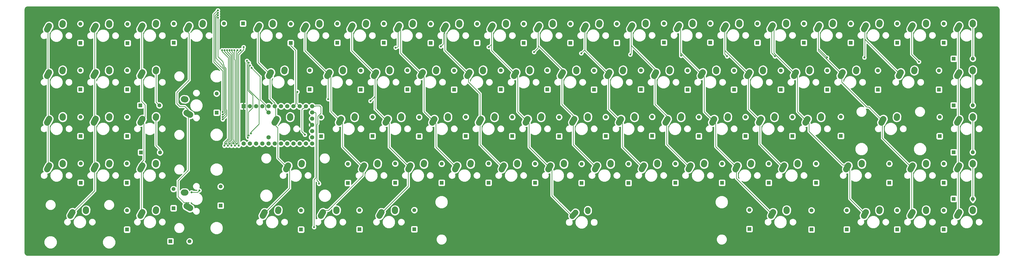
<source format=gbr>
G04 #@! TF.GenerationSoftware,KiCad,Pcbnew,(5.0.0)*
G04 #@! TF.CreationDate,2018-09-24T14:53:37-06:00*
G04 #@! TF.ProjectId,SouthPole,536F757468506F6C652E6B696361645F,rev?*
G04 #@! TF.SameCoordinates,Original*
G04 #@! TF.FileFunction,Copper,L1,Top,Signal*
G04 #@! TF.FilePolarity,Positive*
%FSLAX46Y46*%
G04 Gerber Fmt 4.6, Leading zero omitted, Abs format (unit mm)*
G04 Created by KiCad (PCBNEW (5.0.0)) date 09/24/18 14:53:37*
%MOMM*%
%LPD*%
G01*
G04 APERTURE LIST*
G04 #@! TA.AperFunction,ComponentPad*
%ADD10C,2.500000*%
G04 #@! TD*
G04 #@! TA.AperFunction,Conductor*
%ADD11C,2.500000*%
G04 #@! TD*
G04 #@! TA.AperFunction,ComponentPad*
%ADD12C,2.250000*%
G04 #@! TD*
G04 #@! TA.AperFunction,Conductor*
%ADD13C,2.250000*%
G04 #@! TD*
G04 #@! TA.AperFunction,ComponentPad*
%ADD14C,1.600000*%
G04 #@! TD*
G04 #@! TA.AperFunction,ComponentPad*
%ADD15R,1.600000X1.600000*%
G04 #@! TD*
G04 #@! TA.AperFunction,ComponentPad*
%ADD16C,1.752600*%
G04 #@! TD*
G04 #@! TA.AperFunction,ComponentPad*
%ADD17R,1.752600X1.752600*%
G04 #@! TD*
G04 #@! TA.AperFunction,ViaPad*
%ADD18C,0.800000*%
G04 #@! TD*
G04 #@! TA.AperFunction,Conductor*
%ADD19C,0.250000*%
G04 #@! TD*
G04 #@! TA.AperFunction,Conductor*
%ADD20C,0.254000*%
G04 #@! TD*
G04 APERTURE END LIST*
D10*
G04 #@! TO.P,K15,1*
G04 #@! TO.N,/col3*
X94376250Y-65261250D03*
D11*
G04 #@! TD*
G04 #@! TO.N,/col3*
G04 #@! TO.C,K15*
X94781703Y-64531296D02*
X93970797Y-65991204D01*
D10*
G04 #@! TO.P,K15,2*
G04 #@! TO.N,Net-(D15-Pad2)*
X100301250Y-63741250D03*
D11*
G04 #@! TD*
G04 #@! TO.N,Net-(D15-Pad2)*
G04 #@! TO.C,K15*
X100320974Y-63451922D02*
X100281526Y-64030578D01*
D10*
G04 #@! TO.P,K77,2*
G04 #@! TO.N,Net-(D77-Pad2)*
X376395000Y-63647500D03*
D11*
G04 #@! TD*
G04 #@! TO.N,Net-(D77-Pad2)*
G04 #@! TO.C,K77*
X376414724Y-63358172D02*
X376375276Y-63936828D01*
D10*
G04 #@! TO.P,K77,1*
G04 #@! TO.N,/col17*
X370470000Y-65167500D03*
D11*
G04 #@! TD*
G04 #@! TO.N,/col17*
G04 #@! TO.C,K77*
X370875453Y-64437546D02*
X370064547Y-65897454D01*
D10*
G04 #@! TO.P,K79,2*
G04 #@! TO.N,Net-(D79-Pad2)*
X395426250Y-63647500D03*
D11*
G04 #@! TD*
G04 #@! TO.N,Net-(D79-Pad2)*
G04 #@! TO.C,K79*
X395445974Y-63358172D02*
X395406526Y-63936828D01*
D10*
G04 #@! TO.P,K79,1*
G04 #@! TO.N,/col18*
X389501250Y-65167500D03*
D11*
G04 #@! TD*
G04 #@! TO.N,/col18*
G04 #@! TO.C,K79*
X389906703Y-64437546D02*
X389095797Y-65897454D01*
D10*
G04 #@! TO.P,K78,2*
G04 #@! TO.N,Net-(D78-Pad2)*
X390645000Y-82772500D03*
D11*
G04 #@! TD*
G04 #@! TO.N,Net-(D78-Pad2)*
G04 #@! TO.C,K78*
X390664724Y-82483172D02*
X390625276Y-83061828D01*
D10*
G04 #@! TO.P,K78,1*
G04 #@! TO.N,/col17*
X384720000Y-84292500D03*
D11*
G04 #@! TD*
G04 #@! TO.N,/col17*
G04 #@! TO.C,K78*
X385125453Y-83562546D02*
X384314547Y-85022454D01*
D10*
G04 #@! TO.P,K74,2*
G04 #@! TO.N,Net-(D74-Pad2)*
X383520000Y-101803750D03*
D11*
G04 #@! TD*
G04 #@! TO.N,Net-(D74-Pad2)*
G04 #@! TO.C,K74*
X383539724Y-101514422D02*
X383500276Y-102093078D01*
D10*
G04 #@! TO.P,K74,1*
G04 #@! TO.N,/col16*
X377595000Y-103323750D03*
D11*
G04 #@! TD*
G04 #@! TO.N,/col16*
G04 #@! TO.C,K74*
X378000453Y-102593796D02*
X377189547Y-104053704D01*
D10*
G04 #@! TO.P,K70,2*
G04 #@! TO.N,Net-(D70-Pad2)*
X369193750Y-120835000D03*
D11*
G04 #@! TD*
G04 #@! TO.N,Net-(D70-Pad2)*
G04 #@! TO.C,K70*
X369213474Y-120545672D02*
X369174026Y-121124328D01*
D10*
G04 #@! TO.P,K70,1*
G04 #@! TO.N,/col15*
X363268750Y-122355000D03*
D11*
G04 #@! TD*
G04 #@! TO.N,/col15*
G04 #@! TO.C,K70*
X363674203Y-121625046D02*
X362863297Y-123084954D01*
D10*
G04 #@! TO.P,K62,2*
G04 #@! TO.N,Net-(D62-Pad2)*
X338520000Y-139866250D03*
D11*
G04 #@! TD*
G04 #@! TO.N,Net-(D62-Pad2)*
G04 #@! TO.C,K62*
X338539724Y-139576922D02*
X338500276Y-140155578D01*
D10*
G04 #@! TO.P,K62,1*
G04 #@! TO.N,/col13*
X332595000Y-141386250D03*
D11*
G04 #@! TD*
G04 #@! TO.N,/col13*
G04 #@! TO.C,K62*
X333000453Y-140656296D02*
X332189547Y-142116204D01*
D12*
G04 #@! TO.P,K45,1*
G04 #@! TO.N,/col9*
X252406250Y-140750000D03*
X251751251Y-141480000D03*
D13*
G04 #@! TD*
G04 #@! TO.N,/col9*
G04 #@! TO.C,K45*
X251096250Y-142210000D02*
X252406252Y-140750000D01*
D12*
G04 #@! TO.P,K45,2*
G04 #@! TO.N,Net-(D45-Pad2)*
X257446250Y-139670000D03*
X257426250Y-139960000D03*
D13*
G04 #@! TD*
G04 #@! TO.N,Net-(D45-Pad2)*
G04 #@! TO.C,K45*
X257406250Y-140250000D02*
X257446250Y-139670000D01*
D10*
G04 #@! TO.P,K32,2*
G04 #@! TO.N,Net-(D32-Pad2)*
X178770000Y-139866250D03*
D11*
G04 #@! TD*
G04 #@! TO.N,Net-(D32-Pad2)*
G04 #@! TO.C,K32*
X178789724Y-139576922D02*
X178750276Y-140155578D01*
D10*
G04 #@! TO.P,K32,1*
G04 #@! TO.N,/col6*
X172845000Y-141386250D03*
D11*
G04 #@! TD*
G04 #@! TO.N,/col6*
G04 #@! TO.C,K32*
X173250453Y-140656296D02*
X172439547Y-142116204D01*
D10*
G04 #@! TO.P,K27,2*
G04 #@! TO.N,Net-(D27-Pad2)*
X154893750Y-139855000D03*
D11*
G04 #@! TD*
G04 #@! TO.N,Net-(D27-Pad2)*
G04 #@! TO.C,K27*
X154913474Y-139565672D02*
X154874026Y-140144328D01*
D10*
G04 #@! TO.P,K27,1*
G04 #@! TO.N,/col5*
X148968750Y-141375000D03*
D11*
G04 #@! TD*
G04 #@! TO.N,/col5*
G04 #@! TO.C,K27*
X149374203Y-140645046D02*
X148563297Y-142104954D01*
D10*
G04 #@! TO.P,K21,2*
G04 #@! TO.N,Net-(D21-Pad2)*
X140707500Y-120835000D03*
D11*
G04 #@! TD*
G04 #@! TO.N,Net-(D21-Pad2)*
G04 #@! TO.C,K21*
X140727224Y-120545672D02*
X140687776Y-121124328D01*
D10*
G04 #@! TO.P,K21,1*
G04 #@! TO.N,/col4*
X134782500Y-122355000D03*
D11*
G04 #@! TD*
G04 #@! TO.N,/col4*
G04 #@! TO.C,K21*
X135187953Y-121625046D02*
X134377047Y-123084954D01*
D10*
G04 #@! TO.P,K22,2*
G04 #@! TO.N,Net-(D22-Pad2)*
X131145000Y-139866250D03*
D11*
G04 #@! TD*
G04 #@! TO.N,Net-(D22-Pad2)*
G04 #@! TO.C,K22*
X131164724Y-139576922D02*
X131125276Y-140155578D01*
D10*
G04 #@! TO.P,K22,1*
G04 #@! TO.N,/col4*
X125220000Y-141386250D03*
D11*
G04 #@! TD*
G04 #@! TO.N,/col4*
G04 #@! TO.C,K22*
X125625453Y-140656296D02*
X124814547Y-142116204D01*
D10*
G04 #@! TO.P,K20,2*
G04 #@! TO.N,Net-(D20-Pad2)*
X136020000Y-101803750D03*
D11*
G04 #@! TD*
G04 #@! TO.N,Net-(D20-Pad2)*
G04 #@! TO.C,K20*
X136039724Y-101514422D02*
X136000276Y-102093078D01*
D10*
G04 #@! TO.P,K20,1*
G04 #@! TO.N,/col4*
X130095000Y-103323750D03*
D11*
G04 #@! TD*
G04 #@! TO.N,/col4*
G04 #@! TO.C,K20*
X130500453Y-102593796D02*
X129689547Y-104053704D01*
D10*
G04 #@! TO.P,K19,2*
G04 #@! TO.N,Net-(D19-Pad2)*
X133676250Y-82772500D03*
D11*
G04 #@! TD*
G04 #@! TO.N,Net-(D19-Pad2)*
G04 #@! TO.C,K19*
X133695974Y-82483172D02*
X133656526Y-83061828D01*
D10*
G04 #@! TO.P,K19,1*
G04 #@! TO.N,/col4*
X127751250Y-84292500D03*
D11*
G04 #@! TD*
G04 #@! TO.N,/col4*
G04 #@! TO.C,K19*
X128156703Y-83562546D02*
X127345797Y-85022454D01*
D10*
G04 #@! TO.P,K17,2*
G04 #@! TO.N,Net-(D17-Pad2)*
X92920000Y-132618000D03*
D11*
G04 #@! TD*
G04 #@! TO.N,Net-(D17-Pad2)*
G04 #@! TO.C,K17*
X92630672Y-132598276D02*
X93209328Y-132637724D01*
D10*
G04 #@! TO.P,K17,1*
G04 #@! TO.N,/col3*
X94440000Y-138543000D03*
D11*
G04 #@! TD*
G04 #@! TO.N,/col3*
G04 #@! TO.C,K17*
X93710046Y-138137547D02*
X95169954Y-138948453D01*
D10*
G04 #@! TO.P,K9,2*
G04 #@! TO.N,Net-(D9-Pad2)*
X52707000Y-139845000D03*
D11*
G04 #@! TD*
G04 #@! TO.N,Net-(D9-Pad2)*
G04 #@! TO.C,K9*
X52726724Y-139555672D02*
X52687276Y-140134328D01*
D10*
G04 #@! TO.P,K9,1*
G04 #@! TO.N,/col1*
X46782000Y-141365000D03*
D11*
G04 #@! TD*
G04 #@! TO.N,/col1*
G04 #@! TO.C,K9*
X47187453Y-140635046D02*
X46376547Y-142094954D01*
D10*
G04 #@! TO.P,K16,2*
G04 #@! TO.N,Net-(D16-Pad2)*
X92945000Y-94543000D03*
D11*
G04 #@! TD*
G04 #@! TO.N,Net-(D16-Pad2)*
G04 #@! TO.C,K16*
X92655672Y-94523276D02*
X93234328Y-94562724D01*
D10*
G04 #@! TO.P,K16,1*
G04 #@! TO.N,/col3*
X94465000Y-100468000D03*
D11*
G04 #@! TD*
G04 #@! TO.N,/col3*
G04 #@! TO.C,K16*
X93735046Y-100062547D02*
X95194954Y-100873453D01*
D14*
G04 #@! TO.P,D1,2*
G04 #@! TO.N,Net-(D1-Pad2)*
X50437500Y-63731250D03*
D15*
G04 #@! TO.P,D1,1*
G04 #@! TO.N,/row0*
X50437500Y-71531250D03*
G04 #@! TD*
G04 #@! TO.P,D2,1*
G04 #@! TO.N,/row1*
X50437500Y-90525000D03*
D14*
G04 #@! TO.P,D2,2*
G04 #@! TO.N,Net-(D2-Pad2)*
X50437500Y-82725000D03*
G04 #@! TD*
G04 #@! TO.P,D3,2*
G04 #@! TO.N,Net-(D3-Pad2)*
X50450000Y-101800000D03*
D15*
G04 #@! TO.P,D3,1*
G04 #@! TO.N,/row2*
X50450000Y-109600000D03*
G04 #@! TD*
G04 #@! TO.P,D4,1*
G04 #@! TO.N,/row3*
X50531250Y-128587500D03*
D14*
G04 #@! TO.P,D4,2*
G04 #@! TO.N,Net-(D4-Pad2)*
X50531250Y-120787500D03*
G04 #@! TD*
D15*
G04 #@! TO.P,D5,1*
G04 #@! TO.N,/row0*
X69656250Y-71625000D03*
D14*
G04 #@! TO.P,D5,2*
G04 #@! TO.N,Net-(D5-Pad2)*
X69656250Y-63825000D03*
G04 #@! TD*
D15*
G04 #@! TO.P,D6,1*
G04 #@! TO.N,/row1*
X69562500Y-90562500D03*
D14*
G04 #@! TO.P,D6,2*
G04 #@! TO.N,Net-(D6-Pad2)*
X69562500Y-82762500D03*
G04 #@! TD*
G04 #@! TO.P,D7,2*
G04 #@! TO.N,Net-(D7-Pad2)*
X69500000Y-101800000D03*
D15*
G04 #@! TO.P,D7,1*
G04 #@! TO.N,/row2*
X69500000Y-109600000D03*
G04 #@! TD*
G04 #@! TO.P,D8,1*
G04 #@! TO.N,/row3*
X69375000Y-128587500D03*
D14*
G04 #@! TO.P,D8,2*
G04 #@! TO.N,Net-(D8-Pad2)*
X69375000Y-120787500D03*
G04 #@! TD*
G04 #@! TO.P,D9,2*
G04 #@! TO.N,Net-(D9-Pad2)*
X69475000Y-139912500D03*
D15*
G04 #@! TO.P,D9,1*
G04 #@! TO.N,/row4*
X69475000Y-147712500D03*
G04 #@! TD*
G04 #@! TO.P,D10,1*
G04 #@! TO.N,/row0*
X88500000Y-71493750D03*
D14*
G04 #@! TO.P,D10,2*
G04 #@! TO.N,Net-(D10-Pad2)*
X88500000Y-63693750D03*
G04 #@! TD*
G04 #@! TO.P,D11,2*
G04 #@! TO.N,Net-(D11-Pad2)*
X82650000Y-97050000D03*
D15*
G04 #@! TO.P,D11,1*
G04 #@! TO.N,/row1*
X74850000Y-97050000D03*
G04 #@! TD*
G04 #@! TO.P,D12,1*
G04 #@! TO.N,/row2*
X75100000Y-116225000D03*
D14*
G04 #@! TO.P,D12,2*
G04 #@! TO.N,Net-(D12-Pad2)*
X82900000Y-116225000D03*
G04 #@! TD*
G04 #@! TO.P,D13,2*
G04 #@! TO.N,Net-(D13-Pad2)*
X88425000Y-131200000D03*
D15*
G04 #@! TO.P,D13,1*
G04 #@! TO.N,/row3*
X88425000Y-139000000D03*
G04 #@! TD*
G04 #@! TO.P,D14,1*
G04 #@! TO.N,/row4*
X87175000Y-152525000D03*
D14*
G04 #@! TO.P,D14,2*
G04 #@! TO.N,Net-(D14-Pad2)*
X94975000Y-152525000D03*
G04 #@! TD*
D15*
G04 #@! TO.P,D15,1*
G04 #@! TO.N,/row0*
X116750000Y-63600000D03*
D14*
G04 #@! TO.P,D15,2*
G04 #@! TO.N,Net-(D15-Pad2)*
X108950000Y-63600000D03*
G04 #@! TD*
G04 #@! TO.P,D16,2*
G04 #@! TO.N,Net-(D16-Pad2)*
X106000000Y-92200000D03*
D15*
G04 #@! TO.P,D16,1*
G04 #@! TO.N,/row1*
X106000000Y-100000000D03*
G04 #@! TD*
G04 #@! TO.P,D17,1*
G04 #@! TO.N,/row2*
X107625000Y-137962500D03*
D14*
G04 #@! TO.P,D17,2*
G04 #@! TO.N,Net-(D17-Pad2)*
X107625000Y-130162500D03*
G04 #@! TD*
G04 #@! TO.P,D18,2*
G04 #@! TO.N,Net-(D18-Pad2)*
X136218750Y-63787500D03*
D15*
G04 #@! TO.P,D18,1*
G04 #@! TO.N,/row0*
X136218750Y-71587500D03*
G04 #@! TD*
G04 #@! TO.P,D19,1*
G04 #@! TO.N,/row1*
X144000000Y-90525000D03*
D14*
G04 #@! TO.P,D19,2*
G04 #@! TO.N,Net-(D19-Pad2)*
X144000000Y-82725000D03*
G04 #@! TD*
G04 #@! TO.P,D20,2*
G04 #@! TO.N,Net-(D20-Pad2)*
X148593750Y-101850000D03*
D15*
G04 #@! TO.P,D20,1*
G04 #@! TO.N,/row2*
X148593750Y-109650000D03*
G04 #@! TD*
G04 #@! TO.P,D21,1*
G04 #@! TO.N,/row3*
X159562500Y-128681250D03*
D14*
G04 #@! TO.P,D21,2*
G04 #@! TO.N,Net-(D21-Pad2)*
X159562500Y-120881250D03*
G04 #@! TD*
G04 #@! TO.P,D22,2*
G04 #@! TO.N,Net-(D22-Pad2)*
X140437500Y-139912500D03*
D15*
G04 #@! TO.P,D22,1*
G04 #@! TO.N,/row4*
X140437500Y-147712500D03*
G04 #@! TD*
G04 #@! TO.P,D23,1*
G04 #@! TO.N,/row0*
X155250000Y-71493750D03*
D14*
G04 #@! TO.P,D23,2*
G04 #@! TO.N,Net-(D23-Pad2)*
X155250000Y-63693750D03*
G04 #@! TD*
G04 #@! TO.P,D24,2*
G04 #@! TO.N,Net-(D24-Pad2)*
X164812500Y-82818750D03*
D15*
G04 #@! TO.P,D24,1*
G04 #@! TO.N,/row1*
X164812500Y-90618750D03*
G04 #@! TD*
G04 #@! TO.P,D25,1*
G04 #@! TO.N,/row2*
X169593750Y-109556250D03*
D14*
G04 #@! TO.P,D25,2*
G04 #@! TO.N,Net-(D25-Pad2)*
X169593750Y-101756250D03*
G04 #@! TD*
G04 #@! TO.P,D26,2*
G04 #@! TO.N,Net-(D26-Pad2)*
X178875000Y-120787500D03*
D15*
G04 #@! TO.P,D26,1*
G04 #@! TO.N,/row3*
X178875000Y-128587500D03*
G04 #@! TD*
G04 #@! TO.P,D27,1*
G04 #@! TO.N,/row4*
X164250000Y-147618750D03*
D14*
G04 #@! TO.P,D27,2*
G04 #@! TO.N,Net-(D27-Pad2)*
X164250000Y-139818750D03*
G04 #@! TD*
D15*
G04 #@! TO.P,D28,1*
G04 #@! TO.N,/row0*
X174187500Y-71493750D03*
D14*
G04 #@! TO.P,D28,2*
G04 #@! TO.N,Net-(D28-Pad2)*
X174187500Y-63693750D03*
G04 #@! TD*
D15*
G04 #@! TO.P,D29,1*
G04 #@! TO.N,/row1*
X183843750Y-90525000D03*
D14*
G04 #@! TO.P,D29,2*
G04 #@! TO.N,Net-(D29-Pad2)*
X183843750Y-82725000D03*
G04 #@! TD*
G04 #@! TO.P,D30,2*
G04 #@! TO.N,Net-(D30-Pad2)*
X188625000Y-101850000D03*
D15*
G04 #@! TO.P,D30,1*
G04 #@! TO.N,/row2*
X188625000Y-109650000D03*
G04 #@! TD*
G04 #@! TO.P,D31,1*
G04 #@! TO.N,/row3*
X197812500Y-128643750D03*
D14*
G04 #@! TO.P,D31,2*
G04 #@! TO.N,Net-(D31-Pad2)*
X197812500Y-120843750D03*
G04 #@! TD*
D15*
G04 #@! TO.P,D32,1*
G04 #@! TO.N,/row4*
X186656250Y-147581250D03*
D14*
G04 #@! TO.P,D32,2*
G04 #@! TO.N,Net-(D32-Pad2)*
X186656250Y-139781250D03*
G04 #@! TD*
G04 #@! TO.P,D33,2*
G04 #@! TO.N,Net-(D33-Pad2)*
X193312500Y-63787500D03*
D15*
G04 #@! TO.P,D33,1*
G04 #@! TO.N,/row0*
X193312500Y-71587500D03*
G04 #@! TD*
D14*
G04 #@! TO.P,D34,2*
G04 #@! TO.N,Net-(D34-Pad2)*
X202875000Y-82781250D03*
D15*
G04 #@! TO.P,D34,1*
G04 #@! TO.N,/row1*
X202875000Y-90581250D03*
G04 #@! TD*
D14*
G04 #@! TO.P,D35,2*
G04 #@! TO.N,Net-(D35-Pad2)*
X207656250Y-101756250D03*
D15*
G04 #@! TO.P,D35,1*
G04 #@! TO.N,/row2*
X207656250Y-109556250D03*
G04 #@! TD*
D14*
G04 #@! TO.P,D36,2*
G04 #@! TO.N,Net-(D36-Pad2)*
X216937500Y-120787500D03*
D15*
G04 #@! TO.P,D36,1*
G04 #@! TO.N,/row3*
X216937500Y-128587500D03*
G04 #@! TD*
G04 #@! TO.P,D37,1*
G04 #@! TO.N,/row0*
X212250000Y-71531250D03*
D14*
G04 #@! TO.P,D37,2*
G04 #@! TO.N,Net-(D37-Pad2)*
X212250000Y-63731250D03*
G04 #@! TD*
D15*
G04 #@! TO.P,D38,1*
G04 #@! TO.N,/row1*
X221906250Y-90562500D03*
D14*
G04 #@! TO.P,D38,2*
G04 #@! TO.N,Net-(D38-Pad2)*
X221906250Y-82762500D03*
G04 #@! TD*
G04 #@! TO.P,D39,2*
G04 #@! TO.N,Net-(D39-Pad2)*
X226593750Y-101812500D03*
D15*
G04 #@! TO.P,D39,1*
G04 #@! TO.N,/row2*
X226593750Y-109612500D03*
G04 #@! TD*
G04 #@! TO.P,D40,1*
G04 #@! TO.N,/row3*
X235875000Y-128643750D03*
D14*
G04 #@! TO.P,D40,2*
G04 #@! TO.N,Net-(D40-Pad2)*
X235875000Y-120843750D03*
G04 #@! TD*
D15*
G04 #@! TO.P,D41,1*
G04 #@! TO.N,/row0*
X231281250Y-71531250D03*
D14*
G04 #@! TO.P,D41,2*
G04 #@! TO.N,Net-(D41-Pad2)*
X231281250Y-63731250D03*
G04 #@! TD*
D15*
G04 #@! TO.P,D42,1*
G04 #@! TO.N,/row1*
X240937500Y-90525000D03*
D14*
G04 #@! TO.P,D42,2*
G04 #@! TO.N,Net-(D42-Pad2)*
X240937500Y-82725000D03*
G04 #@! TD*
G04 #@! TO.P,D43,2*
G04 #@! TO.N,Net-(D43-Pad2)*
X245718750Y-101850000D03*
D15*
G04 #@! TO.P,D43,1*
G04 #@! TO.N,/row2*
X245718750Y-109650000D03*
G04 #@! TD*
G04 #@! TO.P,D44,1*
G04 #@! TO.N,/row3*
X254906250Y-128681250D03*
D14*
G04 #@! TO.P,D44,2*
G04 #@! TO.N,Net-(D44-Pad2)*
X254906250Y-120881250D03*
G04 #@! TD*
G04 #@! TO.P,D45,2*
G04 #@! TO.N,Net-(D45-Pad2)*
X323343750Y-139687500D03*
D15*
G04 #@! TO.P,D45,1*
G04 #@! TO.N,/row4*
X323343750Y-147487500D03*
G04 #@! TD*
D14*
G04 #@! TO.P,D46,2*
G04 #@! TO.N,Net-(D46-Pad2)*
X250312500Y-63750000D03*
D15*
G04 #@! TO.P,D46,1*
G04 #@! TO.N,/row0*
X250312500Y-71550000D03*
G04 #@! TD*
D14*
G04 #@! TO.P,D47,2*
G04 #@! TO.N,Net-(D47-Pad2)*
X259968750Y-82781250D03*
D15*
G04 #@! TO.P,D47,1*
G04 #@! TO.N,/row1*
X259968750Y-90581250D03*
G04 #@! TD*
G04 #@! TO.P,D48,1*
G04 #@! TO.N,/row2*
X264750000Y-109593750D03*
D14*
G04 #@! TO.P,D48,2*
G04 #@! TO.N,Net-(D48-Pad2)*
X264750000Y-101793750D03*
G04 #@! TD*
D15*
G04 #@! TO.P,D49,1*
G04 #@! TO.N,/row3*
X274031250Y-128681250D03*
D14*
G04 #@! TO.P,D49,2*
G04 #@! TO.N,Net-(D49-Pad2)*
X274031250Y-120881250D03*
G04 #@! TD*
G04 #@! TO.P,D50,2*
G04 #@! TO.N,Net-(D50-Pad2)*
X269250000Y-63750000D03*
D15*
G04 #@! TO.P,D50,1*
G04 #@! TO.N,/row0*
X269250000Y-71550000D03*
G04 #@! TD*
G04 #@! TO.P,D51,1*
G04 #@! TO.N,/row1*
X279093750Y-90525000D03*
D14*
G04 #@! TO.P,D51,2*
G04 #@! TO.N,Net-(D51-Pad2)*
X279093750Y-82725000D03*
G04 #@! TD*
G04 #@! TO.P,D52,2*
G04 #@! TO.N,Net-(D52-Pad2)*
X283687500Y-101718750D03*
D15*
G04 #@! TO.P,D52,1*
G04 #@! TO.N,/row2*
X283687500Y-109518750D03*
G04 #@! TD*
G04 #@! TO.P,D53,1*
G04 #@! TO.N,/row3*
X293156250Y-128643750D03*
D14*
G04 #@! TO.P,D53,2*
G04 #@! TO.N,Net-(D53-Pad2)*
X293156250Y-120843750D03*
G04 #@! TD*
D15*
G04 #@! TO.P,D54,1*
G04 #@! TO.N,/row0*
X288468750Y-71400000D03*
D14*
G04 #@! TO.P,D54,2*
G04 #@! TO.N,Net-(D54-Pad2)*
X288468750Y-63600000D03*
G04 #@! TD*
D15*
G04 #@! TO.P,D55,1*
G04 #@! TO.N,/row1*
X298125000Y-90581250D03*
D14*
G04 #@! TO.P,D55,2*
G04 #@! TO.N,Net-(D55-Pad2)*
X298125000Y-82781250D03*
G04 #@! TD*
G04 #@! TO.P,D56,2*
G04 #@! TO.N,Net-(D56-Pad2)*
X302718750Y-101812500D03*
D15*
G04 #@! TO.P,D56,1*
G04 #@! TO.N,/row2*
X302718750Y-109612500D03*
G04 #@! TD*
D14*
G04 #@! TO.P,D57,2*
G04 #@! TO.N,Net-(D57-Pad2)*
X312187500Y-120843750D03*
D15*
G04 #@! TO.P,D57,1*
G04 #@! TO.N,/row3*
X312187500Y-128643750D03*
G04 #@! TD*
G04 #@! TO.P,D58,1*
G04 #@! TO.N,/row0*
X307406250Y-71362500D03*
D14*
G04 #@! TO.P,D58,2*
G04 #@! TO.N,Net-(D58-Pad2)*
X307406250Y-63562500D03*
G04 #@! TD*
G04 #@! TO.P,D59,2*
G04 #@! TO.N,Net-(D59-Pad2)*
X317062500Y-82781250D03*
D15*
G04 #@! TO.P,D59,1*
G04 #@! TO.N,/row1*
X317062500Y-90581250D03*
G04 #@! TD*
D14*
G04 #@! TO.P,D60,2*
G04 #@! TO.N,Net-(D60-Pad2)*
X321750000Y-101812500D03*
D15*
G04 #@! TO.P,D60,1*
G04 #@! TO.N,/row2*
X321750000Y-109612500D03*
G04 #@! TD*
G04 #@! TO.P,D61,1*
G04 #@! TO.N,/row3*
X331218750Y-128643750D03*
D14*
G04 #@! TO.P,D61,2*
G04 #@! TO.N,Net-(D61-Pad2)*
X331218750Y-120843750D03*
G04 #@! TD*
G04 #@! TO.P,D62,2*
G04 #@! TO.N,Net-(D62-Pad2)*
X348656250Y-139875000D03*
D15*
G04 #@! TO.P,D62,1*
G04 #@! TO.N,/row4*
X348656250Y-147675000D03*
G04 #@! TD*
G04 #@! TO.P,D63,1*
G04 #@! TO.N,/row0*
X326625000Y-71456250D03*
D14*
G04 #@! TO.P,D63,2*
G04 #@! TO.N,Net-(D63-Pad2)*
X326625000Y-63656250D03*
G04 #@! TD*
G04 #@! TO.P,D64,2*
G04 #@! TO.N,Net-(D64-Pad2)*
X336187500Y-82781250D03*
D15*
G04 #@! TO.P,D64,1*
G04 #@! TO.N,/row1*
X336187500Y-90581250D03*
G04 #@! TD*
D14*
G04 #@! TO.P,D65,2*
G04 #@! TO.N,Net-(D65-Pad2)*
X340875000Y-101756250D03*
D15*
G04 #@! TO.P,D65,1*
G04 #@! TO.N,/row2*
X340875000Y-109556250D03*
G04 #@! TD*
G04 #@! TO.P,D66,1*
G04 #@! TO.N,/row3*
X350531250Y-128643750D03*
D14*
G04 #@! TO.P,D66,2*
G04 #@! TO.N,Net-(D66-Pad2)*
X350531250Y-120843750D03*
G04 #@! TD*
G04 #@! TO.P,D67,2*
G04 #@! TO.N,Net-(D67-Pad2)*
X345562500Y-63656250D03*
D15*
G04 #@! TO.P,D67,1*
G04 #@! TO.N,/row0*
X345562500Y-71456250D03*
G04 #@! TD*
G04 #@! TO.P,D68,1*
G04 #@! TO.N,/row1*
X355125000Y-90581250D03*
D14*
G04 #@! TO.P,D68,2*
G04 #@! TO.N,Net-(D68-Pad2)*
X355125000Y-82781250D03*
G04 #@! TD*
G04 #@! TO.P,D69,2*
G04 #@! TO.N,Net-(D69-Pad2)*
X360656250Y-101718750D03*
D15*
G04 #@! TO.P,D69,1*
G04 #@! TO.N,/row2*
X360656250Y-109518750D03*
G04 #@! TD*
D14*
G04 #@! TO.P,D70,2*
G04 #@! TO.N,Net-(D70-Pad2)*
X380437500Y-120843750D03*
D15*
G04 #@! TO.P,D70,1*
G04 #@! TO.N,/row3*
X380437500Y-128643750D03*
G04 #@! TD*
D14*
G04 #@! TO.P,D71,2*
G04 #@! TO.N,Net-(D71-Pad2)*
X363093750Y-139856250D03*
D15*
G04 #@! TO.P,D71,1*
G04 #@! TO.N,/row4*
X363093750Y-147656250D03*
G04 #@! TD*
G04 #@! TO.P,D72,1*
G04 #@! TO.N,/row0*
X364687500Y-71493750D03*
D14*
G04 #@! TO.P,D72,2*
G04 #@! TO.N,Net-(D72-Pad2)*
X364687500Y-63693750D03*
G04 #@! TD*
D15*
G04 #@! TO.P,D73,1*
G04 #@! TO.N,/row1*
X375750000Y-90581250D03*
D14*
G04 #@! TO.P,D73,2*
G04 #@! TO.N,Net-(D73-Pad2)*
X375750000Y-82781250D03*
G04 #@! TD*
G04 #@! TO.P,D74,2*
G04 #@! TO.N,Net-(D74-Pad2)*
X400968750Y-101812500D03*
D15*
G04 #@! TO.P,D74,1*
G04 #@! TO.N,/row2*
X400968750Y-109612500D03*
G04 #@! TD*
G04 #@! TO.P,D75,1*
G04 #@! TO.N,/row3*
X402656250Y-128643750D03*
D14*
G04 #@! TO.P,D75,2*
G04 #@! TO.N,Net-(D75-Pad2)*
X402656250Y-120843750D03*
G04 #@! TD*
G04 #@! TO.P,D76,2*
G04 #@! TO.N,Net-(D76-Pad2)*
X383625000Y-139856250D03*
D15*
G04 #@! TO.P,D76,1*
G04 #@! TO.N,/row4*
X383625000Y-147656250D03*
G04 #@! TD*
G04 #@! TO.P,D77,1*
G04 #@! TO.N,/row0*
X383625000Y-71456250D03*
D14*
G04 #@! TO.P,D77,2*
G04 #@! TO.N,Net-(D77-Pad2)*
X383625000Y-63656250D03*
G04 #@! TD*
D15*
G04 #@! TO.P,D78,1*
G04 #@! TO.N,/row1*
X400687500Y-90581250D03*
D14*
G04 #@! TO.P,D78,2*
G04 #@! TO.N,Net-(D78-Pad2)*
X400687500Y-82781250D03*
G04 #@! TD*
G04 #@! TO.P,D79,2*
G04 #@! TO.N,Net-(D79-Pad2)*
X402656250Y-63656250D03*
D15*
G04 #@! TO.P,D79,1*
G04 #@! TO.N,/row0*
X402656250Y-71456250D03*
G04 #@! TD*
D14*
G04 #@! TO.P,D80,2*
G04 #@! TO.N,Net-(D80-Pad2)*
X414487500Y-78000000D03*
D15*
G04 #@! TO.P,D80,1*
G04 #@! TO.N,/row0*
X406687500Y-78000000D03*
G04 #@! TD*
D14*
G04 #@! TO.P,D81,2*
G04 #@! TO.N,Net-(D81-Pad2)*
X414468750Y-97031250D03*
D15*
G04 #@! TO.P,D81,1*
G04 #@! TO.N,/row1*
X406668750Y-97031250D03*
G04 #@! TD*
D14*
G04 #@! TO.P,D82,2*
G04 #@! TO.N,Net-(D82-Pad2)*
X414468750Y-116156250D03*
D15*
G04 #@! TO.P,D82,1*
G04 #@! TO.N,/row2*
X406668750Y-116156250D03*
G04 #@! TD*
D14*
G04 #@! TO.P,D83,2*
G04 #@! TO.N,Net-(D83-Pad2)*
X414468750Y-135187500D03*
D15*
G04 #@! TO.P,D83,1*
G04 #@! TO.N,/row3*
X406668750Y-135187500D03*
G04 #@! TD*
G04 #@! TO.P,D84,1*
G04 #@! TO.N,/row4*
X402656250Y-147675000D03*
D14*
G04 #@! TO.P,D84,2*
G04 #@! TO.N,Net-(D84-Pad2)*
X402656250Y-139875000D03*
G04 #@! TD*
D10*
G04 #@! TO.P,K1,1*
G04 #@! TO.N,/col0*
X37235000Y-65310000D03*
D11*
G04 #@! TD*
G04 #@! TO.N,/col0*
G04 #@! TO.C,K1*
X37640453Y-64580046D02*
X36829547Y-66039954D01*
D10*
G04 #@! TO.P,K1,2*
G04 #@! TO.N,Net-(D1-Pad2)*
X43160000Y-63790000D03*
D11*
G04 #@! TD*
G04 #@! TO.N,Net-(D1-Pad2)*
G04 #@! TO.C,K1*
X43179724Y-63500672D02*
X43140276Y-64079328D01*
D10*
G04 #@! TO.P,K2,2*
G04 #@! TO.N,Net-(D2-Pad2)*
X43175000Y-82772500D03*
D11*
G04 #@! TD*
G04 #@! TO.N,Net-(D2-Pad2)*
G04 #@! TO.C,K2*
X43194724Y-82483172D02*
X43155276Y-83061828D01*
D10*
G04 #@! TO.P,K2,1*
G04 #@! TO.N,/col0*
X37250000Y-84292500D03*
D11*
G04 #@! TD*
G04 #@! TO.N,/col0*
G04 #@! TO.C,K2*
X37655453Y-83562546D02*
X36844547Y-85022454D01*
D10*
G04 #@! TO.P,K3,1*
G04 #@! TO.N,/col0*
X37270000Y-103305000D03*
D11*
G04 #@! TD*
G04 #@! TO.N,/col0*
G04 #@! TO.C,K3*
X37675453Y-102575046D02*
X36864547Y-104034954D01*
D10*
G04 #@! TO.P,K3,2*
G04 #@! TO.N,Net-(D3-Pad2)*
X43195000Y-101785000D03*
D11*
G04 #@! TD*
G04 #@! TO.N,Net-(D3-Pad2)*
G04 #@! TO.C,K3*
X43214724Y-101495672D02*
X43175276Y-102074328D01*
D10*
G04 #@! TO.P,K4,1*
G04 #@! TO.N,/col0*
X37282500Y-122355000D03*
D11*
G04 #@! TD*
G04 #@! TO.N,/col0*
G04 #@! TO.C,K4*
X37687953Y-121625046D02*
X36877047Y-123084954D01*
D10*
G04 #@! TO.P,K4,2*
G04 #@! TO.N,Net-(D4-Pad2)*
X43207500Y-120835000D03*
D11*
G04 #@! TD*
G04 #@! TO.N,Net-(D4-Pad2)*
G04 #@! TO.C,K4*
X43227224Y-120545672D02*
X43187776Y-121124328D01*
D10*
G04 #@! TO.P,K5,2*
G04 #@! TO.N,Net-(D5-Pad2)*
X62170000Y-63785000D03*
D11*
G04 #@! TD*
G04 #@! TO.N,Net-(D5-Pad2)*
G04 #@! TO.C,K5*
X62189724Y-63495672D02*
X62150276Y-64074328D01*
D10*
G04 #@! TO.P,K5,1*
G04 #@! TO.N,/col1*
X56245000Y-65305000D03*
D11*
G04 #@! TD*
G04 #@! TO.N,/col1*
G04 #@! TO.C,K5*
X56650453Y-64575046D02*
X55839547Y-66034954D01*
D10*
G04 #@! TO.P,K6,2*
G04 #@! TO.N,Net-(D6-Pad2)*
X62175000Y-82772500D03*
D11*
G04 #@! TD*
G04 #@! TO.N,Net-(D6-Pad2)*
G04 #@! TO.C,K6*
X62194724Y-82483172D02*
X62155276Y-83061828D01*
D10*
G04 #@! TO.P,K6,1*
G04 #@! TO.N,/col1*
X56250000Y-84292500D03*
D11*
G04 #@! TD*
G04 #@! TO.N,/col1*
G04 #@! TO.C,K6*
X56655453Y-83562546D02*
X55844547Y-85022454D01*
D10*
G04 #@! TO.P,K7,2*
G04 #@! TO.N,Net-(D7-Pad2)*
X62195000Y-101785000D03*
D11*
G04 #@! TD*
G04 #@! TO.N,Net-(D7-Pad2)*
G04 #@! TO.C,K7*
X62214724Y-101495672D02*
X62175276Y-102074328D01*
D10*
G04 #@! TO.P,K7,1*
G04 #@! TO.N,/col1*
X56270000Y-103305000D03*
D11*
G04 #@! TD*
G04 #@! TO.N,/col1*
G04 #@! TO.C,K7*
X56675453Y-102575046D02*
X55864547Y-104034954D01*
D10*
G04 #@! TO.P,K8,2*
G04 #@! TO.N,Net-(D8-Pad2)*
X62200000Y-120830000D03*
D11*
G04 #@! TD*
G04 #@! TO.N,Net-(D8-Pad2)*
G04 #@! TO.C,K8*
X62219724Y-120540672D02*
X62180276Y-121119328D01*
D10*
G04 #@! TO.P,K8,1*
G04 #@! TO.N,/col1*
X56275000Y-122350000D03*
D11*
G04 #@! TD*
G04 #@! TO.N,/col1*
G04 #@! TO.C,K8*
X56680453Y-121620046D02*
X55869547Y-123079954D01*
D10*
G04 #@! TO.P,K10,2*
G04 #@! TO.N,Net-(D10-Pad2)*
X81270000Y-63741250D03*
D11*
G04 #@! TD*
G04 #@! TO.N,Net-(D10-Pad2)*
G04 #@! TO.C,K10*
X81289724Y-63451922D02*
X81250276Y-64030578D01*
D10*
G04 #@! TO.P,K10,1*
G04 #@! TO.N,/col2*
X75345000Y-65261250D03*
D11*
G04 #@! TD*
G04 #@! TO.N,/col2*
G04 #@! TO.C,K10*
X75750453Y-64531296D02*
X74939547Y-65991204D01*
D10*
G04 #@! TO.P,K11,1*
G04 #@! TO.N,/col2*
X75345000Y-84292500D03*
D11*
G04 #@! TD*
G04 #@! TO.N,/col2*
G04 #@! TO.C,K11*
X75750453Y-83562546D02*
X74939547Y-85022454D01*
D10*
G04 #@! TO.P,K11,2*
G04 #@! TO.N,Net-(D11-Pad2)*
X81270000Y-82772500D03*
D11*
G04 #@! TD*
G04 #@! TO.N,Net-(D11-Pad2)*
G04 #@! TO.C,K11*
X81289724Y-82483172D02*
X81250276Y-83061828D01*
D10*
G04 #@! TO.P,K12,2*
G04 #@! TO.N,Net-(D12-Pad2)*
X81245000Y-101785000D03*
D11*
G04 #@! TD*
G04 #@! TO.N,Net-(D12-Pad2)*
G04 #@! TO.C,K12*
X81264724Y-101495672D02*
X81225276Y-102074328D01*
D10*
G04 #@! TO.P,K12,1*
G04 #@! TO.N,/col2*
X75320000Y-103305000D03*
D11*
G04 #@! TD*
G04 #@! TO.N,/col2*
G04 #@! TO.C,K12*
X75725453Y-102575046D02*
X74914547Y-104034954D01*
D10*
G04 #@! TO.P,K13,2*
G04 #@! TO.N,Net-(D13-Pad2)*
X81225000Y-120830000D03*
D11*
G04 #@! TD*
G04 #@! TO.N,Net-(D13-Pad2)*
G04 #@! TO.C,K13*
X81244724Y-120540672D02*
X81205276Y-121119328D01*
D10*
G04 #@! TO.P,K13,1*
G04 #@! TO.N,/col2*
X75300000Y-122350000D03*
D11*
G04 #@! TD*
G04 #@! TO.N,/col2*
G04 #@! TO.C,K13*
X75705453Y-121620046D02*
X74894547Y-123079954D01*
D10*
G04 #@! TO.P,K14,2*
G04 #@! TO.N,Net-(D14-Pad2)*
X81250000Y-139830000D03*
D11*
G04 #@! TD*
G04 #@! TO.N,Net-(D14-Pad2)*
G04 #@! TO.C,K14*
X81269724Y-139540672D02*
X81230276Y-140119328D01*
D10*
G04 #@! TO.P,K14,1*
G04 #@! TO.N,/col2*
X75325000Y-141350000D03*
D11*
G04 #@! TD*
G04 #@! TO.N,/col2*
G04 #@! TO.C,K14*
X75730453Y-140620046D02*
X74919547Y-142079954D01*
D10*
G04 #@! TO.P,K18,2*
G04 #@! TO.N,Net-(D18-Pad2)*
X128895000Y-63741250D03*
D11*
G04 #@! TD*
G04 #@! TO.N,Net-(D18-Pad2)*
G04 #@! TO.C,K18*
X128914724Y-63451922D02*
X128875276Y-64030578D01*
D10*
G04 #@! TO.P,K18,1*
G04 #@! TO.N,/col4*
X122970000Y-65261250D03*
D11*
G04 #@! TD*
G04 #@! TO.N,/col4*
G04 #@! TO.C,K18*
X123375453Y-64531296D02*
X122564547Y-65991204D01*
D10*
G04 #@! TO.P,K23,1*
G04 #@! TO.N,/col5*
X142001250Y-65261250D03*
D11*
G04 #@! TD*
G04 #@! TO.N,/col5*
G04 #@! TO.C,K23*
X142406703Y-64531296D02*
X141595797Y-65991204D01*
D10*
G04 #@! TO.P,K23,2*
G04 #@! TO.N,Net-(D23-Pad2)*
X147926250Y-63741250D03*
D11*
G04 #@! TD*
G04 #@! TO.N,Net-(D23-Pad2)*
G04 #@! TO.C,K23*
X147945974Y-63451922D02*
X147906526Y-64030578D01*
D10*
G04 #@! TO.P,K24,2*
G04 #@! TO.N,Net-(D24-Pad2)*
X157488750Y-82772500D03*
D11*
G04 #@! TD*
G04 #@! TO.N,Net-(D24-Pad2)*
G04 #@! TO.C,K24*
X157508474Y-82483172D02*
X157469026Y-83061828D01*
D10*
G04 #@! TO.P,K24,1*
G04 #@! TO.N,/col5*
X151563750Y-84292500D03*
D11*
G04 #@! TD*
G04 #@! TO.N,/col5*
G04 #@! TO.C,K24*
X151969203Y-83562546D02*
X151158297Y-85022454D01*
D10*
G04 #@! TO.P,K25,1*
G04 #@! TO.N,/col5*
X156345000Y-103323750D03*
D11*
G04 #@! TD*
G04 #@! TO.N,/col5*
G04 #@! TO.C,K25*
X156750453Y-102593796D02*
X155939547Y-104053704D01*
D10*
G04 #@! TO.P,K25,2*
G04 #@! TO.N,Net-(D25-Pad2)*
X162270000Y-101803750D03*
D11*
G04 #@! TD*
G04 #@! TO.N,Net-(D25-Pad2)*
G04 #@! TO.C,K25*
X162289724Y-101514422D02*
X162250276Y-102093078D01*
D10*
G04 #@! TO.P,K26,1*
G04 #@! TO.N,/col5*
X165720000Y-122355000D03*
D11*
G04 #@! TD*
G04 #@! TO.N,/col5*
G04 #@! TO.C,K26*
X166125453Y-121625046D02*
X165314547Y-123084954D01*
D10*
G04 #@! TO.P,K26,2*
G04 #@! TO.N,Net-(D26-Pad2)*
X171645000Y-120835000D03*
D11*
G04 #@! TD*
G04 #@! TO.N,Net-(D26-Pad2)*
G04 #@! TO.C,K26*
X171664724Y-120545672D02*
X171625276Y-121124328D01*
D10*
G04 #@! TO.P,K28,2*
G04 #@! TO.N,Net-(D28-Pad2)*
X166957500Y-63741250D03*
D11*
G04 #@! TD*
G04 #@! TO.N,Net-(D28-Pad2)*
G04 #@! TO.C,K28*
X166977224Y-63451922D02*
X166937776Y-64030578D01*
D10*
G04 #@! TO.P,K28,1*
G04 #@! TO.N,/col6*
X161032500Y-65261250D03*
D11*
G04 #@! TD*
G04 #@! TO.N,/col6*
G04 #@! TO.C,K28*
X161437953Y-64531296D02*
X160627047Y-65991204D01*
D10*
G04 #@! TO.P,K29,1*
G04 #@! TO.N,/col6*
X170625000Y-84281250D03*
D11*
G04 #@! TD*
G04 #@! TO.N,/col6*
G04 #@! TO.C,K29*
X171030453Y-83551296D02*
X170219547Y-85011204D01*
D10*
G04 #@! TO.P,K29,2*
G04 #@! TO.N,Net-(D29-Pad2)*
X176550000Y-82761250D03*
D11*
G04 #@! TD*
G04 #@! TO.N,Net-(D29-Pad2)*
G04 #@! TO.C,K29*
X176569724Y-82471922D02*
X176530276Y-83050578D01*
D10*
G04 #@! TO.P,K30,2*
G04 #@! TO.N,Net-(D30-Pad2)*
X181301250Y-101803750D03*
D11*
G04 #@! TD*
G04 #@! TO.N,Net-(D30-Pad2)*
G04 #@! TO.C,K30*
X181320974Y-101514422D02*
X181281526Y-102093078D01*
D10*
G04 #@! TO.P,K30,1*
G04 #@! TO.N,/col6*
X175376250Y-103323750D03*
D11*
G04 #@! TD*
G04 #@! TO.N,/col6*
G04 #@! TO.C,K30*
X175781703Y-102593796D02*
X174970797Y-104053704D01*
D10*
G04 #@! TO.P,K31,1*
G04 #@! TO.N,/col6*
X184657500Y-122355000D03*
D11*
G04 #@! TD*
G04 #@! TO.N,/col6*
G04 #@! TO.C,K31*
X185062953Y-121625046D02*
X184252047Y-123084954D01*
D10*
G04 #@! TO.P,K31,2*
G04 #@! TO.N,Net-(D31-Pad2)*
X190582500Y-120835000D03*
D11*
G04 #@! TD*
G04 #@! TO.N,Net-(D31-Pad2)*
G04 #@! TO.C,K31*
X190602224Y-120545672D02*
X190562776Y-121124328D01*
D10*
G04 #@! TO.P,K33,2*
G04 #@! TO.N,Net-(D33-Pad2)*
X185988750Y-63741250D03*
D11*
G04 #@! TD*
G04 #@! TO.N,Net-(D33-Pad2)*
G04 #@! TO.C,K33*
X186008474Y-63451922D02*
X185969026Y-64030578D01*
D10*
G04 #@! TO.P,K33,1*
G04 #@! TO.N,/col7*
X180063750Y-65261250D03*
D11*
G04 #@! TD*
G04 #@! TO.N,/col7*
G04 #@! TO.C,K33*
X180469203Y-64531296D02*
X179658297Y-65991204D01*
D10*
G04 #@! TO.P,K34,1*
G04 #@! TO.N,/col7*
X189656250Y-84281250D03*
D11*
G04 #@! TD*
G04 #@! TO.N,/col7*
G04 #@! TO.C,K34*
X190061703Y-83551296D02*
X189250797Y-85011204D01*
D10*
G04 #@! TO.P,K34,2*
G04 #@! TO.N,Net-(D34-Pad2)*
X195581250Y-82761250D03*
D11*
G04 #@! TD*
G04 #@! TO.N,Net-(D34-Pad2)*
G04 #@! TO.C,K34*
X195600974Y-82471922D02*
X195561526Y-83050578D01*
D10*
G04 #@! TO.P,K35,2*
G04 #@! TO.N,Net-(D35-Pad2)*
X200332500Y-101803750D03*
D11*
G04 #@! TD*
G04 #@! TO.N,Net-(D35-Pad2)*
G04 #@! TO.C,K35*
X200352224Y-101514422D02*
X200312776Y-102093078D01*
D10*
G04 #@! TO.P,K35,1*
G04 #@! TO.N,/col7*
X194407500Y-103323750D03*
D11*
G04 #@! TD*
G04 #@! TO.N,/col7*
G04 #@! TO.C,K35*
X194812953Y-102593796D02*
X194002047Y-104053704D01*
D10*
G04 #@! TO.P,K36,1*
G04 #@! TO.N,/col7*
X203688750Y-122355000D03*
D11*
G04 #@! TD*
G04 #@! TO.N,/col7*
G04 #@! TO.C,K36*
X204094203Y-121625046D02*
X203283297Y-123084954D01*
D10*
G04 #@! TO.P,K36,2*
G04 #@! TO.N,Net-(D36-Pad2)*
X209613750Y-120835000D03*
D11*
G04 #@! TD*
G04 #@! TO.N,Net-(D36-Pad2)*
G04 #@! TO.C,K36*
X209633474Y-120545672D02*
X209594026Y-121124328D01*
D10*
G04 #@! TO.P,K37,2*
G04 #@! TO.N,Net-(D37-Pad2)*
X205020000Y-63741250D03*
D11*
G04 #@! TD*
G04 #@! TO.N,Net-(D37-Pad2)*
G04 #@! TO.C,K37*
X205039724Y-63451922D02*
X205000276Y-64030578D01*
D10*
G04 #@! TO.P,K37,1*
G04 #@! TO.N,/col8*
X199095000Y-65261250D03*
D11*
G04 #@! TD*
G04 #@! TO.N,/col8*
G04 #@! TO.C,K37*
X199500453Y-64531296D02*
X198689547Y-65991204D01*
D10*
G04 #@! TO.P,K38,2*
G04 #@! TO.N,Net-(D38-Pad2)*
X214676250Y-82772500D03*
D11*
G04 #@! TD*
G04 #@! TO.N,Net-(D38-Pad2)*
G04 #@! TO.C,K38*
X214695974Y-82483172D02*
X214656526Y-83061828D01*
D10*
G04 #@! TO.P,K38,1*
G04 #@! TO.N,/col8*
X208751250Y-84292500D03*
D11*
G04 #@! TD*
G04 #@! TO.N,/col8*
G04 #@! TO.C,K38*
X209156703Y-83562546D02*
X208345797Y-85022454D01*
D10*
G04 #@! TO.P,K39,1*
G04 #@! TO.N,/col8*
X213438750Y-103323750D03*
D11*
G04 #@! TD*
G04 #@! TO.N,/col8*
G04 #@! TO.C,K39*
X213844203Y-102593796D02*
X213033297Y-104053704D01*
D10*
G04 #@! TO.P,K39,2*
G04 #@! TO.N,Net-(D39-Pad2)*
X219363750Y-101803750D03*
D11*
G04 #@! TD*
G04 #@! TO.N,Net-(D39-Pad2)*
G04 #@! TO.C,K39*
X219383474Y-101514422D02*
X219344026Y-102093078D01*
D10*
G04 #@! TO.P,K40,2*
G04 #@! TO.N,Net-(D40-Pad2)*
X228645000Y-120835000D03*
D11*
G04 #@! TD*
G04 #@! TO.N,Net-(D40-Pad2)*
G04 #@! TO.C,K40*
X228664724Y-120545672D02*
X228625276Y-121124328D01*
D10*
G04 #@! TO.P,K40,1*
G04 #@! TO.N,/col8*
X222720000Y-122355000D03*
D11*
G04 #@! TD*
G04 #@! TO.N,/col8*
G04 #@! TO.C,K40*
X223125453Y-121625046D02*
X222314547Y-123084954D01*
D10*
G04 #@! TO.P,K41,1*
G04 #@! TO.N,/col9*
X218126250Y-65261250D03*
D11*
G04 #@! TD*
G04 #@! TO.N,/col9*
G04 #@! TO.C,K41*
X218531703Y-64531296D02*
X217720797Y-65991204D01*
D10*
G04 #@! TO.P,K41,2*
G04 #@! TO.N,Net-(D41-Pad2)*
X224051250Y-63741250D03*
D11*
G04 #@! TD*
G04 #@! TO.N,Net-(D41-Pad2)*
G04 #@! TO.C,K41*
X224070974Y-63451922D02*
X224031526Y-64030578D01*
D10*
G04 #@! TO.P,K42,1*
G04 #@! TO.N,/col9*
X227782500Y-84292500D03*
D11*
G04 #@! TD*
G04 #@! TO.N,/col9*
G04 #@! TO.C,K42*
X228187953Y-83562546D02*
X227377047Y-85022454D01*
D10*
G04 #@! TO.P,K42,2*
G04 #@! TO.N,Net-(D42-Pad2)*
X233707500Y-82772500D03*
D11*
G04 #@! TD*
G04 #@! TO.N,Net-(D42-Pad2)*
G04 #@! TO.C,K42*
X233727224Y-82483172D02*
X233687776Y-83061828D01*
D10*
G04 #@! TO.P,K43,1*
G04 #@! TO.N,/col9*
X232470000Y-103323750D03*
D11*
G04 #@! TD*
G04 #@! TO.N,/col9*
G04 #@! TO.C,K43*
X232875453Y-102593796D02*
X232064547Y-104053704D01*
D10*
G04 #@! TO.P,K43,2*
G04 #@! TO.N,Net-(D43-Pad2)*
X238395000Y-101803750D03*
D11*
G04 #@! TD*
G04 #@! TO.N,Net-(D43-Pad2)*
G04 #@! TO.C,K43*
X238414724Y-101514422D02*
X238375276Y-102093078D01*
D10*
G04 #@! TO.P,K44,2*
G04 #@! TO.N,Net-(D44-Pad2)*
X247676250Y-120835000D03*
D11*
G04 #@! TD*
G04 #@! TO.N,Net-(D44-Pad2)*
G04 #@! TO.C,K44*
X247695974Y-120545672D02*
X247656526Y-121124328D01*
D10*
G04 #@! TO.P,K44,1*
G04 #@! TO.N,/col9*
X241751250Y-122355000D03*
D11*
G04 #@! TD*
G04 #@! TO.N,/col9*
G04 #@! TO.C,K44*
X242156703Y-121625046D02*
X241345797Y-123084954D01*
D10*
G04 #@! TO.P,K46,2*
G04 #@! TO.N,Net-(D46-Pad2)*
X243082500Y-63741250D03*
D11*
G04 #@! TD*
G04 #@! TO.N,Net-(D46-Pad2)*
G04 #@! TO.C,K46*
X243102224Y-63451922D02*
X243062776Y-64030578D01*
D10*
G04 #@! TO.P,K46,1*
G04 #@! TO.N,/col10*
X237157500Y-65261250D03*
D11*
G04 #@! TD*
G04 #@! TO.N,/col10*
G04 #@! TO.C,K46*
X237562953Y-64531296D02*
X236752047Y-65991204D01*
D10*
G04 #@! TO.P,K47,1*
G04 #@! TO.N,/col10*
X246813750Y-84292500D03*
D11*
G04 #@! TD*
G04 #@! TO.N,/col10*
G04 #@! TO.C,K47*
X247219203Y-83562546D02*
X246408297Y-85022454D01*
D10*
G04 #@! TO.P,K47,2*
G04 #@! TO.N,Net-(D47-Pad2)*
X252738750Y-82772500D03*
D11*
G04 #@! TD*
G04 #@! TO.N,Net-(D47-Pad2)*
G04 #@! TO.C,K47*
X252758474Y-82483172D02*
X252719026Y-83061828D01*
D10*
G04 #@! TO.P,K48,2*
G04 #@! TO.N,Net-(D48-Pad2)*
X257426250Y-101803750D03*
D11*
G04 #@! TD*
G04 #@! TO.N,Net-(D48-Pad2)*
G04 #@! TO.C,K48*
X257445974Y-101514422D02*
X257406526Y-102093078D01*
D10*
G04 #@! TO.P,K48,1*
G04 #@! TO.N,/col10*
X251501250Y-103323750D03*
D11*
G04 #@! TD*
G04 #@! TO.N,/col10*
G04 #@! TO.C,K48*
X251906703Y-102593796D02*
X251095797Y-104053704D01*
D10*
G04 #@! TO.P,K49,1*
G04 #@! TO.N,/col10*
X260782500Y-122355000D03*
D11*
G04 #@! TD*
G04 #@! TO.N,/col10*
G04 #@! TO.C,K49*
X261187953Y-121625046D02*
X260377047Y-123084954D01*
D10*
G04 #@! TO.P,K49,2*
G04 #@! TO.N,Net-(D49-Pad2)*
X266707500Y-120835000D03*
D11*
G04 #@! TD*
G04 #@! TO.N,Net-(D49-Pad2)*
G04 #@! TO.C,K49*
X266727224Y-120545672D02*
X266687776Y-121124328D01*
D10*
G04 #@! TO.P,K50,1*
G04 #@! TO.N,/col11*
X256188750Y-65261250D03*
D11*
G04 #@! TD*
G04 #@! TO.N,/col11*
G04 #@! TO.C,K50*
X256594203Y-64531296D02*
X255783297Y-65991204D01*
D10*
G04 #@! TO.P,K50,2*
G04 #@! TO.N,Net-(D50-Pad2)*
X262113750Y-63741250D03*
D11*
G04 #@! TD*
G04 #@! TO.N,Net-(D50-Pad2)*
G04 #@! TO.C,K50*
X262133474Y-63451922D02*
X262094026Y-64030578D01*
D10*
G04 #@! TO.P,K51,1*
G04 #@! TO.N,/col11*
X265845000Y-84292500D03*
D11*
G04 #@! TD*
G04 #@! TO.N,/col11*
G04 #@! TO.C,K51*
X266250453Y-83562546D02*
X265439547Y-85022454D01*
D10*
G04 #@! TO.P,K51,2*
G04 #@! TO.N,Net-(D51-Pad2)*
X271770000Y-82772500D03*
D11*
G04 #@! TD*
G04 #@! TO.N,Net-(D51-Pad2)*
G04 #@! TO.C,K51*
X271789724Y-82483172D02*
X271750276Y-83061828D01*
D10*
G04 #@! TO.P,K52,2*
G04 #@! TO.N,Net-(D52-Pad2)*
X276457500Y-101803750D03*
D11*
G04 #@! TD*
G04 #@! TO.N,Net-(D52-Pad2)*
G04 #@! TO.C,K52*
X276477224Y-101514422D02*
X276437776Y-102093078D01*
D10*
G04 #@! TO.P,K52,1*
G04 #@! TO.N,/col11*
X270532500Y-103323750D03*
D11*
G04 #@! TD*
G04 #@! TO.N,/col11*
G04 #@! TO.C,K52*
X270937953Y-102593796D02*
X270127047Y-104053704D01*
D10*
G04 #@! TO.P,K53,1*
G04 #@! TO.N,/col11*
X279843750Y-122343750D03*
D11*
G04 #@! TD*
G04 #@! TO.N,/col11*
G04 #@! TO.C,K53*
X280249203Y-121613796D02*
X279438297Y-123073704D01*
D10*
G04 #@! TO.P,K53,2*
G04 #@! TO.N,Net-(D53-Pad2)*
X285768750Y-120823750D03*
D11*
G04 #@! TD*
G04 #@! TO.N,Net-(D53-Pad2)*
G04 #@! TO.C,K53*
X285788474Y-120534422D02*
X285749026Y-121113078D01*
D10*
G04 #@! TO.P,K54,1*
G04 #@! TO.N,/col12*
X275126250Y-65167500D03*
D11*
G04 #@! TD*
G04 #@! TO.N,/col12*
G04 #@! TO.C,K54*
X275531703Y-64437546D02*
X274720797Y-65897454D01*
D10*
G04 #@! TO.P,K54,2*
G04 #@! TO.N,Net-(D54-Pad2)*
X281051250Y-63647500D03*
D11*
G04 #@! TD*
G04 #@! TO.N,Net-(D54-Pad2)*
G04 #@! TO.C,K54*
X281070974Y-63358172D02*
X281031526Y-63936828D01*
D10*
G04 #@! TO.P,K55,2*
G04 #@! TO.N,Net-(D55-Pad2)*
X290801250Y-82772500D03*
D11*
G04 #@! TD*
G04 #@! TO.N,Net-(D55-Pad2)*
G04 #@! TO.C,K55*
X290820974Y-82483172D02*
X290781526Y-83061828D01*
D10*
G04 #@! TO.P,K55,1*
G04 #@! TO.N,/col12*
X284876250Y-84292500D03*
D11*
G04 #@! TD*
G04 #@! TO.N,/col12*
G04 #@! TO.C,K55*
X285281703Y-83562546D02*
X284470797Y-85022454D01*
D10*
G04 #@! TO.P,K56,2*
G04 #@! TO.N,Net-(D56-Pad2)*
X295488750Y-101803750D03*
D11*
G04 #@! TD*
G04 #@! TO.N,Net-(D56-Pad2)*
G04 #@! TO.C,K56*
X295508474Y-101514422D02*
X295469026Y-102093078D01*
D10*
G04 #@! TO.P,K56,1*
G04 #@! TO.N,/col12*
X289563750Y-103323750D03*
D11*
G04 #@! TD*
G04 #@! TO.N,/col12*
G04 #@! TO.C,K56*
X289969203Y-102593796D02*
X289158297Y-104053704D01*
D10*
G04 #@! TO.P,K57,1*
G04 #@! TO.N,/col12*
X298938750Y-122355000D03*
D11*
G04 #@! TD*
G04 #@! TO.N,/col12*
G04 #@! TO.C,K57*
X299344203Y-121625046D02*
X298533297Y-123084954D01*
D10*
G04 #@! TO.P,K57,2*
G04 #@! TO.N,Net-(D57-Pad2)*
X304863750Y-120835000D03*
D11*
G04 #@! TD*
G04 #@! TO.N,Net-(D57-Pad2)*
G04 #@! TO.C,K57*
X304883474Y-120545672D02*
X304844026Y-121124328D01*
D10*
G04 #@! TO.P,K58,2*
G04 #@! TO.N,Net-(D58-Pad2)*
X300176250Y-63647500D03*
D11*
G04 #@! TD*
G04 #@! TO.N,Net-(D58-Pad2)*
G04 #@! TO.C,K58*
X300195974Y-63358172D02*
X300156526Y-63936828D01*
D10*
G04 #@! TO.P,K58,1*
G04 #@! TO.N,/col13*
X294251250Y-65167500D03*
D11*
G04 #@! TD*
G04 #@! TO.N,/col13*
G04 #@! TO.C,K58*
X294656703Y-64437546D02*
X293845797Y-65897454D01*
D10*
G04 #@! TO.P,K59,2*
G04 #@! TO.N,Net-(D59-Pad2)*
X309832500Y-82772500D03*
D11*
G04 #@! TD*
G04 #@! TO.N,Net-(D59-Pad2)*
G04 #@! TO.C,K59*
X309852224Y-82483172D02*
X309812776Y-83061828D01*
D10*
G04 #@! TO.P,K59,1*
G04 #@! TO.N,/col13*
X303907500Y-84292500D03*
D11*
G04 #@! TD*
G04 #@! TO.N,/col13*
G04 #@! TO.C,K59*
X304312953Y-83562546D02*
X303502047Y-85022454D01*
D10*
G04 #@! TO.P,K60,1*
G04 #@! TO.N,/col13*
X308595000Y-103323750D03*
D11*
G04 #@! TD*
G04 #@! TO.N,/col13*
G04 #@! TO.C,K60*
X309000453Y-102593796D02*
X308189547Y-104053704D01*
D10*
G04 #@! TO.P,K60,2*
G04 #@! TO.N,Net-(D60-Pad2)*
X314520000Y-101803750D03*
D11*
G04 #@! TD*
G04 #@! TO.N,Net-(D60-Pad2)*
G04 #@! TO.C,K60*
X314539724Y-101514422D02*
X314500276Y-102093078D01*
D10*
G04 #@! TO.P,K61,2*
G04 #@! TO.N,Net-(D61-Pad2)*
X323988750Y-120835000D03*
D11*
G04 #@! TD*
G04 #@! TO.N,Net-(D61-Pad2)*
G04 #@! TO.C,K61*
X324008474Y-120545672D02*
X323969026Y-121124328D01*
D10*
G04 #@! TO.P,K61,1*
G04 #@! TO.N,/col13*
X318063750Y-122355000D03*
D11*
G04 #@! TD*
G04 #@! TO.N,/col13*
G04 #@! TO.C,K61*
X318469203Y-121625046D02*
X317658297Y-123084954D01*
D10*
G04 #@! TO.P,K63,1*
G04 #@! TO.N,/col14*
X313282500Y-65167500D03*
D11*
G04 #@! TD*
G04 #@! TO.N,/col14*
G04 #@! TO.C,K63*
X313687953Y-64437546D02*
X312877047Y-65897454D01*
D10*
G04 #@! TO.P,K63,2*
G04 #@! TO.N,Net-(D63-Pad2)*
X319207500Y-63647500D03*
D11*
G04 #@! TD*
G04 #@! TO.N,Net-(D63-Pad2)*
G04 #@! TO.C,K63*
X319227224Y-63358172D02*
X319187776Y-63936828D01*
D10*
G04 #@! TO.P,K64,2*
G04 #@! TO.N,Net-(D64-Pad2)*
X328863750Y-82772500D03*
D11*
G04 #@! TD*
G04 #@! TO.N,Net-(D64-Pad2)*
G04 #@! TO.C,K64*
X328883474Y-82483172D02*
X328844026Y-83061828D01*
D10*
G04 #@! TO.P,K64,1*
G04 #@! TO.N,/col14*
X322938750Y-84292500D03*
D11*
G04 #@! TD*
G04 #@! TO.N,/col14*
G04 #@! TO.C,K64*
X323344203Y-83562546D02*
X322533297Y-85022454D01*
D10*
G04 #@! TO.P,K65,2*
G04 #@! TO.N,Net-(D65-Pad2)*
X333551250Y-101803750D03*
D11*
G04 #@! TD*
G04 #@! TO.N,Net-(D65-Pad2)*
G04 #@! TO.C,K65*
X333570974Y-101514422D02*
X333531526Y-102093078D01*
D10*
G04 #@! TO.P,K65,1*
G04 #@! TO.N,/col14*
X327626250Y-103323750D03*
D11*
G04 #@! TD*
G04 #@! TO.N,/col14*
G04 #@! TO.C,K65*
X328031703Y-102593796D02*
X327220797Y-104053704D01*
D10*
G04 #@! TO.P,K66,1*
G04 #@! TO.N,/col14*
X337095000Y-122355000D03*
D11*
G04 #@! TD*
G04 #@! TO.N,/col14*
G04 #@! TO.C,K66*
X337500453Y-121625046D02*
X336689547Y-123084954D01*
D10*
G04 #@! TO.P,K66,2*
G04 #@! TO.N,Net-(D66-Pad2)*
X343020000Y-120835000D03*
D11*
G04 #@! TD*
G04 #@! TO.N,Net-(D66-Pad2)*
G04 #@! TO.C,K66*
X343039724Y-120545672D02*
X343000276Y-121124328D01*
D10*
G04 #@! TO.P,K67,2*
G04 #@! TO.N,Net-(D67-Pad2)*
X338332500Y-63647500D03*
D11*
G04 #@! TD*
G04 #@! TO.N,Net-(D67-Pad2)*
G04 #@! TO.C,K67*
X338352224Y-63358172D02*
X338312776Y-63936828D01*
D10*
G04 #@! TO.P,K67,1*
G04 #@! TO.N,/col15*
X332407500Y-65167500D03*
D11*
G04 #@! TD*
G04 #@! TO.N,/col15*
G04 #@! TO.C,K67*
X332812953Y-64437546D02*
X332002047Y-65897454D01*
D10*
G04 #@! TO.P,K68,2*
G04 #@! TO.N,Net-(D68-Pad2)*
X347895000Y-82772500D03*
D11*
G04 #@! TD*
G04 #@! TO.N,Net-(D68-Pad2)*
G04 #@! TO.C,K68*
X347914724Y-82483172D02*
X347875276Y-83061828D01*
D10*
G04 #@! TO.P,K68,1*
G04 #@! TO.N,/col15*
X341970000Y-84292500D03*
D11*
G04 #@! TD*
G04 #@! TO.N,/col15*
G04 #@! TO.C,K68*
X342375453Y-83562546D02*
X341564547Y-85022454D01*
D10*
G04 #@! TO.P,K69,1*
G04 #@! TO.N,/col15*
X346657500Y-103323750D03*
D11*
G04 #@! TD*
G04 #@! TO.N,/col15*
G04 #@! TO.C,K69*
X347062953Y-102593796D02*
X346252047Y-104053704D01*
D10*
G04 #@! TO.P,K69,2*
G04 #@! TO.N,Net-(D69-Pad2)*
X352582500Y-101803750D03*
D11*
G04 #@! TD*
G04 #@! TO.N,Net-(D69-Pad2)*
G04 #@! TO.C,K69*
X352602224Y-101514422D02*
X352562776Y-102093078D01*
D10*
G04 #@! TO.P,K71,2*
G04 #@! TO.N,Net-(D71-Pad2)*
X376395000Y-139866250D03*
D11*
G04 #@! TD*
G04 #@! TO.N,Net-(D71-Pad2)*
G04 #@! TO.C,K71*
X376414724Y-139576922D02*
X376375276Y-140155578D01*
D10*
G04 #@! TO.P,K71,1*
G04 #@! TO.N,/col15*
X370470000Y-141386250D03*
D11*
G04 #@! TD*
G04 #@! TO.N,/col15*
G04 #@! TO.C,K71*
X370875453Y-140656296D02*
X370064547Y-142116204D01*
D10*
G04 #@! TO.P,K72,1*
G04 #@! TO.N,/col16*
X351438750Y-65167500D03*
D11*
G04 #@! TD*
G04 #@! TO.N,/col16*
G04 #@! TO.C,K72*
X351844203Y-64437546D02*
X351033297Y-65897454D01*
D10*
G04 #@! TO.P,K72,2*
G04 #@! TO.N,Net-(D72-Pad2)*
X357363750Y-63647500D03*
D11*
G04 #@! TD*
G04 #@! TO.N,Net-(D72-Pad2)*
G04 #@! TO.C,K72*
X357383474Y-63358172D02*
X357344026Y-63936828D01*
D10*
G04 #@! TO.P,K73,1*
G04 #@! TO.N,/col16*
X361018750Y-84292500D03*
D11*
G04 #@! TD*
G04 #@! TO.N,/col16*
G04 #@! TO.C,K73*
X361424203Y-83562546D02*
X360613297Y-85022454D01*
D10*
G04 #@! TO.P,K73,2*
G04 #@! TO.N,Net-(D73-Pad2)*
X366943750Y-82772500D03*
D11*
G04 #@! TD*
G04 #@! TO.N,Net-(D73-Pad2)*
G04 #@! TO.C,K73*
X366963474Y-82483172D02*
X366924026Y-83061828D01*
D10*
G04 #@! TO.P,K75,1*
G04 #@! TO.N,/col16*
X389501250Y-122355000D03*
D11*
G04 #@! TD*
G04 #@! TO.N,/col16*
G04 #@! TO.C,K75*
X389906703Y-121625046D02*
X389095797Y-123084954D01*
D10*
G04 #@! TO.P,K75,2*
G04 #@! TO.N,Net-(D75-Pad2)*
X395426250Y-120835000D03*
D11*
G04 #@! TD*
G04 #@! TO.N,Net-(D75-Pad2)*
G04 #@! TO.C,K75*
X395445974Y-120545672D02*
X395406526Y-121124328D01*
D10*
G04 #@! TO.P,K76,1*
G04 #@! TO.N,/col16*
X389501250Y-141386250D03*
D11*
G04 #@! TD*
G04 #@! TO.N,/col16*
G04 #@! TO.C,K76*
X389906703Y-140656296D02*
X389095797Y-142116204D01*
D10*
G04 #@! TO.P,K76,2*
G04 #@! TO.N,Net-(D76-Pad2)*
X395426250Y-139866250D03*
D11*
G04 #@! TD*
G04 #@! TO.N,Net-(D76-Pad2)*
G04 #@! TO.C,K76*
X395445974Y-139576922D02*
X395406526Y-140155578D01*
D10*
G04 #@! TO.P,K80,2*
G04 #@! TO.N,Net-(D80-Pad2)*
X414457500Y-63647500D03*
D11*
G04 #@! TD*
G04 #@! TO.N,Net-(D80-Pad2)*
G04 #@! TO.C,K80*
X414477224Y-63358172D02*
X414437776Y-63936828D01*
D10*
G04 #@! TO.P,K80,1*
G04 #@! TO.N,/col19*
X408532500Y-65167500D03*
D11*
G04 #@! TD*
G04 #@! TO.N,/col19*
G04 #@! TO.C,K80*
X408937953Y-64437546D02*
X408127047Y-65897454D01*
D10*
G04 #@! TO.P,K81,2*
G04 #@! TO.N,Net-(D81-Pad2)*
X414457500Y-82772500D03*
D11*
G04 #@! TD*
G04 #@! TO.N,Net-(D81-Pad2)*
G04 #@! TO.C,K81*
X414477224Y-82483172D02*
X414437776Y-83061828D01*
D10*
G04 #@! TO.P,K81,1*
G04 #@! TO.N,/col19*
X408532500Y-84292500D03*
D11*
G04 #@! TD*
G04 #@! TO.N,/col19*
G04 #@! TO.C,K81*
X408937953Y-83562546D02*
X408127047Y-85022454D01*
D10*
G04 #@! TO.P,K82,1*
G04 #@! TO.N,/col19*
X408532500Y-103323750D03*
D11*
G04 #@! TD*
G04 #@! TO.N,/col19*
G04 #@! TO.C,K82*
X408937953Y-102593796D02*
X408127047Y-104053704D01*
D10*
G04 #@! TO.P,K82,2*
G04 #@! TO.N,Net-(D82-Pad2)*
X414457500Y-101803750D03*
D11*
G04 #@! TD*
G04 #@! TO.N,Net-(D82-Pad2)*
G04 #@! TO.C,K82*
X414477224Y-101514422D02*
X414437776Y-102093078D01*
D10*
G04 #@! TO.P,K83,1*
G04 #@! TO.N,/col19*
X408550000Y-122355000D03*
D11*
G04 #@! TD*
G04 #@! TO.N,/col19*
G04 #@! TO.C,K83*
X408955453Y-121625046D02*
X408144547Y-123084954D01*
D10*
G04 #@! TO.P,K83,2*
G04 #@! TO.N,Net-(D83-Pad2)*
X414475000Y-120835000D03*
D11*
G04 #@! TD*
G04 #@! TO.N,Net-(D83-Pad2)*
G04 #@! TO.C,K83*
X414494724Y-120545672D02*
X414455276Y-121124328D01*
D10*
G04 #@! TO.P,K84,2*
G04 #@! TO.N,Net-(D84-Pad2)*
X414457500Y-139866250D03*
D11*
G04 #@! TD*
G04 #@! TO.N,Net-(D84-Pad2)*
G04 #@! TO.C,K84*
X414477224Y-139576922D02*
X414437776Y-140155578D01*
D10*
G04 #@! TO.P,K84,1*
G04 #@! TO.N,/col19*
X408532500Y-141386250D03*
D11*
G04 #@! TD*
G04 #@! TO.N,/col19*
G04 #@! TO.C,K84*
X408937953Y-140656296D02*
X408127047Y-142116204D01*
D16*
G04 #@! TO.P,U1,31*
G04 #@! TO.N,/col19*
X127190000Y-99920000D03*
G04 #@! TO.P,U1,30*
G04 #@! TO.N,Net-(U1-Pad30)*
X127190000Y-110080000D03*
G04 #@! TO.P,U1,29*
G04 #@! TO.N,Net-(U1-Pad29)*
X117030000Y-112620000D03*
G04 #@! TO.P,U1,28*
G04 #@! TO.N,/col7*
X119570000Y-112620000D03*
G04 #@! TO.P,U1,27*
G04 #@! TO.N,/col8*
X122110000Y-112620000D03*
G04 #@! TO.P,U1,26*
G04 #@! TO.N,/col9*
X124650000Y-112620000D03*
G04 #@! TO.P,U1,25*
G04 #@! TO.N,/col10*
X127190000Y-112620000D03*
G04 #@! TO.P,U1,24*
G04 #@! TO.N,/col11*
X129730000Y-112620000D03*
G04 #@! TO.P,U1,23*
G04 #@! TO.N,/col12*
X132270000Y-112620000D03*
G04 #@! TO.P,U1,22*
G04 #@! TO.N,/col13*
X134810000Y-112620000D03*
G04 #@! TO.P,U1,21*
G04 #@! TO.N,/col14*
X137350000Y-112620000D03*
G04 #@! TO.P,U1,20*
G04 #@! TO.N,/col15*
X139890000Y-112620000D03*
G04 #@! TO.P,U1,19*
G04 #@! TO.N,/col16*
X142430000Y-112620000D03*
G04 #@! TO.P,U1,18*
G04 #@! TO.N,/col17*
X144970000Y-112620000D03*
G04 #@! TO.P,U1,17*
G04 #@! TO.N,/col18*
X144970000Y-110080000D03*
G04 #@! TO.P,U1,16*
G04 #@! TO.N,Net-(U1-Pad16)*
X144970000Y-107540000D03*
G04 #@! TO.P,U1,15*
G04 #@! TO.N,GND*
X144970000Y-105000000D03*
G04 #@! TO.P,U1,14*
G04 #@! TO.N,Net-(U1-Pad14)*
X144970000Y-102460000D03*
G04 #@! TO.P,U1,13*
G04 #@! TO.N,/row4*
X144970000Y-99920000D03*
G04 #@! TO.P,U1,12*
G04 #@! TO.N,/row3*
X144970000Y-97380000D03*
G04 #@! TO.P,U1,11*
G04 #@! TO.N,/row2*
X142430000Y-97380000D03*
G04 #@! TO.P,U1,10*
G04 #@! TO.N,/row1*
X139890000Y-97380000D03*
G04 #@! TO.P,U1,9*
G04 #@! TO.N,/row0*
X137350000Y-97380000D03*
G04 #@! TO.P,U1,8*
G04 #@! TO.N,/col6*
X134810000Y-97380000D03*
G04 #@! TO.P,U1,7*
G04 #@! TO.N,/col5*
X132270000Y-97380000D03*
G04 #@! TO.P,U1,6*
G04 #@! TO.N,/col4*
X129730000Y-97380000D03*
G04 #@! TO.P,U1,5*
G04 #@! TO.N,/col3*
X127190000Y-97380000D03*
G04 #@! TO.P,U1,4*
G04 #@! TO.N,/col2*
X124650000Y-97380000D03*
G04 #@! TO.P,U1,3*
G04 #@! TO.N,/col1*
X122110000Y-97380000D03*
G04 #@! TO.P,U1,2*
G04 #@! TO.N,/col0*
X119570000Y-97380000D03*
D17*
G04 #@! TO.P,U1,1*
G04 #@! TO.N,GND*
X117030000Y-97380000D03*
G04 #@! TD*
D18*
G04 #@! TO.N,/row1*
X138951299Y-91500000D03*
G04 #@! TO.N,/row2*
X142000000Y-109000000D03*
G04 #@! TO.N,/row3*
X147750000Y-129000000D03*
G04 #@! TO.N,/row4*
X145750000Y-146750000D03*
G04 #@! TO.N,Net-(D17-Pad2)*
X99000000Y-131750000D03*
X95750000Y-132500000D03*
G04 #@! TO.N,/col0*
X108500000Y-99750000D03*
X106500000Y-58246763D03*
G04 #@! TO.N,/col1*
X108497842Y-100753237D03*
X106499993Y-59246764D03*
G04 #@! TO.N,/col2*
X108500731Y-101753234D03*
X106502158Y-60246763D03*
G04 #@! TO.N,/col3*
X108499998Y-102753235D03*
X106500000Y-61250000D03*
G04 #@! TO.N,/col5*
X151500000Y-94500000D03*
G04 #@! TO.N,/col6*
X168750000Y-95250000D03*
G04 #@! TO.N,/col7*
X115000000Y-113500000D03*
X117000000Y-73250000D03*
X179000000Y-73500000D03*
G04 #@! TO.N,/col8*
X115737347Y-74487347D03*
X114275000Y-112667948D03*
X197500000Y-73000000D03*
G04 #@! TO.N,/col9*
X114500000Y-74500000D03*
X113500000Y-113500000D03*
X217000000Y-73250000D03*
G04 #@! TO.N,/col10*
X113250000Y-74500000D03*
X112775000Y-112574230D03*
X235500000Y-75275000D03*
G04 #@! TO.N,/col11*
X112249997Y-74500000D03*
X112050000Y-113489506D03*
X254750000Y-75775000D03*
G04 #@! TO.N,/col12*
X111249994Y-74500000D03*
X111325000Y-112687100D03*
X274750000Y-76275000D03*
G04 #@! TO.N,/col13*
X110249991Y-74500000D03*
X110600000Y-113468852D03*
X295500000Y-76750000D03*
G04 #@! TO.N,/col14*
X109249988Y-74500000D03*
X109875000Y-112701132D03*
X314250000Y-77000000D03*
G04 #@! TO.N,/col15*
X108249985Y-74500000D03*
X109149999Y-113500000D03*
X333750000Y-77000000D03*
G04 #@! TO.N,/col16*
X118367090Y-78850070D03*
X118750000Y-110250000D03*
X355000000Y-77500000D03*
G04 #@! TO.N,/col17*
X119092090Y-79575070D03*
X119092090Y-109301315D03*
X370250000Y-77500000D03*
G04 #@! TO.N,/col18*
X120000000Y-108500000D03*
X119542100Y-80754075D03*
X392500000Y-79250000D03*
G04 #@! TO.N,/col19*
X120250000Y-81750000D03*
G04 #@! TD*
D19*
G04 #@! TO.N,/row0*
X138226299Y-96503701D02*
X137350000Y-97380000D01*
X138226299Y-74645049D02*
X138226299Y-96503701D01*
X136218750Y-72637500D02*
X138226299Y-74645049D01*
X136218750Y-71587500D02*
X136218750Y-72637500D01*
G04 #@! TO.N,/row1*
X139890000Y-97380000D02*
X138750000Y-96240000D01*
X138750000Y-96240000D02*
X138750000Y-91701299D01*
X138750000Y-91701299D02*
X138951299Y-91500000D01*
G04 #@! TO.N,/row2*
X141553701Y-98256299D02*
X141243701Y-98256299D01*
X142430000Y-97380000D02*
X141553701Y-98256299D01*
X141243701Y-98256299D02*
X140750000Y-98750000D01*
X140750000Y-107750000D02*
X142000000Y-109000000D01*
X140750000Y-98750000D02*
X140750000Y-107750000D01*
G04 #@! TO.N,/row3*
X146209275Y-97380000D02*
X144970000Y-97380000D01*
X146339275Y-97250000D02*
X146209275Y-97380000D01*
X148500000Y-97750000D02*
X148000000Y-97250000D01*
X148500000Y-100250000D02*
X148500000Y-97750000D01*
X147750000Y-129000000D02*
X147750000Y-128434315D01*
X147750000Y-128434315D02*
X146950010Y-127634325D01*
X146950010Y-104799990D02*
X147250000Y-104500000D01*
X148000000Y-97250000D02*
X146339275Y-97250000D01*
X147250000Y-104500000D02*
X147250000Y-101500000D01*
X146950010Y-127634325D02*
X146950010Y-104799990D01*
X147250000Y-101500000D02*
X148500000Y-100250000D01*
G04 #@! TO.N,/row4*
X146209275Y-99920000D02*
X146500000Y-100210725D01*
X144970000Y-99920000D02*
X146209275Y-99920000D01*
X146500000Y-100210725D02*
X146500000Y-101386410D01*
X146500000Y-101386410D02*
X146500000Y-104500000D01*
X145750000Y-127363590D02*
X145750000Y-146750000D01*
X146500000Y-104500000D02*
X146500000Y-126613590D01*
X146500000Y-126613590D02*
X145750000Y-127363590D01*
G04 #@! TO.N,Net-(D11-Pad2)*
X81270000Y-95670000D02*
X82650000Y-97050000D01*
X81270000Y-82772500D02*
X81270000Y-95670000D01*
G04 #@! TO.N,Net-(D12-Pad2)*
X81245000Y-103419422D02*
X81245000Y-101785000D01*
X81245000Y-113438630D02*
X81245000Y-103419422D01*
X82900000Y-115093630D02*
X81245000Y-113438630D01*
X82900000Y-116225000D02*
X82900000Y-115093630D01*
G04 #@! TO.N,Net-(D17-Pad2)*
X99000000Y-131750000D02*
X98250000Y-132500000D01*
X98250000Y-132500000D02*
X95750000Y-132500000D01*
G04 #@! TO.N,Net-(D80-Pad2)*
X414487500Y-63677500D02*
X414457500Y-63647500D01*
X414487500Y-78000000D02*
X414487500Y-63677500D01*
G04 #@! TO.N,Net-(D81-Pad2)*
X414457500Y-97020000D02*
X414468750Y-97031250D01*
X414457500Y-82772500D02*
X414457500Y-97020000D01*
G04 #@! TO.N,Net-(D82-Pad2)*
X414457500Y-116145000D02*
X414468750Y-116156250D01*
X414457500Y-101803750D02*
X414457500Y-116145000D01*
G04 #@! TO.N,Net-(D83-Pad2)*
X414475000Y-120835000D02*
X414475000Y-136275000D01*
G04 #@! TO.N,/col0*
X108308901Y-99558901D02*
X108500000Y-99750000D01*
X108500000Y-83000000D02*
X108500000Y-99750000D01*
X107500000Y-82000000D02*
X108500000Y-83000000D01*
X37235000Y-84277500D02*
X37250000Y-84292500D01*
X37235000Y-65310000D02*
X37235000Y-84277500D01*
X37250000Y-103285000D02*
X37270000Y-103305000D01*
X37250000Y-84292500D02*
X37250000Y-103285000D01*
X37270000Y-122342500D02*
X37282500Y-122355000D01*
X37270000Y-103305000D02*
X37270000Y-122342500D01*
X106426992Y-58246763D02*
X106500000Y-58246763D01*
X104874980Y-59798775D02*
X106426992Y-58246763D01*
X107500000Y-82000000D02*
X104874980Y-79374980D01*
X104874980Y-79374980D02*
X104874980Y-59798775D01*
G04 #@! TO.N,/col1*
X107750000Y-81176998D02*
X107750000Y-81000000D01*
X108950010Y-82377008D02*
X108950010Y-99127008D01*
X107750000Y-81176998D02*
X108950010Y-82377008D01*
X108569765Y-100753237D02*
X108497842Y-100753237D01*
X109225001Y-100098001D02*
X108569765Y-100753237D01*
X108950010Y-99127008D02*
X109225001Y-99401999D01*
X109225001Y-99401999D02*
X109225001Y-100098001D01*
X56275000Y-131872000D02*
X46782000Y-141365000D01*
X56275000Y-122350000D02*
X56275000Y-131872000D01*
X56275000Y-103310000D02*
X56270000Y-103305000D01*
X56275000Y-122350000D02*
X56275000Y-103310000D01*
X56270000Y-84312500D02*
X56250000Y-84292500D01*
X56270000Y-103305000D02*
X56270000Y-84312500D01*
X56245000Y-84287500D02*
X56250000Y-84292500D01*
X56245000Y-65305000D02*
X56245000Y-84287500D01*
X106429155Y-59246764D02*
X106499993Y-59246764D01*
X105324990Y-60350929D02*
X106429155Y-59246764D01*
X107750000Y-81176998D02*
X105324990Y-78751988D01*
X105324990Y-78751988D02*
X105324990Y-60350929D01*
G04 #@! TO.N,/col2*
X108000000Y-80000000D02*
X108000000Y-80176998D01*
X109400020Y-82190608D02*
X109400020Y-98940608D01*
X108570847Y-101753234D02*
X108500731Y-101753234D01*
X109675011Y-100649070D02*
X108570847Y-101753234D01*
X109400020Y-98940608D02*
X109675011Y-99215599D01*
X109675011Y-99215599D02*
X109675011Y-100649070D01*
X108000000Y-80176998D02*
X108500000Y-80676998D01*
X108500000Y-80676998D02*
X108500000Y-81290588D01*
X108500000Y-81290588D02*
X109354706Y-82145294D01*
X75345000Y-65261250D02*
X75345000Y-84292500D01*
X76824190Y-101800810D02*
X75320000Y-103305000D01*
X76824190Y-96839188D02*
X76824190Y-101800810D01*
X75345000Y-95359998D02*
X76824190Y-96839188D01*
X75345000Y-84292500D02*
X75345000Y-95359998D01*
X75300000Y-120340822D02*
X75300000Y-122350000D01*
X76309984Y-119330838D02*
X75300000Y-120340822D01*
X76309984Y-104294984D02*
X76309984Y-119330838D01*
X75320000Y-103305000D02*
X76309984Y-104294984D01*
X75300000Y-141325000D02*
X75325000Y-141350000D01*
X75300000Y-122350000D02*
X75300000Y-141325000D01*
X106430235Y-60246763D02*
X106502158Y-60246763D01*
X105774999Y-60901999D02*
X106430235Y-60246763D01*
X108000000Y-80000000D02*
X105774999Y-77774999D01*
X105774999Y-77774999D02*
X105774999Y-60901999D01*
G04 #@! TO.N,/col3*
X94465000Y-101997885D02*
X94465000Y-100468000D01*
X94376250Y-67270428D02*
X94376250Y-65261250D01*
X94806444Y-67700622D02*
X94376250Y-67270428D01*
X108750000Y-79676998D02*
X108554701Y-79481699D01*
X108750000Y-80290588D02*
X108750000Y-79676998D01*
X108950010Y-81104188D02*
X108950010Y-80490598D01*
X108573732Y-102753235D02*
X110125021Y-101201946D01*
X108499998Y-102753235D02*
X108573732Y-102753235D01*
X110125021Y-101201946D02*
X110125021Y-99029199D01*
X108554701Y-79481699D02*
X108554701Y-79167948D01*
X110125021Y-99029199D02*
X109850030Y-98754208D01*
X108950010Y-80490598D02*
X108750000Y-80290588D01*
X109850030Y-98754208D02*
X109850030Y-82004208D01*
X109850030Y-82004208D02*
X108950010Y-81104188D01*
X106500000Y-73952110D02*
X106500000Y-61250000D01*
X108554701Y-79167948D02*
X106500000Y-77113247D01*
X106500000Y-77113247D02*
X106500000Y-73952110D01*
X94465000Y-98938115D02*
X93026885Y-97500000D01*
X94465000Y-100468000D02*
X94465000Y-98938115D01*
X93026885Y-97500000D02*
X91000000Y-97500000D01*
X91000000Y-97500000D02*
X89750000Y-96250000D01*
X89750000Y-96250000D02*
X89750000Y-91750000D01*
X94806444Y-86693556D02*
X94806444Y-67700622D01*
X89750000Y-91750000D02*
X94806444Y-86693556D01*
X94465000Y-123535000D02*
X94465000Y-101997885D01*
X94440000Y-137013115D02*
X94781444Y-136671671D01*
X94440000Y-138543000D02*
X94440000Y-137013115D01*
X94781444Y-136671671D02*
X92671671Y-136671671D01*
X92671671Y-136671671D02*
X90250000Y-134250000D01*
X90250000Y-134250000D02*
X90250000Y-127750000D01*
X90250000Y-127750000D02*
X94465000Y-123535000D01*
G04 #@! TO.N,/col4*
X127751250Y-84292500D02*
X128741234Y-85282484D01*
X127751250Y-86301678D02*
X127751250Y-84292500D01*
X127751250Y-94161975D02*
X127751250Y-86301678D01*
X129730000Y-96140725D02*
X127751250Y-94161975D01*
X129730000Y-97380000D02*
X129730000Y-96140725D01*
X130095000Y-105332928D02*
X130095000Y-103323750D01*
X130931301Y-106169229D02*
X130095000Y-105332928D01*
X130931301Y-118503801D02*
X130931301Y-106169229D01*
X134782500Y-122355000D02*
X130931301Y-118503801D01*
X130095000Y-97745000D02*
X129730000Y-97380000D01*
X130095000Y-103323750D02*
X130095000Y-97745000D01*
X122970000Y-79511250D02*
X122970000Y-65261250D01*
X127751250Y-84292500D02*
X122970000Y-79511250D01*
X126724190Y-139882060D02*
X125220000Y-141386250D01*
X135772484Y-130833766D02*
X126724190Y-139882060D01*
X135772484Y-123344984D02*
X135772484Y-130833766D01*
X134782500Y-122355000D02*
X135772484Y-123344984D01*
G04 #@! TO.N,/col5*
X151500000Y-84356250D02*
X151563750Y-84292500D01*
X151500000Y-94500000D02*
X151500000Y-84356250D01*
X142001250Y-74730000D02*
X151563750Y-84292500D01*
X142001250Y-65261250D02*
X142001250Y-74730000D01*
X155355016Y-102333766D02*
X156345000Y-103323750D01*
X152553734Y-99532484D02*
X155355016Y-102333766D01*
X152553734Y-85282484D02*
X152553734Y-99532484D01*
X151563750Y-84292500D02*
X152553734Y-85282484D01*
X164730016Y-121365016D02*
X165720000Y-122355000D01*
X157334984Y-113969984D02*
X164730016Y-121365016D01*
X157334984Y-104313734D02*
X157334984Y-113969984D01*
X156345000Y-103323750D02*
X157334984Y-104313734D01*
X150472940Y-139870810D02*
X148968750Y-141375000D01*
X151539524Y-139870810D02*
X150472940Y-139870810D01*
X165720000Y-125690334D02*
X151539524Y-139870810D01*
X165720000Y-122355000D02*
X165720000Y-125690334D01*
G04 #@! TO.N,/col6*
X170625000Y-93375000D02*
X170625000Y-84281250D01*
X168750000Y-95250000D02*
X170625000Y-93375000D01*
X174349190Y-139882060D02*
X172845000Y-141386250D01*
X184158401Y-130072849D02*
X174349190Y-139882060D01*
X184158401Y-122854099D02*
X184158401Y-130072849D01*
X184657500Y-122355000D02*
X184158401Y-122854099D01*
X183667516Y-121365016D02*
X184657500Y-122355000D01*
X176366234Y-114063734D02*
X183667516Y-121365016D01*
X176366234Y-104313734D02*
X176366234Y-114063734D01*
X175376250Y-103323750D02*
X176366234Y-104313734D01*
X170625000Y-98572500D02*
X170625000Y-84281250D01*
X175376250Y-103323750D02*
X170625000Y-98572500D01*
X161032500Y-74688750D02*
X161032500Y-65261250D01*
X170625000Y-84281250D02*
X161032500Y-74688750D01*
G04 #@! TO.N,/col7*
X115000000Y-113500000D02*
X115000000Y-76250000D01*
X115047696Y-76250000D02*
X115000000Y-76250000D01*
X117000000Y-74297696D02*
X115047696Y-76250000D01*
X117000000Y-73250000D02*
X117000000Y-74297696D01*
X188666266Y-83291266D02*
X189656250Y-84281250D01*
X181053734Y-75678734D02*
X188666266Y-83291266D01*
X181053734Y-66251234D02*
X181053734Y-75678734D01*
X180063750Y-65261250D02*
X181053734Y-66251234D01*
X193417516Y-102333766D02*
X194407500Y-103323750D01*
X190646234Y-99562484D02*
X193417516Y-102333766D01*
X190646234Y-85271234D02*
X190646234Y-99562484D01*
X189656250Y-84281250D02*
X190646234Y-85271234D01*
X202698766Y-121365016D02*
X203688750Y-122355000D01*
X195397484Y-114063734D02*
X202698766Y-121365016D01*
X195397484Y-104313734D02*
X195397484Y-114063734D01*
X194407500Y-103323750D02*
X195397484Y-104313734D01*
X180063750Y-73186250D02*
X180063750Y-65261250D01*
X179000000Y-73500000D02*
X180063750Y-73186250D01*
G04 #@! TO.N,/col8*
X115737347Y-74487347D02*
X115250000Y-74974694D01*
X115250000Y-74974694D02*
X114500000Y-75724694D01*
X114500000Y-75724694D02*
X114500000Y-77500000D01*
X114500000Y-77500000D02*
X114500000Y-112442948D01*
X114500000Y-112442948D02*
X114275000Y-112667948D01*
X213438750Y-113073750D02*
X213438750Y-103323750D01*
X222720000Y-122355000D02*
X213438750Y-113073750D01*
X208751250Y-86301678D02*
X208751250Y-84292500D01*
X208751250Y-87497166D02*
X208751250Y-86301678D01*
X213438750Y-92184666D02*
X208751250Y-87497166D01*
X213438750Y-103323750D02*
X213438750Y-92184666D01*
X199095000Y-74636250D02*
X199095000Y-65261250D01*
X208751250Y-84292500D02*
X199095000Y-74636250D01*
X199095000Y-65261250D02*
X199095000Y-73405000D01*
X197899999Y-72600001D02*
X197500000Y-73000000D01*
X198595901Y-71904099D02*
X197899999Y-72600001D01*
X198595901Y-67769527D02*
X198595901Y-71904099D01*
X199095000Y-67270428D02*
X198595901Y-67769527D01*
X199095000Y-65261250D02*
X199095000Y-67270428D01*
G04 #@! TO.N,/col9*
X114500000Y-74500000D02*
X114000000Y-75000000D01*
X114000000Y-75000000D02*
X114000000Y-77250000D01*
X114000000Y-77250000D02*
X114000000Y-111750000D01*
X114000000Y-111750000D02*
X113500000Y-112250000D01*
X113500000Y-112250000D02*
X113500000Y-113500000D01*
X226792516Y-83302516D02*
X227782500Y-84292500D01*
X218126250Y-74636250D02*
X226792516Y-83302516D01*
X218126250Y-65261250D02*
X218126250Y-74636250D01*
X231480016Y-102333766D02*
X232470000Y-103323750D01*
X228772484Y-99626234D02*
X231480016Y-102333766D01*
X228772484Y-85282484D02*
X228772484Y-99626234D01*
X227782500Y-84292500D02*
X228772484Y-85282484D01*
X240761266Y-121365016D02*
X241751250Y-122355000D01*
X233459984Y-114063734D02*
X240761266Y-121365016D01*
X233459984Y-104313734D02*
X233459984Y-114063734D01*
X232470000Y-103323750D02*
X233459984Y-104313734D01*
X242741234Y-133854984D02*
X251096250Y-142210000D01*
X242741234Y-123344984D02*
X242741234Y-133854984D01*
X241751250Y-122355000D02*
X242741234Y-123344984D01*
X218126250Y-65261250D02*
X218126250Y-72123750D01*
X218126250Y-72123750D02*
X217000000Y-73250000D01*
G04 #@! TO.N,/col10*
X113250000Y-74500000D02*
X113250000Y-77250000D01*
X113250000Y-77250000D02*
X113250000Y-78250000D01*
X113250000Y-78250000D02*
X113500000Y-78500000D01*
X113500000Y-78500000D02*
X113500000Y-111613590D01*
X113500000Y-111613590D02*
X113386410Y-111613590D01*
X113386410Y-111613590D02*
X112775000Y-112225000D01*
X112775000Y-112225000D02*
X112775000Y-112574230D01*
X251501250Y-113073750D02*
X251501250Y-103323750D01*
X260782500Y-122355000D02*
X251501250Y-113073750D01*
X246813750Y-86301678D02*
X246813750Y-84292500D01*
X246813750Y-96627072D02*
X246813750Y-86301678D01*
X251501250Y-101314572D02*
X246813750Y-96627072D01*
X251501250Y-103323750D02*
X251501250Y-101314572D01*
X237157500Y-72627072D02*
X237157500Y-65657500D01*
X246813750Y-84292500D02*
X246813750Y-82283322D01*
X246813750Y-82283322D02*
X237157500Y-72627072D01*
X237157500Y-73617500D02*
X235500000Y-75275000D01*
X237157500Y-72627072D02*
X237157500Y-73617500D01*
G04 #@! TO.N,/col11*
X112249997Y-75065685D02*
X112249997Y-74500000D01*
X112750000Y-75565688D02*
X112249997Y-75065685D01*
X112050000Y-112226228D02*
X112776228Y-111500000D01*
X112050000Y-113489506D02*
X112050000Y-112226228D01*
X112776228Y-111500000D02*
X112776228Y-111473772D01*
X112776228Y-111473772D02*
X113000000Y-111250000D01*
X113000000Y-111250000D02*
X112750000Y-111000000D01*
X112750000Y-111000000D02*
X112750000Y-75565688D01*
X264855016Y-83302516D02*
X265845000Y-84292500D01*
X256188750Y-74636250D02*
X264855016Y-83302516D01*
X256188750Y-65261250D02*
X256188750Y-74636250D01*
X265845000Y-98636250D02*
X270532500Y-103323750D01*
X265845000Y-84292500D02*
X265845000Y-98636250D01*
X278853766Y-121353766D02*
X279843750Y-122343750D01*
X271522484Y-114022484D02*
X278853766Y-121353766D01*
X271522484Y-104313734D02*
X271522484Y-114022484D01*
X270532500Y-103323750D02*
X271522484Y-104313734D01*
X256188750Y-74636250D02*
X255888750Y-74636250D01*
X255888750Y-74636250D02*
X254750000Y-75775000D01*
G04 #@! TO.N,/col12*
X111249994Y-75065685D02*
X111249994Y-74500000D01*
X112250000Y-76065691D02*
X111249994Y-75065685D01*
X112250000Y-111196415D02*
X112250000Y-76065691D01*
X111325000Y-112687100D02*
X111325000Y-112121415D01*
X111325000Y-112121415D02*
X112250000Y-111196415D01*
X289563750Y-112980000D02*
X289563750Y-103323750D01*
X298938750Y-122355000D02*
X289563750Y-112980000D01*
X284876250Y-86301678D02*
X284876250Y-84292500D01*
X284876250Y-96627072D02*
X284876250Y-86301678D01*
X289563750Y-101314572D02*
X284876250Y-96627072D01*
X289563750Y-103323750D02*
X289563750Y-101314572D01*
X275126250Y-67176678D02*
X275126250Y-65167500D01*
X275126250Y-72533322D02*
X275126250Y-67176678D01*
X284876250Y-82283322D02*
X275126250Y-72533322D01*
X284876250Y-84292500D02*
X284876250Y-82283322D01*
X275126250Y-72533322D02*
X275126250Y-75898750D01*
X275126250Y-75898750D02*
X274750000Y-76275000D01*
G04 #@! TO.N,/col13*
X110600000Y-113468852D02*
X110600000Y-112210005D01*
X111750000Y-111060005D02*
X111250000Y-111560005D01*
X111750000Y-76565694D02*
X111750000Y-111060005D01*
X110249991Y-75065685D02*
X111750000Y-76565694D01*
X110249991Y-74500000D02*
X110249991Y-75065685D01*
X110600000Y-112210005D02*
X111250000Y-111560005D01*
X111250000Y-111560005D02*
X111500000Y-111310005D01*
X302917516Y-83302516D02*
X303907500Y-84292500D01*
X295241234Y-75626234D02*
X302917516Y-83302516D01*
X294251250Y-65167500D02*
X295241234Y-66157484D01*
X307605016Y-102333766D02*
X308595000Y-103323750D01*
X304897484Y-99626234D02*
X307605016Y-102333766D01*
X304897484Y-85282484D02*
X304897484Y-99626234D01*
X303907500Y-84292500D02*
X304897484Y-85282484D01*
X317073766Y-121365016D02*
X318063750Y-122355000D01*
X309584984Y-113876234D02*
X317073766Y-121365016D01*
X309584984Y-104313734D02*
X309584984Y-113876234D01*
X308595000Y-103323750D02*
X309584984Y-104313734D01*
X318063750Y-126855000D02*
X332595000Y-141386250D01*
X318063750Y-122355000D02*
X318063750Y-126855000D01*
X295241234Y-76491234D02*
X295500000Y-76750000D01*
X295241234Y-71250000D02*
X295241234Y-76491234D01*
X295241234Y-71250000D02*
X295241234Y-75626234D01*
X295241234Y-66157484D02*
X295241234Y-71250000D01*
G04 #@! TO.N,/col14*
X109249988Y-75065685D02*
X109249988Y-74500000D01*
X109875000Y-112135447D02*
X111000000Y-111010447D01*
X109875000Y-112701132D02*
X109875000Y-112135447D01*
X111000000Y-111010447D02*
X111000000Y-111000000D01*
X111000000Y-111000000D02*
X111250000Y-110750000D01*
X111250000Y-110750000D02*
X111250000Y-77065697D01*
X111250000Y-77065697D02*
X109249988Y-75065685D01*
X327626250Y-112886250D02*
X327626250Y-103323750D01*
X337095000Y-122355000D02*
X327626250Y-112886250D01*
X322938750Y-98636250D02*
X322938750Y-84292500D01*
X327626250Y-103323750D02*
X322938750Y-98636250D01*
X313282500Y-74636250D02*
X313282500Y-65167500D01*
X322938750Y-84292500D02*
X313282500Y-74636250D01*
X313282500Y-65167500D02*
X313282500Y-76032500D01*
X313282500Y-76032500D02*
X314250000Y-77000000D01*
G04 #@! TO.N,/col15*
X108249985Y-75065685D02*
X110750000Y-77565700D01*
X108249985Y-74500000D02*
X108249985Y-75065685D01*
X110750000Y-77565700D02*
X110750000Y-79250000D01*
X109149999Y-112213591D02*
X109149999Y-113500000D01*
X110750000Y-79250000D02*
X110750000Y-110613590D01*
X110750000Y-110613590D02*
X109149999Y-112213591D01*
X340980016Y-83302516D02*
X341970000Y-84292500D01*
X333397484Y-75719984D02*
X340980016Y-83302516D01*
X333397484Y-66157484D02*
X333397484Y-75719984D01*
X332407500Y-65167500D02*
X333397484Y-66157484D01*
X345667516Y-102333766D02*
X346657500Y-103323750D01*
X342959984Y-99626234D02*
X345667516Y-102333766D01*
X342959984Y-85282484D02*
X342959984Y-99626234D01*
X341970000Y-84292500D02*
X342959984Y-85282484D01*
X362278766Y-121365016D02*
X363268750Y-122355000D01*
X361401792Y-121365016D02*
X362278766Y-121365016D01*
X347647484Y-107610708D02*
X361401792Y-121365016D01*
X347647484Y-104313734D02*
X347647484Y-107610708D01*
X346657500Y-103323750D02*
X347647484Y-104313734D01*
X369480016Y-140396266D02*
X370470000Y-141386250D01*
X364258734Y-135174984D02*
X369480016Y-140396266D01*
X364258734Y-123344984D02*
X364258734Y-135174984D01*
X363268750Y-122355000D02*
X364258734Y-123344984D01*
X332407500Y-65167500D02*
X332407500Y-75657500D01*
X332407500Y-75657500D02*
X333750000Y-77000000D01*
G04 #@! TO.N,/col16*
X118367090Y-78850070D02*
X118367090Y-109867090D01*
X118367090Y-109867090D02*
X118750000Y-110250000D01*
X389501250Y-141386250D02*
X389501250Y-122355000D01*
X377595000Y-110448750D02*
X377595000Y-103323750D01*
X389501250Y-122355000D02*
X377595000Y-110448750D01*
X361018750Y-86301678D02*
X361018750Y-84292500D01*
X361018750Y-87589474D02*
X361018750Y-86301678D01*
X371189025Y-97759749D02*
X361018750Y-87589474D01*
X372030999Y-97759749D02*
X371189025Y-97759749D01*
X377595000Y-103323750D02*
X372030999Y-97759749D01*
X351438750Y-74712500D02*
X351438750Y-65167500D01*
X361018750Y-84292500D02*
X351438750Y-74712500D01*
X351438750Y-65167500D02*
X351438750Y-73938750D01*
X351438750Y-73938750D02*
X355000000Y-77500000D01*
G04 #@! TO.N,/col17*
X119092090Y-80140755D02*
X118817100Y-80415745D01*
X119092090Y-79575070D02*
X119092090Y-80140755D01*
X118817100Y-80415745D02*
X118817100Y-91000000D01*
X120771301Y-97956625D02*
X118977926Y-99750000D01*
X118817100Y-91000000D02*
X120771301Y-92954201D01*
X120771301Y-92954201D02*
X120771301Y-97956625D01*
X118977926Y-99750000D02*
X118977926Y-109187151D01*
X118977926Y-109187151D02*
X119092090Y-109301315D01*
X370470000Y-70042500D02*
X384720000Y-84292500D01*
X370470000Y-65167500D02*
X370470000Y-70042500D01*
X370470000Y-65167500D02*
X370470000Y-77280000D01*
X370470000Y-77280000D02*
X370250000Y-77500000D01*
G04 #@! TO.N,/col18*
X123311301Y-94811301D02*
X119267110Y-90767110D01*
X123311301Y-104623014D02*
X123311301Y-94811301D01*
X120000000Y-108500000D02*
X120000000Y-107934315D01*
X120000000Y-107934315D02*
X123311301Y-104623014D01*
X119267110Y-90767110D02*
X119267110Y-81029065D01*
X119267110Y-81029065D02*
X119542100Y-80754075D01*
X389501250Y-65167500D02*
X389501250Y-76251250D01*
X389501250Y-76251250D02*
X392500000Y-79250000D01*
G04 #@! TO.N,/col19*
X126313701Y-99043701D02*
X127190000Y-99920000D01*
X125988699Y-98718699D02*
X126313701Y-99043701D01*
X125988699Y-96940773D02*
X125988699Y-98718699D01*
X123761310Y-94713384D02*
X125988699Y-96940773D01*
X123761310Y-85261310D02*
X123761310Y-94713384D01*
X120250000Y-81750000D02*
X123761310Y-85261310D01*
X408532500Y-78340002D02*
X408532500Y-84292500D01*
X408532500Y-65167500D02*
X408532500Y-78340002D01*
X408532500Y-84292500D02*
X408532500Y-103323750D01*
X408532500Y-122337500D02*
X408550000Y-122355000D01*
X408532500Y-103323750D02*
X408532500Y-122337500D01*
X408550000Y-141368750D02*
X408532500Y-141386250D01*
X408550000Y-122355000D02*
X408550000Y-141368750D01*
G04 #@! TD*
D20*
G04 #@! TO.N,GND*
G36*
X424360027Y-56768803D02*
X424691110Y-56919338D01*
X424966639Y-57156749D01*
X425164456Y-57461944D01*
X425275700Y-57833917D01*
X425290000Y-58026348D01*
X425290001Y-156949413D01*
X425231197Y-157360027D01*
X425080661Y-157691112D01*
X424843251Y-157966639D01*
X424538056Y-158164456D01*
X424166083Y-158275700D01*
X423973652Y-158290000D01*
X29050580Y-158290000D01*
X28639973Y-158231197D01*
X28308888Y-158080661D01*
X28033361Y-157843251D01*
X27835544Y-157538056D01*
X27724300Y-157166083D01*
X27710000Y-156973652D01*
X27710000Y-152367079D01*
X35620100Y-152367079D01*
X35620100Y-153412921D01*
X36020326Y-154379152D01*
X36759848Y-155118674D01*
X37726079Y-155518900D01*
X38771921Y-155518900D01*
X39738152Y-155118674D01*
X40477674Y-154379152D01*
X40877900Y-153412921D01*
X40877900Y-152367079D01*
X59496100Y-152367079D01*
X59496100Y-153412921D01*
X59896326Y-154379152D01*
X60635848Y-155118674D01*
X61602079Y-155518900D01*
X62647921Y-155518900D01*
X63614152Y-155118674D01*
X64353674Y-154379152D01*
X64753900Y-153412921D01*
X64753900Y-152367079D01*
X64487943Y-151725000D01*
X85727560Y-151725000D01*
X85727560Y-153325000D01*
X85776843Y-153572765D01*
X85917191Y-153782809D01*
X86127235Y-153923157D01*
X86375000Y-153972440D01*
X87975000Y-153972440D01*
X88222765Y-153923157D01*
X88432809Y-153782809D01*
X88573157Y-153572765D01*
X88622440Y-153325000D01*
X88622440Y-152239561D01*
X93540000Y-152239561D01*
X93540000Y-152810439D01*
X93758466Y-153337862D01*
X94162138Y-153741534D01*
X94689561Y-153960000D01*
X95260439Y-153960000D01*
X95787862Y-153741534D01*
X96191534Y-153337862D01*
X96410000Y-152810439D01*
X96410000Y-152239561D01*
X96191534Y-151712138D01*
X95787862Y-151308466D01*
X95780818Y-151305548D01*
X195597250Y-151305548D01*
X195597250Y-152164452D01*
X195925938Y-152957975D01*
X196533275Y-153565312D01*
X197326798Y-153894000D01*
X198185702Y-153894000D01*
X198979225Y-153565312D01*
X199586562Y-152957975D01*
X199915250Y-152164452D01*
X199915250Y-151305548D01*
X309897250Y-151305548D01*
X309897250Y-152164452D01*
X310225938Y-152957975D01*
X310833275Y-153565312D01*
X311626798Y-153894000D01*
X312485702Y-153894000D01*
X313279225Y-153565312D01*
X313886562Y-152957975D01*
X314215250Y-152164452D01*
X314215250Y-151305548D01*
X313886562Y-150512025D01*
X313279225Y-149904688D01*
X312485702Y-149576000D01*
X311626798Y-149576000D01*
X310833275Y-149904688D01*
X310225938Y-150512025D01*
X309897250Y-151305548D01*
X199915250Y-151305548D01*
X199586562Y-150512025D01*
X198979225Y-149904688D01*
X198185702Y-149576000D01*
X197326798Y-149576000D01*
X196533275Y-149904688D01*
X195925938Y-150512025D01*
X195597250Y-151305548D01*
X95780818Y-151305548D01*
X95260439Y-151090000D01*
X94689561Y-151090000D01*
X94162138Y-151308466D01*
X93758466Y-151712138D01*
X93540000Y-152239561D01*
X88622440Y-152239561D01*
X88622440Y-151725000D01*
X88573157Y-151477235D01*
X88432809Y-151267191D01*
X88222765Y-151126843D01*
X87975000Y-151077560D01*
X86375000Y-151077560D01*
X86127235Y-151126843D01*
X85917191Y-151267191D01*
X85776843Y-151477235D01*
X85727560Y-151725000D01*
X64487943Y-151725000D01*
X64353674Y-151400848D01*
X63614152Y-150661326D01*
X62647921Y-150261100D01*
X61602079Y-150261100D01*
X60635848Y-150661326D01*
X59896326Y-151400848D01*
X59496100Y-152367079D01*
X40877900Y-152367079D01*
X40477674Y-151400848D01*
X39738152Y-150661326D01*
X38771921Y-150261100D01*
X37726079Y-150261100D01*
X36759848Y-150661326D01*
X36020326Y-151400848D01*
X35620100Y-152367079D01*
X27710000Y-152367079D01*
X27710000Y-144339436D01*
X43621100Y-144339436D01*
X43621100Y-144930564D01*
X43847314Y-145476695D01*
X44265305Y-145894686D01*
X44811436Y-146120900D01*
X45402564Y-146120900D01*
X45948695Y-145894686D01*
X46366686Y-145476695D01*
X46592900Y-144930564D01*
X46592900Y-144339436D01*
X46498726Y-144112079D01*
X47558100Y-144112079D01*
X47558100Y-145157921D01*
X47958326Y-146124152D01*
X48697848Y-146863674D01*
X49664079Y-147263900D01*
X50709921Y-147263900D01*
X51558275Y-146912500D01*
X68027560Y-146912500D01*
X68027560Y-148512500D01*
X68076843Y-148760265D01*
X68217191Y-148970309D01*
X68427235Y-149110657D01*
X68675000Y-149159940D01*
X70275000Y-149159940D01*
X70522765Y-149110657D01*
X70732809Y-148970309D01*
X70873157Y-148760265D01*
X70922440Y-148512500D01*
X70922440Y-146912500D01*
X70873157Y-146664735D01*
X70732809Y-146454691D01*
X70522765Y-146314343D01*
X70275000Y-146265060D01*
X68675000Y-146265060D01*
X68427235Y-146314343D01*
X68217191Y-146454691D01*
X68076843Y-146664735D01*
X68027560Y-146912500D01*
X51558275Y-146912500D01*
X51676152Y-146863674D01*
X52415674Y-146124152D01*
X52815900Y-145157921D01*
X52815900Y-144339436D01*
X53781100Y-144339436D01*
X53781100Y-144930564D01*
X54007314Y-145476695D01*
X54425305Y-145894686D01*
X54971436Y-146120900D01*
X55562564Y-146120900D01*
X56108695Y-145894686D01*
X56526686Y-145476695D01*
X56752900Y-144930564D01*
X56752900Y-144339436D01*
X56526686Y-143793305D01*
X56108695Y-143375314D01*
X55562564Y-143149100D01*
X54971436Y-143149100D01*
X54425305Y-143375314D01*
X54007314Y-143793305D01*
X53781100Y-144339436D01*
X52815900Y-144339436D01*
X52815900Y-144112079D01*
X52415674Y-143145848D01*
X51676152Y-142406326D01*
X50709921Y-142006100D01*
X49664079Y-142006100D01*
X48697848Y-142406326D01*
X47958326Y-143145848D01*
X47558100Y-144112079D01*
X46498726Y-144112079D01*
X46444324Y-143980741D01*
X46904690Y-143942892D01*
X47571663Y-143600114D01*
X47934258Y-143172557D01*
X48925462Y-141388052D01*
X49096836Y-140854281D01*
X49042334Y-140191346D01*
X50794014Y-140191346D01*
X50865734Y-140747347D01*
X51238983Y-141397758D01*
X51832722Y-141855823D01*
X52556559Y-142051806D01*
X53300295Y-141955870D01*
X53950706Y-141582621D01*
X54408771Y-140988882D01*
X54555283Y-140447759D01*
X54619986Y-139498654D01*
X54548266Y-138942653D01*
X54175017Y-138292242D01*
X53581278Y-137834177D01*
X52857441Y-137638194D01*
X52113705Y-137734130D01*
X51463294Y-138107379D01*
X51005229Y-138701118D01*
X50858717Y-139242241D01*
X50794014Y-140191346D01*
X49042334Y-140191346D01*
X49041431Y-140180370D01*
X52001253Y-137220548D01*
X59966000Y-137220548D01*
X59966000Y-138079452D01*
X60294688Y-138872975D01*
X60902025Y-139480312D01*
X61695548Y-139809000D01*
X62554452Y-139809000D01*
X62993691Y-139627061D01*
X68040000Y-139627061D01*
X68040000Y-140197939D01*
X68258466Y-140725362D01*
X68662138Y-141129034D01*
X69189561Y-141347500D01*
X69760439Y-141347500D01*
X70287862Y-141129034D01*
X70691534Y-140725362D01*
X70910000Y-140197939D01*
X70910000Y-139627061D01*
X70691534Y-139099638D01*
X70287862Y-138695966D01*
X69760439Y-138477500D01*
X69189561Y-138477500D01*
X68662138Y-138695966D01*
X68258466Y-139099638D01*
X68040000Y-139627061D01*
X62993691Y-139627061D01*
X63347975Y-139480312D01*
X63955312Y-138872975D01*
X64284000Y-138079452D01*
X64284000Y-137220548D01*
X63955312Y-136427025D01*
X63347975Y-135819688D01*
X62554452Y-135491000D01*
X61695548Y-135491000D01*
X60902025Y-135819688D01*
X60294688Y-136427025D01*
X59966000Y-137220548D01*
X52001253Y-137220548D01*
X56759476Y-132462327D01*
X56822929Y-132419929D01*
X56865327Y-132356476D01*
X56865329Y-132356474D01*
X56990903Y-132168538D01*
X56990904Y-132168537D01*
X57035000Y-131946852D01*
X57035000Y-131946848D01*
X57049888Y-131872001D01*
X57035000Y-131797154D01*
X57035000Y-125097079D01*
X57051100Y-125097079D01*
X57051100Y-126142921D01*
X57451326Y-127109152D01*
X58190848Y-127848674D01*
X59157079Y-128248900D01*
X60202921Y-128248900D01*
X61169152Y-127848674D01*
X61230326Y-127787500D01*
X67927560Y-127787500D01*
X67927560Y-129387500D01*
X67976843Y-129635265D01*
X68117191Y-129845309D01*
X68327235Y-129985657D01*
X68575000Y-130034940D01*
X70175000Y-130034940D01*
X70422765Y-129985657D01*
X70632809Y-129845309D01*
X70773157Y-129635265D01*
X70822440Y-129387500D01*
X70822440Y-127787500D01*
X70773157Y-127539735D01*
X70632809Y-127329691D01*
X70422765Y-127189343D01*
X70175000Y-127140060D01*
X68575000Y-127140060D01*
X68327235Y-127189343D01*
X68117191Y-127329691D01*
X67976843Y-127539735D01*
X67927560Y-127787500D01*
X61230326Y-127787500D01*
X61908674Y-127109152D01*
X62308900Y-126142921D01*
X62308900Y-125324436D01*
X63274100Y-125324436D01*
X63274100Y-125915564D01*
X63500314Y-126461695D01*
X63918305Y-126879686D01*
X64464436Y-127105900D01*
X65055564Y-127105900D01*
X65601695Y-126879686D01*
X66019686Y-126461695D01*
X66245900Y-125915564D01*
X66245900Y-125324436D01*
X72139100Y-125324436D01*
X72139100Y-125915564D01*
X72365314Y-126461695D01*
X72783305Y-126879686D01*
X73329436Y-127105900D01*
X73920564Y-127105900D01*
X74466695Y-126879686D01*
X74540000Y-126806381D01*
X74540001Y-139112489D01*
X74535337Y-139114886D01*
X74172742Y-139542443D01*
X73181538Y-141326949D01*
X73010164Y-141860720D01*
X73071609Y-142608097D01*
X73344132Y-143138368D01*
X72808305Y-143360314D01*
X72390314Y-143778305D01*
X72164100Y-144324436D01*
X72164100Y-144915564D01*
X72390314Y-145461695D01*
X72808305Y-145879686D01*
X73354436Y-146105900D01*
X73945564Y-146105900D01*
X74491695Y-145879686D01*
X74909686Y-145461695D01*
X75135900Y-144915564D01*
X75135900Y-144324436D01*
X75041726Y-144097079D01*
X76101100Y-144097079D01*
X76101100Y-145142921D01*
X76501326Y-146109152D01*
X77240848Y-146848674D01*
X78207079Y-147248900D01*
X79252921Y-147248900D01*
X80219152Y-146848674D01*
X80421278Y-146646548D01*
X88566000Y-146646548D01*
X88566000Y-147505452D01*
X88894688Y-148298975D01*
X89502025Y-148906312D01*
X90295548Y-149235000D01*
X91154452Y-149235000D01*
X91947975Y-148906312D01*
X92555312Y-148298975D01*
X92884000Y-147505452D01*
X92884000Y-146646548D01*
X92845284Y-146553079D01*
X103336100Y-146553079D01*
X103336100Y-147598921D01*
X103736326Y-148565152D01*
X104475848Y-149304674D01*
X105442079Y-149704900D01*
X106487921Y-149704900D01*
X107454152Y-149304674D01*
X108193674Y-148565152D01*
X108593900Y-147598921D01*
X108593900Y-146553079D01*
X108193674Y-145586848D01*
X107454152Y-144847326D01*
X106487921Y-144447100D01*
X105442079Y-144447100D01*
X104475848Y-144847326D01*
X103736326Y-145586848D01*
X103336100Y-146553079D01*
X92845284Y-146553079D01*
X92555312Y-145853025D01*
X91947975Y-145245688D01*
X91154452Y-144917000D01*
X90295548Y-144917000D01*
X89502025Y-145245688D01*
X88894688Y-145853025D01*
X88566000Y-146646548D01*
X80421278Y-146646548D01*
X80958674Y-146109152D01*
X81358900Y-145142921D01*
X81358900Y-144324436D01*
X82324100Y-144324436D01*
X82324100Y-144915564D01*
X82550314Y-145461695D01*
X82968305Y-145879686D01*
X83514436Y-146105900D01*
X84105564Y-146105900D01*
X84651695Y-145879686D01*
X85069686Y-145461695D01*
X85295900Y-144915564D01*
X85295900Y-144324436D01*
X85069686Y-143778305D01*
X84651695Y-143360314D01*
X84105564Y-143134100D01*
X83514436Y-143134100D01*
X82968305Y-143360314D01*
X82550314Y-143778305D01*
X82324100Y-144324436D01*
X81358900Y-144324436D01*
X81358900Y-144097079D01*
X80958674Y-143130848D01*
X80219152Y-142391326D01*
X79252921Y-141991100D01*
X78207079Y-141991100D01*
X77240848Y-142391326D01*
X76501326Y-143130848D01*
X76101100Y-144097079D01*
X75041726Y-144097079D01*
X74987324Y-143965741D01*
X75447690Y-143927892D01*
X76114663Y-143585114D01*
X76477258Y-143157557D01*
X77468462Y-141373052D01*
X77639836Y-140839281D01*
X77585334Y-140176346D01*
X79337014Y-140176346D01*
X79408734Y-140732347D01*
X79781983Y-141382758D01*
X80375722Y-141840823D01*
X81099559Y-142036806D01*
X81843295Y-141940870D01*
X82493706Y-141567621D01*
X82951771Y-140973882D01*
X83098283Y-140432759D01*
X83162986Y-139483654D01*
X83091266Y-138927653D01*
X82718017Y-138277242D01*
X82617897Y-138200000D01*
X86977560Y-138200000D01*
X86977560Y-139800000D01*
X87026843Y-140047765D01*
X87167191Y-140257809D01*
X87377235Y-140398157D01*
X87625000Y-140447440D01*
X89225000Y-140447440D01*
X89472765Y-140398157D01*
X89682809Y-140257809D01*
X89823157Y-140047765D01*
X89872440Y-139800000D01*
X89872440Y-138200000D01*
X89823157Y-137952235D01*
X89682809Y-137742191D01*
X89472765Y-137601843D01*
X89225000Y-137552560D01*
X87625000Y-137552560D01*
X87377235Y-137601843D01*
X87167191Y-137742191D01*
X87026843Y-137952235D01*
X86977560Y-138200000D01*
X82617897Y-138200000D01*
X82124278Y-137819177D01*
X81400441Y-137623194D01*
X80656705Y-137719130D01*
X80006294Y-138092379D01*
X79548229Y-138686118D01*
X79401717Y-139227241D01*
X79337014Y-140176346D01*
X77585334Y-140176346D01*
X77578391Y-140091903D01*
X77235613Y-139424930D01*
X76663688Y-138939903D01*
X76060000Y-138746081D01*
X76060000Y-130914561D01*
X86990000Y-130914561D01*
X86990000Y-131485439D01*
X87208466Y-132012862D01*
X87612138Y-132416534D01*
X88139561Y-132635000D01*
X88710439Y-132635000D01*
X89237862Y-132416534D01*
X89490000Y-132164396D01*
X89490000Y-134175153D01*
X89475112Y-134250000D01*
X89490000Y-134324847D01*
X89490000Y-134324851D01*
X89534096Y-134546536D01*
X89702071Y-134797929D01*
X89765530Y-134840331D01*
X92075612Y-137150414D01*
X92029903Y-137204312D01*
X91800663Y-137918313D01*
X91862108Y-138665690D01*
X92204886Y-139332663D01*
X92632443Y-139695258D01*
X94416948Y-140686462D01*
X94950719Y-140857836D01*
X95698097Y-140796391D01*
X96228368Y-140523868D01*
X96450314Y-141059695D01*
X96868305Y-141477686D01*
X97414436Y-141703900D01*
X98005564Y-141703900D01*
X98551695Y-141477686D01*
X98969686Y-141059695D01*
X99195900Y-140513564D01*
X99195900Y-139922436D01*
X98969686Y-139376305D01*
X98551695Y-138958314D01*
X98005564Y-138732100D01*
X97414436Y-138732100D01*
X97055741Y-138880676D01*
X97017892Y-138420309D01*
X96675114Y-137753337D01*
X96247557Y-137390742D01*
X95494507Y-136972460D01*
X95497348Y-136968209D01*
X95507984Y-136914735D01*
X95551275Y-136697101D01*
X96220848Y-137366674D01*
X97187079Y-137766900D01*
X98232921Y-137766900D01*
X99199152Y-137366674D01*
X99403326Y-137162500D01*
X106177560Y-137162500D01*
X106177560Y-138762500D01*
X106226843Y-139010265D01*
X106367191Y-139220309D01*
X106577235Y-139360657D01*
X106825000Y-139409940D01*
X108425000Y-139409940D01*
X108672765Y-139360657D01*
X108882809Y-139220309D01*
X109023157Y-139010265D01*
X109072440Y-138762500D01*
X109072440Y-137162500D01*
X109023157Y-136914735D01*
X108882809Y-136704691D01*
X108672765Y-136564343D01*
X108425000Y-136515060D01*
X106825000Y-136515060D01*
X106577235Y-136564343D01*
X106367191Y-136704691D01*
X106226843Y-136914735D01*
X106177560Y-137162500D01*
X99403326Y-137162500D01*
X99938674Y-136627152D01*
X100338900Y-135660921D01*
X100338900Y-134615079D01*
X99938674Y-133648848D01*
X99646905Y-133357079D01*
X123620600Y-133357079D01*
X123620600Y-134402921D01*
X124020826Y-135369152D01*
X124760348Y-136108674D01*
X125726579Y-136508900D01*
X126772421Y-136508900D01*
X127738652Y-136108674D01*
X128478174Y-135369152D01*
X128878400Y-134402921D01*
X128878400Y-133357079D01*
X128478174Y-132390848D01*
X127738652Y-131651326D01*
X126772421Y-131251100D01*
X125726579Y-131251100D01*
X124760348Y-131651326D01*
X124020826Y-132390848D01*
X123620600Y-133357079D01*
X99646905Y-133357079D01*
X99199152Y-132909326D01*
X98998562Y-132826239D01*
X99039801Y-132785000D01*
X99205874Y-132785000D01*
X99586280Y-132627431D01*
X99877431Y-132336280D01*
X100035000Y-131955874D01*
X100035000Y-131544126D01*
X99877431Y-131163720D01*
X99586280Y-130872569D01*
X99205874Y-130715000D01*
X99046189Y-130715000D01*
X99195900Y-130353564D01*
X99195900Y-129877061D01*
X106190000Y-129877061D01*
X106190000Y-130447939D01*
X106408466Y-130975362D01*
X106812138Y-131379034D01*
X107339561Y-131597500D01*
X107910439Y-131597500D01*
X108437862Y-131379034D01*
X108841534Y-130975362D01*
X109060000Y-130447939D01*
X109060000Y-129877061D01*
X108841534Y-129349638D01*
X108437862Y-128945966D01*
X107910439Y-128727500D01*
X107339561Y-128727500D01*
X106812138Y-128945966D01*
X106408466Y-129349638D01*
X106190000Y-129877061D01*
X99195900Y-129877061D01*
X99195900Y-129762436D01*
X98969686Y-129216305D01*
X98551695Y-128798314D01*
X98005564Y-128572100D01*
X97414436Y-128572100D01*
X96868305Y-128798314D01*
X96450314Y-129216305D01*
X96224100Y-129762436D01*
X96224100Y-130353564D01*
X96450314Y-130899695D01*
X96868305Y-131317686D01*
X97414436Y-131543900D01*
X97965094Y-131543900D01*
X97965000Y-131544126D01*
X97965000Y-131710199D01*
X97935199Y-131740000D01*
X96453711Y-131740000D01*
X96336280Y-131622569D01*
X95955874Y-131465000D01*
X95544126Y-131465000D01*
X95163720Y-131622569D01*
X94932682Y-131853607D01*
X94657621Y-131374294D01*
X94063882Y-130916229D01*
X93522759Y-130769717D01*
X92573654Y-130705014D01*
X92017653Y-130776734D01*
X91367242Y-131149983D01*
X91010000Y-131613036D01*
X91010000Y-128064801D01*
X94949473Y-124125329D01*
X95012929Y-124082929D01*
X95180904Y-123831537D01*
X95225000Y-123609852D01*
X95225000Y-123609848D01*
X95239888Y-123535001D01*
X95225000Y-123460154D01*
X95225000Y-122677079D01*
X103336100Y-122677079D01*
X103336100Y-123722921D01*
X103736326Y-124689152D01*
X104475848Y-125428674D01*
X105442079Y-125828900D01*
X106487921Y-125828900D01*
X107454152Y-125428674D01*
X108193674Y-124689152D01*
X108593900Y-123722921D01*
X108593900Y-122677079D01*
X108193674Y-121710848D01*
X107454152Y-120971326D01*
X106487921Y-120571100D01*
X105442079Y-120571100D01*
X104475848Y-120971326D01*
X103736326Y-121710848D01*
X103336100Y-122677079D01*
X95225000Y-122677079D01*
X95225000Y-118210548D01*
X124090500Y-118210548D01*
X124090500Y-119069452D01*
X124419188Y-119862975D01*
X125026525Y-120470312D01*
X125820048Y-120799000D01*
X126678952Y-120799000D01*
X127472475Y-120470312D01*
X128079812Y-119862975D01*
X128408500Y-119069452D01*
X128408500Y-118210548D01*
X128079812Y-117417025D01*
X127472475Y-116809688D01*
X126678952Y-116481000D01*
X125820048Y-116481000D01*
X125026525Y-116809688D01*
X124419188Y-117417025D01*
X124090500Y-118210548D01*
X95225000Y-118210548D01*
X95225000Y-108478079D01*
X103361100Y-108478079D01*
X103361100Y-109523921D01*
X103761326Y-110490152D01*
X104500848Y-111229674D01*
X105467079Y-111629900D01*
X106512921Y-111629900D01*
X107479152Y-111229674D01*
X108218674Y-110490152D01*
X108618900Y-109523921D01*
X108618900Y-108478079D01*
X108218674Y-107511848D01*
X107479152Y-106772326D01*
X106512921Y-106372100D01*
X105467079Y-106372100D01*
X104500848Y-106772326D01*
X103761326Y-107511848D01*
X103361100Y-108478079D01*
X95225000Y-108478079D01*
X95225000Y-102762342D01*
X95723097Y-102721391D01*
X96253368Y-102448868D01*
X96475314Y-102984695D01*
X96893305Y-103402686D01*
X97439436Y-103628900D01*
X98030564Y-103628900D01*
X98576695Y-103402686D01*
X98994686Y-102984695D01*
X99220900Y-102438564D01*
X99220900Y-101847436D01*
X98994686Y-101301305D01*
X98576695Y-100883314D01*
X98030564Y-100657100D01*
X97439436Y-100657100D01*
X97080741Y-100805676D01*
X97042892Y-100345309D01*
X96700114Y-99678337D01*
X96272557Y-99315742D01*
X95196067Y-98717805D01*
X95180904Y-98641578D01*
X95180904Y-98641577D01*
X95055329Y-98453642D01*
X95012929Y-98390186D01*
X94949473Y-98347786D01*
X93617216Y-97015530D01*
X93574814Y-96952071D01*
X93323422Y-96784096D01*
X93101737Y-96740000D01*
X93101732Y-96740000D01*
X93026885Y-96725112D01*
X92952038Y-96740000D01*
X91314802Y-96740000D01*
X91114881Y-96540079D01*
X95106100Y-96540079D01*
X95106100Y-97585921D01*
X95506326Y-98552152D01*
X96245848Y-99291674D01*
X97212079Y-99691900D01*
X98257921Y-99691900D01*
X99224152Y-99291674D01*
X99315826Y-99200000D01*
X104552560Y-99200000D01*
X104552560Y-100800000D01*
X104601843Y-101047765D01*
X104742191Y-101257809D01*
X104952235Y-101398157D01*
X105200000Y-101447440D01*
X106800000Y-101447440D01*
X107047765Y-101398157D01*
X107257809Y-101257809D01*
X107398157Y-101047765D01*
X107447440Y-100800000D01*
X107447440Y-99200000D01*
X107398157Y-98952235D01*
X107257809Y-98742191D01*
X107047765Y-98601843D01*
X106800000Y-98552560D01*
X105200000Y-98552560D01*
X104952235Y-98601843D01*
X104742191Y-98742191D01*
X104601843Y-98952235D01*
X104552560Y-99200000D01*
X99315826Y-99200000D01*
X99963674Y-98552152D01*
X100363900Y-97585921D01*
X100363900Y-96540079D01*
X99963674Y-95573848D01*
X99224152Y-94834326D01*
X98257921Y-94434100D01*
X97212079Y-94434100D01*
X96245848Y-94834326D01*
X95506326Y-95573848D01*
X95106100Y-96540079D01*
X91114881Y-96540079D01*
X90510000Y-95935199D01*
X90510000Y-94392559D01*
X90738194Y-94392559D01*
X90834130Y-95136295D01*
X91207379Y-95786706D01*
X91801118Y-96244771D01*
X92342241Y-96391283D01*
X93291346Y-96455986D01*
X93847347Y-96384266D01*
X94497758Y-96011017D01*
X94955823Y-95417278D01*
X95151806Y-94693441D01*
X95055870Y-93949705D01*
X94682621Y-93299294D01*
X94088882Y-92841229D01*
X93547759Y-92694717D01*
X92598654Y-92630014D01*
X92042653Y-92701734D01*
X91392242Y-93074983D01*
X90934177Y-93668722D01*
X90738194Y-94392559D01*
X90510000Y-94392559D01*
X90510000Y-92064801D01*
X90887365Y-91687436D01*
X96249100Y-91687436D01*
X96249100Y-92278564D01*
X96475314Y-92824695D01*
X96893305Y-93242686D01*
X97439436Y-93468900D01*
X98030564Y-93468900D01*
X98576695Y-93242686D01*
X98994686Y-92824695D01*
X99220900Y-92278564D01*
X99220900Y-91914561D01*
X104565000Y-91914561D01*
X104565000Y-92485439D01*
X104783466Y-93012862D01*
X105187138Y-93416534D01*
X105714561Y-93635000D01*
X106285439Y-93635000D01*
X106812862Y-93416534D01*
X107216534Y-93012862D01*
X107435000Y-92485439D01*
X107435000Y-91914561D01*
X107216534Y-91387138D01*
X106812862Y-90983466D01*
X106285439Y-90765000D01*
X105714561Y-90765000D01*
X105187138Y-90983466D01*
X104783466Y-91387138D01*
X104565000Y-91914561D01*
X99220900Y-91914561D01*
X99220900Y-91687436D01*
X98994686Y-91141305D01*
X98576695Y-90723314D01*
X98030564Y-90497100D01*
X97439436Y-90497100D01*
X96893305Y-90723314D01*
X96475314Y-91141305D01*
X96249100Y-91687436D01*
X90887365Y-91687436D01*
X95290917Y-87283885D01*
X95354373Y-87241485D01*
X95487969Y-87041545D01*
X95522348Y-86990094D01*
X95538909Y-86906837D01*
X95566444Y-86768408D01*
X95566444Y-86768404D01*
X95581332Y-86693556D01*
X95566444Y-86618708D01*
X95566444Y-70034270D01*
X96292098Y-70759924D01*
X97258329Y-71160150D01*
X98304171Y-71160150D01*
X99270402Y-70759924D01*
X100009924Y-70020402D01*
X100410150Y-69054171D01*
X100410150Y-68235686D01*
X101375350Y-68235686D01*
X101375350Y-68826814D01*
X101601564Y-69372945D01*
X102019555Y-69790936D01*
X102565686Y-70017150D01*
X103156814Y-70017150D01*
X103702945Y-69790936D01*
X104114981Y-69378900D01*
X104114980Y-79300133D01*
X104100092Y-79374980D01*
X104114980Y-79449827D01*
X104114980Y-79449831D01*
X104159076Y-79671516D01*
X104327051Y-79922909D01*
X104390510Y-79965311D01*
X107015527Y-82590329D01*
X107015530Y-82590331D01*
X107210065Y-82784867D01*
X106512921Y-82496100D01*
X105467079Y-82496100D01*
X104500848Y-82896326D01*
X103761326Y-83635848D01*
X103361100Y-84602079D01*
X103361100Y-85647921D01*
X103761326Y-86614152D01*
X104500848Y-87353674D01*
X105467079Y-87753900D01*
X106512921Y-87753900D01*
X107479152Y-87353674D01*
X107740000Y-87092826D01*
X107740001Y-99042358D01*
X107732086Y-99054203D01*
X107622569Y-99163720D01*
X107465000Y-99544126D01*
X107465000Y-99955874D01*
X107586422Y-100249014D01*
X107462842Y-100547363D01*
X107462842Y-100959111D01*
X107586117Y-101256723D01*
X107465731Y-101547360D01*
X107465731Y-101959108D01*
X107587195Y-102252350D01*
X107464998Y-102547361D01*
X107464998Y-102959109D01*
X107622567Y-103339515D01*
X107913718Y-103630666D01*
X108294124Y-103788235D01*
X108705872Y-103788235D01*
X109086278Y-103630666D01*
X109377429Y-103339515D01*
X109534998Y-102959109D01*
X109534998Y-102866770D01*
X109990001Y-102411768D01*
X109990001Y-110298787D01*
X108665529Y-111623260D01*
X108602070Y-111665662D01*
X108434095Y-111917055D01*
X108389999Y-112138740D01*
X108389999Y-112138744D01*
X108375111Y-112213591D01*
X108389999Y-112288438D01*
X108389999Y-112796289D01*
X108272568Y-112913720D01*
X108114999Y-113294126D01*
X108114999Y-113705874D01*
X108272568Y-114086280D01*
X108563719Y-114377431D01*
X108944125Y-114535000D01*
X109355873Y-114535000D01*
X109736279Y-114377431D01*
X109890574Y-114223137D01*
X110013720Y-114346283D01*
X110394126Y-114503852D01*
X110805874Y-114503852D01*
X111186280Y-114346283D01*
X111314673Y-114217890D01*
X111463720Y-114366937D01*
X111844126Y-114524506D01*
X112255874Y-114524506D01*
X112636280Y-114366937D01*
X112769753Y-114233464D01*
X112913720Y-114377431D01*
X113294126Y-114535000D01*
X113705874Y-114535000D01*
X114086280Y-114377431D01*
X114250000Y-114213711D01*
X114413720Y-114377431D01*
X114794126Y-114535000D01*
X115205874Y-114535000D01*
X115586280Y-114377431D01*
X115877431Y-114086280D01*
X116018473Y-113745774D01*
X116173917Y-113901218D01*
X116729384Y-114131300D01*
X117330616Y-114131300D01*
X117886083Y-113901218D01*
X118300000Y-113487301D01*
X118713917Y-113901218D01*
X119269384Y-114131300D01*
X119870616Y-114131300D01*
X120426083Y-113901218D01*
X120840000Y-113487301D01*
X121253917Y-113901218D01*
X121809384Y-114131300D01*
X122410616Y-114131300D01*
X122966083Y-113901218D01*
X123380000Y-113487301D01*
X123793917Y-113901218D01*
X124349384Y-114131300D01*
X124950616Y-114131300D01*
X125506083Y-113901218D01*
X125920000Y-113487301D01*
X126333917Y-113901218D01*
X126889384Y-114131300D01*
X127490616Y-114131300D01*
X128046083Y-113901218D01*
X128460000Y-113487301D01*
X128873917Y-113901218D01*
X129429384Y-114131300D01*
X130030616Y-114131300D01*
X130171301Y-114073026D01*
X130171301Y-118428954D01*
X130156413Y-118503801D01*
X130171301Y-118578648D01*
X130171301Y-118578652D01*
X130215397Y-118800337D01*
X130383372Y-119051730D01*
X130446831Y-119094132D01*
X133012424Y-121659726D01*
X132639038Y-122331949D01*
X132467664Y-122865720D01*
X132529109Y-123613097D01*
X132801632Y-124143368D01*
X132265805Y-124365314D01*
X131847814Y-124783305D01*
X131621600Y-125329436D01*
X131621600Y-125920564D01*
X131847814Y-126466695D01*
X132265805Y-126884686D01*
X132811936Y-127110900D01*
X133403064Y-127110900D01*
X133949195Y-126884686D01*
X134367186Y-126466695D01*
X134593400Y-125920564D01*
X134593400Y-125329436D01*
X134444824Y-124970741D01*
X134905190Y-124932892D01*
X135012484Y-124877750D01*
X135012485Y-130518963D01*
X126556120Y-138975329D01*
X125844687Y-138746913D01*
X125097309Y-138808358D01*
X124430337Y-139151136D01*
X124067742Y-139578693D01*
X123076538Y-141363199D01*
X122905164Y-141896970D01*
X122966609Y-142644347D01*
X123239132Y-143174618D01*
X122703305Y-143396564D01*
X122285314Y-143814555D01*
X122059100Y-144360686D01*
X122059100Y-144951814D01*
X122285314Y-145497945D01*
X122703305Y-145915936D01*
X123249436Y-146142150D01*
X123840564Y-146142150D01*
X124386695Y-145915936D01*
X124804686Y-145497945D01*
X125030900Y-144951814D01*
X125030900Y-144360686D01*
X124936726Y-144133329D01*
X125996100Y-144133329D01*
X125996100Y-145179171D01*
X126396326Y-146145402D01*
X127135848Y-146884924D01*
X128102079Y-147285150D01*
X129147921Y-147285150D01*
X130047577Y-146912500D01*
X138990060Y-146912500D01*
X138990060Y-148512500D01*
X139039343Y-148760265D01*
X139179691Y-148970309D01*
X139389735Y-149110657D01*
X139637500Y-149159940D01*
X141237500Y-149159940D01*
X141485265Y-149110657D01*
X141695309Y-148970309D01*
X141835657Y-148760265D01*
X141884940Y-148512500D01*
X141884940Y-146912500D01*
X141835657Y-146664735D01*
X141695309Y-146454691D01*
X141485265Y-146314343D01*
X141237500Y-146265060D01*
X139637500Y-146265060D01*
X139389735Y-146314343D01*
X139179691Y-146454691D01*
X139039343Y-146664735D01*
X138990060Y-146912500D01*
X130047577Y-146912500D01*
X130114152Y-146884924D01*
X130853674Y-146145402D01*
X131253900Y-145179171D01*
X131253900Y-144360686D01*
X132219100Y-144360686D01*
X132219100Y-144951814D01*
X132445314Y-145497945D01*
X132863305Y-145915936D01*
X133409436Y-146142150D01*
X134000564Y-146142150D01*
X134546695Y-145915936D01*
X134964686Y-145497945D01*
X135190900Y-144951814D01*
X135190900Y-144360686D01*
X134964686Y-143814555D01*
X134546695Y-143396564D01*
X134000564Y-143170350D01*
X133409436Y-143170350D01*
X132863305Y-143396564D01*
X132445314Y-143814555D01*
X132219100Y-144360686D01*
X131253900Y-144360686D01*
X131253900Y-144133329D01*
X130853674Y-143167098D01*
X130114152Y-142427576D01*
X129147921Y-142027350D01*
X128102079Y-142027350D01*
X127135848Y-142427576D01*
X126396326Y-143167098D01*
X125996100Y-144133329D01*
X124936726Y-144133329D01*
X124882324Y-144001991D01*
X125342690Y-143964142D01*
X126009663Y-143621364D01*
X126372258Y-143193807D01*
X127363462Y-141409302D01*
X127534836Y-140875531D01*
X127480334Y-140212596D01*
X129232014Y-140212596D01*
X129303734Y-140768597D01*
X129676983Y-141419008D01*
X130270722Y-141877073D01*
X130994559Y-142073056D01*
X131738295Y-141977120D01*
X132388706Y-141603871D01*
X132846771Y-141010132D01*
X132993283Y-140469009D01*
X133050680Y-139627061D01*
X139002500Y-139627061D01*
X139002500Y-140197939D01*
X139220966Y-140725362D01*
X139624638Y-141129034D01*
X140152061Y-141347500D01*
X140722939Y-141347500D01*
X141250362Y-141129034D01*
X141654034Y-140725362D01*
X141872500Y-140197939D01*
X141872500Y-139627061D01*
X141654034Y-139099638D01*
X141250362Y-138695966D01*
X140722939Y-138477500D01*
X140152061Y-138477500D01*
X139624638Y-138695966D01*
X139220966Y-139099638D01*
X139002500Y-139627061D01*
X133050680Y-139627061D01*
X133057986Y-139519904D01*
X132986266Y-138963903D01*
X132613017Y-138313492D01*
X132019278Y-137855427D01*
X131295441Y-137659444D01*
X130551705Y-137755380D01*
X129901294Y-138128629D01*
X129443229Y-138722368D01*
X129296717Y-139263491D01*
X129232014Y-140212596D01*
X127480334Y-140212596D01*
X127479431Y-140201620D01*
X136256957Y-131424095D01*
X136320413Y-131381695D01*
X136488388Y-131130303D01*
X136532484Y-130908618D01*
X136532484Y-130908614D01*
X136547372Y-130833767D01*
X136532484Y-130758920D01*
X136532484Y-127687810D01*
X136698348Y-127853674D01*
X137664579Y-128253900D01*
X138710421Y-128253900D01*
X139676652Y-127853674D01*
X140416174Y-127114152D01*
X140816400Y-126147921D01*
X140816400Y-125329436D01*
X141781600Y-125329436D01*
X141781600Y-125920564D01*
X142007814Y-126466695D01*
X142425805Y-126884686D01*
X142971936Y-127110900D01*
X143563064Y-127110900D01*
X144109195Y-126884686D01*
X144527186Y-126466695D01*
X144753400Y-125920564D01*
X144753400Y-125329436D01*
X144527186Y-124783305D01*
X144109195Y-124365314D01*
X143563064Y-124139100D01*
X142971936Y-124139100D01*
X142425805Y-124365314D01*
X142007814Y-124783305D01*
X141781600Y-125329436D01*
X140816400Y-125329436D01*
X140816400Y-125102079D01*
X140416174Y-124135848D01*
X139676652Y-123396326D01*
X138710421Y-122996100D01*
X137664579Y-122996100D01*
X136698348Y-123396326D01*
X136532484Y-123562190D01*
X136532484Y-123419832D01*
X136547372Y-123344984D01*
X136532484Y-123270136D01*
X136532484Y-123270132D01*
X136505581Y-123134881D01*
X136925962Y-122378052D01*
X137097336Y-121844281D01*
X137042834Y-121181346D01*
X138794514Y-121181346D01*
X138866234Y-121737347D01*
X139239483Y-122387758D01*
X139833222Y-122845823D01*
X140557059Y-123041806D01*
X141300795Y-122945870D01*
X141951206Y-122572621D01*
X142409271Y-121978882D01*
X142555783Y-121437759D01*
X142620486Y-120488654D01*
X142548766Y-119932653D01*
X142175517Y-119282242D01*
X141581778Y-118824177D01*
X140857941Y-118628194D01*
X140114205Y-118724130D01*
X139463794Y-119097379D01*
X139005729Y-119691118D01*
X138859217Y-120232241D01*
X138794514Y-121181346D01*
X137042834Y-121181346D01*
X137035891Y-121096903D01*
X136693113Y-120429930D01*
X136121188Y-119944903D01*
X135407187Y-119715663D01*
X134659809Y-119777108D01*
X133992837Y-120119886D01*
X133822749Y-120320447D01*
X131691301Y-118189000D01*
X131691301Y-114016114D01*
X131969384Y-114131300D01*
X132570616Y-114131300D01*
X133126083Y-113901218D01*
X133540000Y-113487301D01*
X133953917Y-113901218D01*
X134509384Y-114131300D01*
X135110616Y-114131300D01*
X135666083Y-113901218D01*
X136080000Y-113487301D01*
X136493917Y-113901218D01*
X137049384Y-114131300D01*
X137650616Y-114131300D01*
X138206083Y-113901218D01*
X138620000Y-113487301D01*
X139033917Y-113901218D01*
X139589384Y-114131300D01*
X140190616Y-114131300D01*
X140746083Y-113901218D01*
X141160000Y-113487301D01*
X141573917Y-113901218D01*
X142129384Y-114131300D01*
X142730616Y-114131300D01*
X143286083Y-113901218D01*
X143700000Y-113487301D01*
X144113917Y-113901218D01*
X144669384Y-114131300D01*
X145270616Y-114131300D01*
X145740000Y-113936875D01*
X145740001Y-126298787D01*
X145265530Y-126773259D01*
X145202071Y-126815661D01*
X145034096Y-127067054D01*
X144990000Y-127288739D01*
X144990000Y-127288743D01*
X144975112Y-127363590D01*
X144990000Y-127438437D01*
X144990001Y-146046288D01*
X144872569Y-146163720D01*
X144715000Y-146544126D01*
X144715000Y-146955874D01*
X144872569Y-147336280D01*
X145163720Y-147627431D01*
X145544126Y-147785000D01*
X145955874Y-147785000D01*
X146336280Y-147627431D01*
X146627431Y-147336280D01*
X146785000Y-146955874D01*
X146785000Y-146544126D01*
X146627431Y-146163720D01*
X146510000Y-146046289D01*
X146510000Y-145928688D01*
X146998186Y-146130900D01*
X147589314Y-146130900D01*
X148135445Y-145904686D01*
X148553436Y-145486695D01*
X148779650Y-144940564D01*
X148779650Y-144349436D01*
X148685476Y-144122079D01*
X149744850Y-144122079D01*
X149744850Y-145167921D01*
X150145076Y-146134152D01*
X150884598Y-146873674D01*
X151850829Y-147273900D01*
X152896671Y-147273900D01*
X153862902Y-146873674D01*
X153917826Y-146818750D01*
X162802560Y-146818750D01*
X162802560Y-148418750D01*
X162851843Y-148666515D01*
X162992191Y-148876559D01*
X163202235Y-149016907D01*
X163450000Y-149066190D01*
X165050000Y-149066190D01*
X165297765Y-149016907D01*
X165507809Y-148876559D01*
X165648157Y-148666515D01*
X165697440Y-148418750D01*
X165697440Y-146818750D01*
X165648157Y-146570985D01*
X165507809Y-146360941D01*
X165297765Y-146220593D01*
X165050000Y-146171310D01*
X163450000Y-146171310D01*
X163202235Y-146220593D01*
X162992191Y-146360941D01*
X162851843Y-146570985D01*
X162802560Y-146818750D01*
X153917826Y-146818750D01*
X154602424Y-146134152D01*
X155002650Y-145167921D01*
X155002650Y-144349436D01*
X155967850Y-144349436D01*
X155967850Y-144940564D01*
X156194064Y-145486695D01*
X156612055Y-145904686D01*
X157158186Y-146130900D01*
X157749314Y-146130900D01*
X158295445Y-145904686D01*
X158713436Y-145486695D01*
X158939650Y-144940564D01*
X158939650Y-144349436D01*
X158713436Y-143803305D01*
X158295445Y-143385314D01*
X157749314Y-143159100D01*
X157158186Y-143159100D01*
X156612055Y-143385314D01*
X156194064Y-143803305D01*
X155967850Y-144349436D01*
X155002650Y-144349436D01*
X155002650Y-144122079D01*
X154602424Y-143155848D01*
X153862902Y-142416326D01*
X152896671Y-142016100D01*
X151850829Y-142016100D01*
X150884598Y-142416326D01*
X150145076Y-143155848D01*
X149744850Y-144122079D01*
X148685476Y-144122079D01*
X148631074Y-143990741D01*
X149091440Y-143952892D01*
X149758413Y-143610114D01*
X150121008Y-143182557D01*
X151112212Y-141398052D01*
X151283586Y-140864281D01*
X151264391Y-140630810D01*
X151464677Y-140630810D01*
X151539524Y-140645698D01*
X151614371Y-140630810D01*
X151614376Y-140630810D01*
X151836061Y-140586714D01*
X152087453Y-140418739D01*
X152129855Y-140355280D01*
X153031755Y-139453380D01*
X152980764Y-140201346D01*
X153052484Y-140757347D01*
X153425733Y-141407758D01*
X154019472Y-141865823D01*
X154743309Y-142061806D01*
X155487045Y-141965870D01*
X156137456Y-141592621D01*
X156595521Y-140998882D01*
X156742033Y-140457759D01*
X156805055Y-139533311D01*
X162815000Y-139533311D01*
X162815000Y-140104189D01*
X163033466Y-140631612D01*
X163437138Y-141035284D01*
X163964561Y-141253750D01*
X164535439Y-141253750D01*
X165062862Y-141035284D01*
X165466534Y-140631612D01*
X165685000Y-140104189D01*
X165685000Y-139533311D01*
X165466534Y-139005888D01*
X165062862Y-138602216D01*
X164535439Y-138383750D01*
X163964561Y-138383750D01*
X163437138Y-138602216D01*
X163033466Y-139005888D01*
X162815000Y-139533311D01*
X156805055Y-139533311D01*
X156806736Y-139508654D01*
X156735016Y-138952653D01*
X156361767Y-138302242D01*
X155768028Y-137844177D01*
X155044191Y-137648194D01*
X154806249Y-137678887D01*
X166204476Y-126280661D01*
X166267929Y-126238263D01*
X166310327Y-126174810D01*
X166310329Y-126174808D01*
X166435903Y-125986872D01*
X166435904Y-125986871D01*
X166480000Y-125765186D01*
X166480000Y-125765182D01*
X166494888Y-125690335D01*
X166480000Y-125615488D01*
X166480000Y-125102079D01*
X166496100Y-125102079D01*
X166496100Y-126147921D01*
X166896326Y-127114152D01*
X167635848Y-127853674D01*
X168602079Y-128253900D01*
X169647921Y-128253900D01*
X170614152Y-127853674D01*
X170680326Y-127787500D01*
X177427560Y-127787500D01*
X177427560Y-129387500D01*
X177476843Y-129635265D01*
X177617191Y-129845309D01*
X177827235Y-129985657D01*
X178075000Y-130034940D01*
X179675000Y-130034940D01*
X179922765Y-129985657D01*
X180132809Y-129845309D01*
X180273157Y-129635265D01*
X180322440Y-129387500D01*
X180322440Y-127787500D01*
X180273157Y-127539735D01*
X180132809Y-127329691D01*
X179922765Y-127189343D01*
X179675000Y-127140060D01*
X178075000Y-127140060D01*
X177827235Y-127189343D01*
X177617191Y-127329691D01*
X177476843Y-127539735D01*
X177427560Y-127787500D01*
X170680326Y-127787500D01*
X171353674Y-127114152D01*
X171753900Y-126147921D01*
X171753900Y-125329436D01*
X172719100Y-125329436D01*
X172719100Y-125920564D01*
X172945314Y-126466695D01*
X173363305Y-126884686D01*
X173909436Y-127110900D01*
X174500564Y-127110900D01*
X175046695Y-126884686D01*
X175464686Y-126466695D01*
X175690900Y-125920564D01*
X175690900Y-125329436D01*
X175464686Y-124783305D01*
X175046695Y-124365314D01*
X174500564Y-124139100D01*
X173909436Y-124139100D01*
X173363305Y-124365314D01*
X172945314Y-124783305D01*
X172719100Y-125329436D01*
X171753900Y-125329436D01*
X171753900Y-125102079D01*
X171353674Y-124135848D01*
X170614152Y-123396326D01*
X169647921Y-122996100D01*
X168602079Y-122996100D01*
X167635848Y-123396326D01*
X166896326Y-124135848D01*
X166496100Y-125102079D01*
X166480000Y-125102079D01*
X166480000Y-124605359D01*
X166509663Y-124590114D01*
X166872258Y-124162557D01*
X167863462Y-122378052D01*
X168034836Y-121844281D01*
X167980334Y-121181346D01*
X169732014Y-121181346D01*
X169803734Y-121737347D01*
X170176983Y-122387758D01*
X170770722Y-122845823D01*
X171494559Y-123041806D01*
X172238295Y-122945870D01*
X172888706Y-122572621D01*
X173346771Y-121978882D01*
X173493283Y-121437759D01*
X173557072Y-120502061D01*
X177440000Y-120502061D01*
X177440000Y-121072939D01*
X177658466Y-121600362D01*
X178062138Y-122004034D01*
X178589561Y-122222500D01*
X179160439Y-122222500D01*
X179687862Y-122004034D01*
X180091534Y-121600362D01*
X180310000Y-121072939D01*
X180310000Y-120502061D01*
X180091534Y-119974638D01*
X179687862Y-119570966D01*
X179160439Y-119352500D01*
X178589561Y-119352500D01*
X178062138Y-119570966D01*
X177658466Y-119974638D01*
X177440000Y-120502061D01*
X173557072Y-120502061D01*
X173557986Y-120488654D01*
X173486266Y-119932653D01*
X173113017Y-119282242D01*
X172519278Y-118824177D01*
X171795441Y-118628194D01*
X171051705Y-118724130D01*
X170401294Y-119097379D01*
X169943229Y-119691118D01*
X169796717Y-120232241D01*
X169732014Y-121181346D01*
X167980334Y-121181346D01*
X167973391Y-121096903D01*
X167630613Y-120429930D01*
X167058688Y-119944903D01*
X166344687Y-119715663D01*
X165597309Y-119777108D01*
X164930337Y-120119886D01*
X164760249Y-120320447D01*
X158094984Y-113655183D01*
X158094984Y-108656560D01*
X158260848Y-108822424D01*
X159227079Y-109222650D01*
X160272921Y-109222650D01*
X161239152Y-108822424D01*
X161305326Y-108756250D01*
X168146310Y-108756250D01*
X168146310Y-110356250D01*
X168195593Y-110604015D01*
X168335941Y-110814059D01*
X168545985Y-110954407D01*
X168793750Y-111003690D01*
X170393750Y-111003690D01*
X170641515Y-110954407D01*
X170851559Y-110814059D01*
X170991907Y-110604015D01*
X171041190Y-110356250D01*
X171041190Y-108756250D01*
X170991907Y-108508485D01*
X170851559Y-108298441D01*
X170641515Y-108158093D01*
X170393750Y-108108810D01*
X168793750Y-108108810D01*
X168545985Y-108158093D01*
X168335941Y-108298441D01*
X168195593Y-108508485D01*
X168146310Y-108756250D01*
X161305326Y-108756250D01*
X161978674Y-108082902D01*
X162378900Y-107116671D01*
X162378900Y-106298186D01*
X163344100Y-106298186D01*
X163344100Y-106889314D01*
X163570314Y-107435445D01*
X163988305Y-107853436D01*
X164534436Y-108079650D01*
X165125564Y-108079650D01*
X165671695Y-107853436D01*
X166089686Y-107435445D01*
X166315900Y-106889314D01*
X166315900Y-106298186D01*
X166089686Y-105752055D01*
X165671695Y-105334064D01*
X165125564Y-105107850D01*
X164534436Y-105107850D01*
X163988305Y-105334064D01*
X163570314Y-105752055D01*
X163344100Y-106298186D01*
X162378900Y-106298186D01*
X162378900Y-106070829D01*
X161978674Y-105104598D01*
X161239152Y-104365076D01*
X160272921Y-103964850D01*
X159227079Y-103964850D01*
X158260848Y-104365076D01*
X158094984Y-104530940D01*
X158094984Y-104388582D01*
X158109872Y-104313734D01*
X158094984Y-104238886D01*
X158094984Y-104238882D01*
X158068081Y-104103631D01*
X158488462Y-103346802D01*
X158659836Y-102813031D01*
X158605334Y-102150096D01*
X160357014Y-102150096D01*
X160428734Y-102706097D01*
X160801983Y-103356508D01*
X161395722Y-103814573D01*
X162119559Y-104010556D01*
X162863295Y-103914620D01*
X163513706Y-103541371D01*
X163971771Y-102947632D01*
X164118283Y-102406509D01*
X164182072Y-101470811D01*
X168158750Y-101470811D01*
X168158750Y-102041689D01*
X168377216Y-102569112D01*
X168780888Y-102972784D01*
X169308311Y-103191250D01*
X169879189Y-103191250D01*
X170406612Y-102972784D01*
X170810284Y-102569112D01*
X171028750Y-102041689D01*
X171028750Y-101470811D01*
X170810284Y-100943388D01*
X170406612Y-100539716D01*
X169879189Y-100321250D01*
X169308311Y-100321250D01*
X168780888Y-100539716D01*
X168377216Y-100943388D01*
X168158750Y-101470811D01*
X164182072Y-101470811D01*
X164182986Y-101457404D01*
X164111266Y-100901403D01*
X163738017Y-100250992D01*
X163144278Y-99792927D01*
X162420441Y-99596944D01*
X161676705Y-99692880D01*
X161026294Y-100066129D01*
X160568229Y-100659868D01*
X160421717Y-101200991D01*
X160357014Y-102150096D01*
X158605334Y-102150096D01*
X158598391Y-102065653D01*
X158255613Y-101398680D01*
X157683688Y-100913653D01*
X156969687Y-100684413D01*
X156222309Y-100745858D01*
X155555337Y-101088636D01*
X155385249Y-101289197D01*
X153313734Y-99217683D01*
X153313734Y-89625310D01*
X153479598Y-89791174D01*
X154445829Y-90191400D01*
X155491671Y-90191400D01*
X156391327Y-89818750D01*
X163365060Y-89818750D01*
X163365060Y-91418750D01*
X163414343Y-91666515D01*
X163554691Y-91876559D01*
X163764735Y-92016907D01*
X164012500Y-92066190D01*
X165612500Y-92066190D01*
X165860265Y-92016907D01*
X166070309Y-91876559D01*
X166210657Y-91666515D01*
X166259940Y-91418750D01*
X166259940Y-89818750D01*
X166210657Y-89570985D01*
X166070309Y-89360941D01*
X165860265Y-89220593D01*
X165612500Y-89171310D01*
X164012500Y-89171310D01*
X163764735Y-89220593D01*
X163554691Y-89360941D01*
X163414343Y-89570985D01*
X163365060Y-89818750D01*
X156391327Y-89818750D01*
X156457902Y-89791174D01*
X157197424Y-89051652D01*
X157597650Y-88085421D01*
X157597650Y-87266936D01*
X158562850Y-87266936D01*
X158562850Y-87858064D01*
X158789064Y-88404195D01*
X159207055Y-88822186D01*
X159753186Y-89048400D01*
X160344314Y-89048400D01*
X160890445Y-88822186D01*
X161308436Y-88404195D01*
X161534650Y-87858064D01*
X161534650Y-87266936D01*
X161308436Y-86720805D01*
X160890445Y-86302814D01*
X160344314Y-86076600D01*
X159753186Y-86076600D01*
X159207055Y-86302814D01*
X158789064Y-86720805D01*
X158562850Y-87266936D01*
X157597650Y-87266936D01*
X157597650Y-87039579D01*
X157197424Y-86073348D01*
X156457902Y-85333826D01*
X155491671Y-84933600D01*
X154445829Y-84933600D01*
X153479598Y-85333826D01*
X153313734Y-85499690D01*
X153313734Y-85357332D01*
X153328622Y-85282484D01*
X153313734Y-85207636D01*
X153313734Y-85207632D01*
X153286831Y-85072381D01*
X153707212Y-84315552D01*
X153878586Y-83781781D01*
X153824084Y-83118846D01*
X155575764Y-83118846D01*
X155647484Y-83674847D01*
X156020733Y-84325258D01*
X156614472Y-84783323D01*
X157338309Y-84979306D01*
X158082045Y-84883370D01*
X158732456Y-84510121D01*
X159190521Y-83916382D01*
X159337033Y-83375259D01*
X159394430Y-82533311D01*
X163377500Y-82533311D01*
X163377500Y-83104189D01*
X163595966Y-83631612D01*
X163999638Y-84035284D01*
X164527061Y-84253750D01*
X165097939Y-84253750D01*
X165625362Y-84035284D01*
X166029034Y-83631612D01*
X166247500Y-83104189D01*
X166247500Y-82533311D01*
X166029034Y-82005888D01*
X165625362Y-81602216D01*
X165097939Y-81383750D01*
X164527061Y-81383750D01*
X163999638Y-81602216D01*
X163595966Y-82005888D01*
X163377500Y-82533311D01*
X159394430Y-82533311D01*
X159401736Y-82426154D01*
X159330016Y-81870153D01*
X158956767Y-81219742D01*
X158363028Y-80761677D01*
X157639191Y-80565694D01*
X156895455Y-80661630D01*
X156245044Y-81034879D01*
X155786979Y-81628618D01*
X155640467Y-82169741D01*
X155575764Y-83118846D01*
X153824084Y-83118846D01*
X153817141Y-83034403D01*
X153474363Y-82367430D01*
X152902438Y-81882403D01*
X152188437Y-81653163D01*
X151441059Y-81714608D01*
X150774087Y-82057386D01*
X150603999Y-82257947D01*
X142761250Y-74415199D01*
X142761250Y-68008329D01*
X142777350Y-68008329D01*
X142777350Y-69054171D01*
X143177576Y-70020402D01*
X143917098Y-70759924D01*
X144883329Y-71160150D01*
X145929171Y-71160150D01*
X146895402Y-70759924D01*
X146961576Y-70693750D01*
X153802560Y-70693750D01*
X153802560Y-72293750D01*
X153851843Y-72541515D01*
X153992191Y-72751559D01*
X154202235Y-72891907D01*
X154450000Y-72941190D01*
X156050000Y-72941190D01*
X156297765Y-72891907D01*
X156507809Y-72751559D01*
X156648157Y-72541515D01*
X156697440Y-72293750D01*
X156697440Y-70693750D01*
X156648157Y-70445985D01*
X156507809Y-70235941D01*
X156297765Y-70095593D01*
X156050000Y-70046310D01*
X154450000Y-70046310D01*
X154202235Y-70095593D01*
X153992191Y-70235941D01*
X153851843Y-70445985D01*
X153802560Y-70693750D01*
X146961576Y-70693750D01*
X147634924Y-70020402D01*
X148035150Y-69054171D01*
X148035150Y-68235686D01*
X149000350Y-68235686D01*
X149000350Y-68826814D01*
X149226564Y-69372945D01*
X149644555Y-69790936D01*
X150190686Y-70017150D01*
X150781814Y-70017150D01*
X151327945Y-69790936D01*
X151745936Y-69372945D01*
X151972150Y-68826814D01*
X151972150Y-68235686D01*
X157871600Y-68235686D01*
X157871600Y-68826814D01*
X158097814Y-69372945D01*
X158515805Y-69790936D01*
X159061936Y-70017150D01*
X159653064Y-70017150D01*
X160199195Y-69790936D01*
X160272501Y-69717630D01*
X160272500Y-74613903D01*
X160257612Y-74688750D01*
X160272500Y-74763597D01*
X160272500Y-74763601D01*
X160316596Y-74985286D01*
X160484571Y-75236679D01*
X160548030Y-75279081D01*
X168854924Y-83585976D01*
X168481538Y-84258199D01*
X168310164Y-84791970D01*
X168371609Y-85539347D01*
X168644132Y-86069618D01*
X168108305Y-86291564D01*
X167690314Y-86709555D01*
X167464100Y-87255686D01*
X167464100Y-87846814D01*
X167690314Y-88392945D01*
X168108305Y-88810936D01*
X168654436Y-89037150D01*
X169245564Y-89037150D01*
X169791695Y-88810936D01*
X169865001Y-88737630D01*
X169865001Y-91418750D01*
X169865000Y-93060197D01*
X168710198Y-94215000D01*
X168544126Y-94215000D01*
X168163720Y-94372569D01*
X167872569Y-94663720D01*
X167715000Y-95044126D01*
X167715000Y-95455874D01*
X167872569Y-95836280D01*
X168163720Y-96127431D01*
X168544126Y-96285000D01*
X168955874Y-96285000D01*
X169336280Y-96127431D01*
X169627431Y-95836280D01*
X169785000Y-95455874D01*
X169785000Y-95289802D01*
X169865000Y-95209801D01*
X169865000Y-98497653D01*
X169850112Y-98572500D01*
X169865000Y-98647347D01*
X169865000Y-98647351D01*
X169909096Y-98869036D01*
X170077071Y-99120429D01*
X170140530Y-99162831D01*
X173606174Y-102628476D01*
X173232788Y-103300699D01*
X173061414Y-103834470D01*
X173122859Y-104581847D01*
X173395382Y-105112118D01*
X172859555Y-105334064D01*
X172441564Y-105752055D01*
X172215350Y-106298186D01*
X172215350Y-106889314D01*
X172441564Y-107435445D01*
X172859555Y-107853436D01*
X173405686Y-108079650D01*
X173996814Y-108079650D01*
X174542945Y-107853436D01*
X174960936Y-107435445D01*
X175187150Y-106889314D01*
X175187150Y-106298186D01*
X175038574Y-105939491D01*
X175498940Y-105901642D01*
X175606234Y-105846500D01*
X175606235Y-113988882D01*
X175591346Y-114063734D01*
X175650331Y-114360271D01*
X175774232Y-114545701D01*
X175818306Y-114611663D01*
X175881762Y-114654063D01*
X182887424Y-121659726D01*
X182514038Y-122331949D01*
X182342664Y-122865720D01*
X182404109Y-123613097D01*
X182676632Y-124143368D01*
X182140805Y-124365314D01*
X181722814Y-124783305D01*
X181496600Y-125329436D01*
X181496600Y-125920564D01*
X181722814Y-126466695D01*
X182140805Y-126884686D01*
X182686936Y-127110900D01*
X183278064Y-127110900D01*
X183398402Y-127061055D01*
X183398402Y-129758046D01*
X174181120Y-138975329D01*
X173469687Y-138746913D01*
X172722309Y-138808358D01*
X172055337Y-139151136D01*
X171692742Y-139578693D01*
X170701538Y-141363199D01*
X170530164Y-141896970D01*
X170591609Y-142644347D01*
X170864132Y-143174618D01*
X170328305Y-143396564D01*
X169910314Y-143814555D01*
X169684100Y-144360686D01*
X169684100Y-144951814D01*
X169910314Y-145497945D01*
X170328305Y-145915936D01*
X170874436Y-146142150D01*
X171465564Y-146142150D01*
X172011695Y-145915936D01*
X172429686Y-145497945D01*
X172655900Y-144951814D01*
X172655900Y-144360686D01*
X172561726Y-144133329D01*
X173621100Y-144133329D01*
X173621100Y-145179171D01*
X174021326Y-146145402D01*
X174760848Y-146884924D01*
X175727079Y-147285150D01*
X176772921Y-147285150D01*
X177739152Y-146884924D01*
X177842826Y-146781250D01*
X185208810Y-146781250D01*
X185208810Y-148381250D01*
X185258093Y-148629015D01*
X185398441Y-148839059D01*
X185608485Y-148979407D01*
X185856250Y-149028690D01*
X187456250Y-149028690D01*
X187704015Y-148979407D01*
X187914059Y-148839059D01*
X188054407Y-148629015D01*
X188103690Y-148381250D01*
X188103690Y-146781250D01*
X188054407Y-146533485D01*
X187914059Y-146323441D01*
X187704015Y-146183093D01*
X187456250Y-146133810D01*
X185856250Y-146133810D01*
X185608485Y-146183093D01*
X185398441Y-146323441D01*
X185258093Y-146533485D01*
X185208810Y-146781250D01*
X177842826Y-146781250D01*
X178478674Y-146145402D01*
X178878900Y-145179171D01*
X178878900Y-144360686D01*
X179844100Y-144360686D01*
X179844100Y-144951814D01*
X180070314Y-145497945D01*
X180488305Y-145915936D01*
X181034436Y-146142150D01*
X181625564Y-146142150D01*
X182171695Y-145915936D01*
X182589686Y-145497945D01*
X182815900Y-144951814D01*
X182815900Y-144360686D01*
X182589686Y-143814555D01*
X182171695Y-143396564D01*
X181625564Y-143170350D01*
X181034436Y-143170350D01*
X180488305Y-143396564D01*
X180070314Y-143814555D01*
X179844100Y-144360686D01*
X178878900Y-144360686D01*
X178878900Y-144133329D01*
X178478674Y-143167098D01*
X177739152Y-142427576D01*
X176772921Y-142027350D01*
X175727079Y-142027350D01*
X174760848Y-142427576D01*
X174021326Y-143167098D01*
X173621100Y-144133329D01*
X172561726Y-144133329D01*
X172507324Y-144001991D01*
X172967690Y-143964142D01*
X173634663Y-143621364D01*
X173997258Y-143193807D01*
X174988462Y-141409302D01*
X175159836Y-140875531D01*
X175105334Y-140212596D01*
X176857014Y-140212596D01*
X176928734Y-140768597D01*
X177301983Y-141419008D01*
X177895722Y-141877073D01*
X178619559Y-142073056D01*
X179363295Y-141977120D01*
X180013706Y-141603871D01*
X180471771Y-141010132D01*
X180618283Y-140469009D01*
X180682986Y-139519904D01*
X180679879Y-139495811D01*
X185221250Y-139495811D01*
X185221250Y-140066689D01*
X185439716Y-140594112D01*
X185843388Y-140997784D01*
X186370811Y-141216250D01*
X186941689Y-141216250D01*
X187469112Y-140997784D01*
X187872784Y-140594112D01*
X188091250Y-140066689D01*
X188091250Y-139495811D01*
X187872784Y-138968388D01*
X187469112Y-138564716D01*
X186941689Y-138346250D01*
X186370811Y-138346250D01*
X185843388Y-138564716D01*
X185439716Y-138968388D01*
X185221250Y-139495811D01*
X180679879Y-139495811D01*
X180611266Y-138963903D01*
X180238017Y-138313492D01*
X179644278Y-137855427D01*
X178920441Y-137659444D01*
X178176705Y-137755380D01*
X177526294Y-138128629D01*
X177068229Y-138722368D01*
X176921717Y-139263491D01*
X176857014Y-140212596D01*
X175105334Y-140212596D01*
X175104431Y-140201620D01*
X179333972Y-135972079D01*
X195127350Y-135972079D01*
X195127350Y-137017921D01*
X195527576Y-137984152D01*
X196267098Y-138723674D01*
X197233329Y-139123900D01*
X198279171Y-139123900D01*
X199245402Y-138723674D01*
X199984924Y-137984152D01*
X200385150Y-137017921D01*
X200385150Y-135972079D01*
X199984924Y-135005848D01*
X199245402Y-134266326D01*
X198279171Y-133866100D01*
X197233329Y-133866100D01*
X196267098Y-134266326D01*
X195527576Y-135005848D01*
X195127350Y-135972079D01*
X179333972Y-135972079D01*
X184642874Y-130663178D01*
X184706330Y-130620778D01*
X184874305Y-130369386D01*
X184918401Y-130147701D01*
X184918401Y-130147697D01*
X184933289Y-130072850D01*
X184918401Y-129998003D01*
X184918401Y-125102079D01*
X185433600Y-125102079D01*
X185433600Y-126147921D01*
X185833826Y-127114152D01*
X186573348Y-127853674D01*
X187539579Y-128253900D01*
X188585421Y-128253900D01*
X189551652Y-127853674D01*
X189561576Y-127843750D01*
X196365060Y-127843750D01*
X196365060Y-129443750D01*
X196414343Y-129691515D01*
X196554691Y-129901559D01*
X196764735Y-130041907D01*
X197012500Y-130091190D01*
X198612500Y-130091190D01*
X198860265Y-130041907D01*
X199070309Y-129901559D01*
X199210657Y-129691515D01*
X199259940Y-129443750D01*
X199259940Y-127843750D01*
X199210657Y-127595985D01*
X199070309Y-127385941D01*
X198860265Y-127245593D01*
X198612500Y-127196310D01*
X197012500Y-127196310D01*
X196764735Y-127245593D01*
X196554691Y-127385941D01*
X196414343Y-127595985D01*
X196365060Y-127843750D01*
X189561576Y-127843750D01*
X190291174Y-127114152D01*
X190691400Y-126147921D01*
X190691400Y-125329436D01*
X191656600Y-125329436D01*
X191656600Y-125920564D01*
X191882814Y-126466695D01*
X192300805Y-126884686D01*
X192846936Y-127110900D01*
X193438064Y-127110900D01*
X193984195Y-126884686D01*
X194402186Y-126466695D01*
X194628400Y-125920564D01*
X194628400Y-125329436D01*
X194402186Y-124783305D01*
X193984195Y-124365314D01*
X193438064Y-124139100D01*
X192846936Y-124139100D01*
X192300805Y-124365314D01*
X191882814Y-124783305D01*
X191656600Y-125329436D01*
X190691400Y-125329436D01*
X190691400Y-125102079D01*
X190291174Y-124135848D01*
X189551652Y-123396326D01*
X188585421Y-122996100D01*
X187539579Y-122996100D01*
X186573348Y-123396326D01*
X185833826Y-124135848D01*
X185433600Y-125102079D01*
X184918401Y-125102079D01*
X184918401Y-124861861D01*
X185447163Y-124590114D01*
X185809758Y-124162557D01*
X186800962Y-122378052D01*
X186972336Y-121844281D01*
X186917834Y-121181346D01*
X188669514Y-121181346D01*
X188741234Y-121737347D01*
X189114483Y-122387758D01*
X189708222Y-122845823D01*
X190432059Y-123041806D01*
X191175795Y-122945870D01*
X191826206Y-122572621D01*
X192284271Y-121978882D01*
X192430783Y-121437759D01*
X192490737Y-120558311D01*
X196377500Y-120558311D01*
X196377500Y-121129189D01*
X196595966Y-121656612D01*
X196999638Y-122060284D01*
X197527061Y-122278750D01*
X198097939Y-122278750D01*
X198625362Y-122060284D01*
X199029034Y-121656612D01*
X199247500Y-121129189D01*
X199247500Y-120558311D01*
X199029034Y-120030888D01*
X198625362Y-119627216D01*
X198097939Y-119408750D01*
X197527061Y-119408750D01*
X196999638Y-119627216D01*
X196595966Y-120030888D01*
X196377500Y-120558311D01*
X192490737Y-120558311D01*
X192495486Y-120488654D01*
X192423766Y-119932653D01*
X192050517Y-119282242D01*
X191456778Y-118824177D01*
X190732941Y-118628194D01*
X189989205Y-118724130D01*
X189338794Y-119097379D01*
X188880729Y-119691118D01*
X188734217Y-120232241D01*
X188669514Y-121181346D01*
X186917834Y-121181346D01*
X186910891Y-121096903D01*
X186568113Y-120429930D01*
X185996188Y-119944903D01*
X185282187Y-119715663D01*
X184534809Y-119777108D01*
X183867837Y-120119886D01*
X183697749Y-120320447D01*
X177126234Y-113748933D01*
X177126234Y-108656560D01*
X177292098Y-108822424D01*
X178258329Y-109222650D01*
X179304171Y-109222650D01*
X180203827Y-108850000D01*
X187177560Y-108850000D01*
X187177560Y-110450000D01*
X187226843Y-110697765D01*
X187367191Y-110907809D01*
X187577235Y-111048157D01*
X187825000Y-111097440D01*
X189425000Y-111097440D01*
X189672765Y-111048157D01*
X189882809Y-110907809D01*
X190023157Y-110697765D01*
X190072440Y-110450000D01*
X190072440Y-108850000D01*
X190023157Y-108602235D01*
X189882809Y-108392191D01*
X189672765Y-108251843D01*
X189425000Y-108202560D01*
X187825000Y-108202560D01*
X187577235Y-108251843D01*
X187367191Y-108392191D01*
X187226843Y-108602235D01*
X187177560Y-108850000D01*
X180203827Y-108850000D01*
X180270402Y-108822424D01*
X181009924Y-108082902D01*
X181410150Y-107116671D01*
X181410150Y-106298186D01*
X182375350Y-106298186D01*
X182375350Y-106889314D01*
X182601564Y-107435445D01*
X183019555Y-107853436D01*
X183565686Y-108079650D01*
X184156814Y-108079650D01*
X184702945Y-107853436D01*
X185120936Y-107435445D01*
X185347150Y-106889314D01*
X185347150Y-106298186D01*
X185120936Y-105752055D01*
X184702945Y-105334064D01*
X184156814Y-105107850D01*
X183565686Y-105107850D01*
X183019555Y-105334064D01*
X182601564Y-105752055D01*
X182375350Y-106298186D01*
X181410150Y-106298186D01*
X181410150Y-106070829D01*
X181009924Y-105104598D01*
X180270402Y-104365076D01*
X179304171Y-103964850D01*
X178258329Y-103964850D01*
X177292098Y-104365076D01*
X177126234Y-104530940D01*
X177126234Y-104388582D01*
X177141122Y-104313734D01*
X177126234Y-104238886D01*
X177126234Y-104238882D01*
X177099331Y-104103631D01*
X177519712Y-103346802D01*
X177691086Y-102813031D01*
X177636584Y-102150096D01*
X179388264Y-102150096D01*
X179459984Y-102706097D01*
X179833233Y-103356508D01*
X180426972Y-103814573D01*
X181150809Y-104010556D01*
X181894545Y-103914620D01*
X182544956Y-103541371D01*
X183003021Y-102947632D01*
X183149533Y-102406509D01*
X183206930Y-101564561D01*
X187190000Y-101564561D01*
X187190000Y-102135439D01*
X187408466Y-102662862D01*
X187812138Y-103066534D01*
X188339561Y-103285000D01*
X188910439Y-103285000D01*
X189437862Y-103066534D01*
X189841534Y-102662862D01*
X190060000Y-102135439D01*
X190060000Y-101564561D01*
X189841534Y-101037138D01*
X189437862Y-100633466D01*
X188910439Y-100415000D01*
X188339561Y-100415000D01*
X187812138Y-100633466D01*
X187408466Y-101037138D01*
X187190000Y-101564561D01*
X183206930Y-101564561D01*
X183214236Y-101457404D01*
X183142516Y-100901403D01*
X182769267Y-100250992D01*
X182175528Y-99792927D01*
X181451691Y-99596944D01*
X180707955Y-99692880D01*
X180057544Y-100066129D01*
X179599479Y-100659868D01*
X179452967Y-101200991D01*
X179388264Y-102150096D01*
X177636584Y-102150096D01*
X177629641Y-102065653D01*
X177286863Y-101398680D01*
X176714938Y-100913653D01*
X176000937Y-100684413D01*
X175253559Y-100745858D01*
X174586587Y-101088636D01*
X174416499Y-101289197D01*
X171385000Y-98257699D01*
X171385000Y-93449848D01*
X171399888Y-93375001D01*
X171385000Y-93300154D01*
X171385000Y-87028329D01*
X171401100Y-87028329D01*
X171401100Y-88074171D01*
X171801326Y-89040402D01*
X172540848Y-89779924D01*
X173507079Y-90180150D01*
X174552921Y-90180150D01*
X175519152Y-89779924D01*
X175574076Y-89725000D01*
X182396310Y-89725000D01*
X182396310Y-91325000D01*
X182445593Y-91572765D01*
X182585941Y-91782809D01*
X182795985Y-91923157D01*
X183043750Y-91972440D01*
X184643750Y-91972440D01*
X184891515Y-91923157D01*
X185101559Y-91782809D01*
X185241907Y-91572765D01*
X185291190Y-91325000D01*
X185291190Y-89725000D01*
X185241907Y-89477235D01*
X185101559Y-89267191D01*
X184891515Y-89126843D01*
X184643750Y-89077560D01*
X183043750Y-89077560D01*
X182795985Y-89126843D01*
X182585941Y-89267191D01*
X182445593Y-89477235D01*
X182396310Y-89725000D01*
X175574076Y-89725000D01*
X176258674Y-89040402D01*
X176658900Y-88074171D01*
X176658900Y-87255686D01*
X177624100Y-87255686D01*
X177624100Y-87846814D01*
X177850314Y-88392945D01*
X178268305Y-88810936D01*
X178814436Y-89037150D01*
X179405564Y-89037150D01*
X179951695Y-88810936D01*
X180369686Y-88392945D01*
X180595900Y-87846814D01*
X180595900Y-87255686D01*
X180369686Y-86709555D01*
X179951695Y-86291564D01*
X179405564Y-86065350D01*
X178814436Y-86065350D01*
X178268305Y-86291564D01*
X177850314Y-86709555D01*
X177624100Y-87255686D01*
X176658900Y-87255686D01*
X176658900Y-87028329D01*
X176258674Y-86062098D01*
X175519152Y-85322576D01*
X174552921Y-84922350D01*
X173507079Y-84922350D01*
X172540848Y-85322576D01*
X171801326Y-86062098D01*
X171401100Y-87028329D01*
X171385000Y-87028329D01*
X171385000Y-86531609D01*
X171414663Y-86516364D01*
X171777258Y-86088807D01*
X172768462Y-84304302D01*
X172939836Y-83770531D01*
X172885334Y-83107596D01*
X174637014Y-83107596D01*
X174708734Y-83663597D01*
X175081983Y-84314008D01*
X175675722Y-84772073D01*
X176399559Y-84968056D01*
X177143295Y-84872120D01*
X177793706Y-84498871D01*
X178251771Y-83905132D01*
X178398283Y-83364009D01*
X178461305Y-82439561D01*
X182408750Y-82439561D01*
X182408750Y-83010439D01*
X182627216Y-83537862D01*
X183030888Y-83941534D01*
X183558311Y-84160000D01*
X184129189Y-84160000D01*
X184656612Y-83941534D01*
X185060284Y-83537862D01*
X185278750Y-83010439D01*
X185278750Y-82439561D01*
X185060284Y-81912138D01*
X184656612Y-81508466D01*
X184129189Y-81290000D01*
X183558311Y-81290000D01*
X183030888Y-81508466D01*
X182627216Y-81912138D01*
X182408750Y-82439561D01*
X178461305Y-82439561D01*
X178462986Y-82414904D01*
X178391266Y-81858903D01*
X178018017Y-81208492D01*
X177424278Y-80750427D01*
X176700441Y-80554444D01*
X175956705Y-80650380D01*
X175306294Y-81023629D01*
X174848229Y-81617368D01*
X174701717Y-82158491D01*
X174637014Y-83107596D01*
X172885334Y-83107596D01*
X172878391Y-83023153D01*
X172535613Y-82356180D01*
X171963688Y-81871153D01*
X171249687Y-81641913D01*
X170502309Y-81703358D01*
X169835337Y-82046136D01*
X169665249Y-82246697D01*
X161792500Y-74373949D01*
X161792500Y-68008329D01*
X161808600Y-68008329D01*
X161808600Y-69054171D01*
X162208826Y-70020402D01*
X162948348Y-70759924D01*
X163914579Y-71160150D01*
X164960421Y-71160150D01*
X165926652Y-70759924D01*
X165992826Y-70693750D01*
X172740060Y-70693750D01*
X172740060Y-72293750D01*
X172789343Y-72541515D01*
X172929691Y-72751559D01*
X173139735Y-72891907D01*
X173387500Y-72941190D01*
X174987500Y-72941190D01*
X175235265Y-72891907D01*
X175445309Y-72751559D01*
X175585657Y-72541515D01*
X175634940Y-72293750D01*
X175634940Y-70693750D01*
X175585657Y-70445985D01*
X175445309Y-70235941D01*
X175235265Y-70095593D01*
X174987500Y-70046310D01*
X173387500Y-70046310D01*
X173139735Y-70095593D01*
X172929691Y-70235941D01*
X172789343Y-70445985D01*
X172740060Y-70693750D01*
X165992826Y-70693750D01*
X166666174Y-70020402D01*
X167066400Y-69054171D01*
X167066400Y-68235686D01*
X168031600Y-68235686D01*
X168031600Y-68826814D01*
X168257814Y-69372945D01*
X168675805Y-69790936D01*
X169221936Y-70017150D01*
X169813064Y-70017150D01*
X170359195Y-69790936D01*
X170777186Y-69372945D01*
X171003400Y-68826814D01*
X171003400Y-68235686D01*
X176902850Y-68235686D01*
X176902850Y-68826814D01*
X177129064Y-69372945D01*
X177547055Y-69790936D01*
X178093186Y-70017150D01*
X178684314Y-70017150D01*
X179230445Y-69790936D01*
X179303750Y-69717631D01*
X179303750Y-72505542D01*
X179205874Y-72465000D01*
X178794126Y-72465000D01*
X178413720Y-72622569D01*
X178122569Y-72913720D01*
X177965000Y-73294126D01*
X177965000Y-73705874D01*
X178122569Y-74086280D01*
X178413720Y-74377431D01*
X178794126Y-74535000D01*
X179205874Y-74535000D01*
X179586280Y-74377431D01*
X179877431Y-74086280D01*
X179902302Y-74026237D01*
X180245758Y-73924935D01*
X180293735Y-73915392D01*
X180293735Y-75603882D01*
X180278846Y-75678734D01*
X180337831Y-75975271D01*
X180458602Y-76156017D01*
X180505806Y-76226663D01*
X180569262Y-76269063D01*
X187886174Y-83585976D01*
X187512788Y-84258199D01*
X187341414Y-84791970D01*
X187402859Y-85539347D01*
X187675382Y-86069618D01*
X187139555Y-86291564D01*
X186721564Y-86709555D01*
X186495350Y-87255686D01*
X186495350Y-87846814D01*
X186721564Y-88392945D01*
X187139555Y-88810936D01*
X187685686Y-89037150D01*
X188276814Y-89037150D01*
X188822945Y-88810936D01*
X189240936Y-88392945D01*
X189467150Y-87846814D01*
X189467150Y-87255686D01*
X189318574Y-86896991D01*
X189778940Y-86859142D01*
X189886234Y-86804000D01*
X189886235Y-99487632D01*
X189871346Y-99562484D01*
X189886235Y-99637336D01*
X189930331Y-99859021D01*
X190098306Y-100110413D01*
X190161762Y-100152813D01*
X192637424Y-102628476D01*
X192264038Y-103300699D01*
X192092664Y-103834470D01*
X192154109Y-104581847D01*
X192426632Y-105112118D01*
X191890805Y-105334064D01*
X191472814Y-105752055D01*
X191246600Y-106298186D01*
X191246600Y-106889314D01*
X191472814Y-107435445D01*
X191890805Y-107853436D01*
X192436936Y-108079650D01*
X193028064Y-108079650D01*
X193574195Y-107853436D01*
X193992186Y-107435445D01*
X194218400Y-106889314D01*
X194218400Y-106298186D01*
X194069824Y-105939491D01*
X194530190Y-105901642D01*
X194637484Y-105846500D01*
X194637485Y-113988882D01*
X194622596Y-114063734D01*
X194681581Y-114360271D01*
X194805482Y-114545701D01*
X194849556Y-114611663D01*
X194913012Y-114654063D01*
X201918674Y-121659726D01*
X201545288Y-122331949D01*
X201373914Y-122865720D01*
X201435359Y-123613097D01*
X201707882Y-124143368D01*
X201172055Y-124365314D01*
X200754064Y-124783305D01*
X200527850Y-125329436D01*
X200527850Y-125920564D01*
X200754064Y-126466695D01*
X201172055Y-126884686D01*
X201718186Y-127110900D01*
X202309314Y-127110900D01*
X202855445Y-126884686D01*
X203273436Y-126466695D01*
X203499650Y-125920564D01*
X203499650Y-125329436D01*
X203405476Y-125102079D01*
X204464850Y-125102079D01*
X204464850Y-126147921D01*
X204865076Y-127114152D01*
X205604598Y-127853674D01*
X206570829Y-128253900D01*
X207616671Y-128253900D01*
X208582902Y-127853674D01*
X208649076Y-127787500D01*
X215490060Y-127787500D01*
X215490060Y-129387500D01*
X215539343Y-129635265D01*
X215679691Y-129845309D01*
X215889735Y-129985657D01*
X216137500Y-130034940D01*
X217737500Y-130034940D01*
X217985265Y-129985657D01*
X218195309Y-129845309D01*
X218335657Y-129635265D01*
X218384940Y-129387500D01*
X218384940Y-127787500D01*
X218335657Y-127539735D01*
X218195309Y-127329691D01*
X217985265Y-127189343D01*
X217737500Y-127140060D01*
X216137500Y-127140060D01*
X215889735Y-127189343D01*
X215679691Y-127329691D01*
X215539343Y-127539735D01*
X215490060Y-127787500D01*
X208649076Y-127787500D01*
X209322424Y-127114152D01*
X209722650Y-126147921D01*
X209722650Y-125329436D01*
X210687850Y-125329436D01*
X210687850Y-125920564D01*
X210914064Y-126466695D01*
X211332055Y-126884686D01*
X211878186Y-127110900D01*
X212469314Y-127110900D01*
X213015445Y-126884686D01*
X213433436Y-126466695D01*
X213659650Y-125920564D01*
X213659650Y-125329436D01*
X213433436Y-124783305D01*
X213015445Y-124365314D01*
X212469314Y-124139100D01*
X211878186Y-124139100D01*
X211332055Y-124365314D01*
X210914064Y-124783305D01*
X210687850Y-125329436D01*
X209722650Y-125329436D01*
X209722650Y-125102079D01*
X209322424Y-124135848D01*
X208582902Y-123396326D01*
X207616671Y-122996100D01*
X206570829Y-122996100D01*
X205604598Y-123396326D01*
X204865076Y-124135848D01*
X204464850Y-125102079D01*
X203405476Y-125102079D01*
X203351074Y-124970741D01*
X203811440Y-124932892D01*
X204478413Y-124590114D01*
X204841008Y-124162557D01*
X205832212Y-122378052D01*
X206003586Y-121844281D01*
X205949084Y-121181346D01*
X207700764Y-121181346D01*
X207772484Y-121737347D01*
X208145733Y-122387758D01*
X208739472Y-122845823D01*
X209463309Y-123041806D01*
X210207045Y-122945870D01*
X210857456Y-122572621D01*
X211315521Y-121978882D01*
X211462033Y-121437759D01*
X211525822Y-120502061D01*
X215502500Y-120502061D01*
X215502500Y-121072939D01*
X215720966Y-121600362D01*
X216124638Y-122004034D01*
X216652061Y-122222500D01*
X217222939Y-122222500D01*
X217750362Y-122004034D01*
X218154034Y-121600362D01*
X218372500Y-121072939D01*
X218372500Y-120502061D01*
X218154034Y-119974638D01*
X217750362Y-119570966D01*
X217222939Y-119352500D01*
X216652061Y-119352500D01*
X216124638Y-119570966D01*
X215720966Y-119974638D01*
X215502500Y-120502061D01*
X211525822Y-120502061D01*
X211526736Y-120488654D01*
X211455016Y-119932653D01*
X211081767Y-119282242D01*
X210488028Y-118824177D01*
X209764191Y-118628194D01*
X209020455Y-118724130D01*
X208370044Y-119097379D01*
X207911979Y-119691118D01*
X207765467Y-120232241D01*
X207700764Y-121181346D01*
X205949084Y-121181346D01*
X205942141Y-121096903D01*
X205599363Y-120429930D01*
X205027438Y-119944903D01*
X204313437Y-119715663D01*
X203566059Y-119777108D01*
X202899087Y-120119886D01*
X202728999Y-120320447D01*
X196157484Y-113748933D01*
X196157484Y-108656560D01*
X196323348Y-108822424D01*
X197289579Y-109222650D01*
X198335421Y-109222650D01*
X199301652Y-108822424D01*
X199367826Y-108756250D01*
X206208810Y-108756250D01*
X206208810Y-110356250D01*
X206258093Y-110604015D01*
X206398441Y-110814059D01*
X206608485Y-110954407D01*
X206856250Y-111003690D01*
X208456250Y-111003690D01*
X208704015Y-110954407D01*
X208914059Y-110814059D01*
X209054407Y-110604015D01*
X209103690Y-110356250D01*
X209103690Y-108756250D01*
X209054407Y-108508485D01*
X208914059Y-108298441D01*
X208704015Y-108158093D01*
X208456250Y-108108810D01*
X206856250Y-108108810D01*
X206608485Y-108158093D01*
X206398441Y-108298441D01*
X206258093Y-108508485D01*
X206208810Y-108756250D01*
X199367826Y-108756250D01*
X200041174Y-108082902D01*
X200441400Y-107116671D01*
X200441400Y-106298186D01*
X201406600Y-106298186D01*
X201406600Y-106889314D01*
X201632814Y-107435445D01*
X202050805Y-107853436D01*
X202596936Y-108079650D01*
X203188064Y-108079650D01*
X203734195Y-107853436D01*
X204152186Y-107435445D01*
X204378400Y-106889314D01*
X204378400Y-106298186D01*
X204152186Y-105752055D01*
X203734195Y-105334064D01*
X203188064Y-105107850D01*
X202596936Y-105107850D01*
X202050805Y-105334064D01*
X201632814Y-105752055D01*
X201406600Y-106298186D01*
X200441400Y-106298186D01*
X200441400Y-106070829D01*
X200041174Y-105104598D01*
X199301652Y-104365076D01*
X198335421Y-103964850D01*
X197289579Y-103964850D01*
X196323348Y-104365076D01*
X196157484Y-104530940D01*
X196157484Y-104388582D01*
X196172372Y-104313734D01*
X196157484Y-104238886D01*
X196157484Y-104238882D01*
X196130581Y-104103631D01*
X196550962Y-103346802D01*
X196722336Y-102813031D01*
X196667834Y-102150096D01*
X198419514Y-102150096D01*
X198491234Y-102706097D01*
X198864483Y-103356508D01*
X199458222Y-103814573D01*
X200182059Y-104010556D01*
X200925795Y-103914620D01*
X201576206Y-103541371D01*
X202034271Y-102947632D01*
X202180783Y-102406509D01*
X202244572Y-101470811D01*
X206221250Y-101470811D01*
X206221250Y-102041689D01*
X206439716Y-102569112D01*
X206843388Y-102972784D01*
X207370811Y-103191250D01*
X207941689Y-103191250D01*
X208469112Y-102972784D01*
X208872784Y-102569112D01*
X209091250Y-102041689D01*
X209091250Y-101470811D01*
X208872784Y-100943388D01*
X208469112Y-100539716D01*
X207941689Y-100321250D01*
X207370811Y-100321250D01*
X206843388Y-100539716D01*
X206439716Y-100943388D01*
X206221250Y-101470811D01*
X202244572Y-101470811D01*
X202245486Y-101457404D01*
X202173766Y-100901403D01*
X201800517Y-100250992D01*
X201206778Y-99792927D01*
X200482941Y-99596944D01*
X199739205Y-99692880D01*
X199088794Y-100066129D01*
X198630729Y-100659868D01*
X198484217Y-101200991D01*
X198419514Y-102150096D01*
X196667834Y-102150096D01*
X196660891Y-102065653D01*
X196318113Y-101398680D01*
X195746188Y-100913653D01*
X195032187Y-100684413D01*
X194284809Y-100745858D01*
X193617837Y-101088636D01*
X193447749Y-101289197D01*
X191406234Y-99247683D01*
X191406234Y-89614060D01*
X191572098Y-89779924D01*
X192538329Y-90180150D01*
X193584171Y-90180150D01*
X194547200Y-89781250D01*
X201427560Y-89781250D01*
X201427560Y-91381250D01*
X201476843Y-91629015D01*
X201617191Y-91839059D01*
X201827235Y-91979407D01*
X202075000Y-92028690D01*
X203675000Y-92028690D01*
X203922765Y-91979407D01*
X204132809Y-91839059D01*
X204273157Y-91629015D01*
X204322440Y-91381250D01*
X204322440Y-89781250D01*
X204273157Y-89533485D01*
X204132809Y-89323441D01*
X203922765Y-89183093D01*
X203675000Y-89133810D01*
X202075000Y-89133810D01*
X201827235Y-89183093D01*
X201617191Y-89323441D01*
X201476843Y-89533485D01*
X201427560Y-89781250D01*
X194547200Y-89781250D01*
X194550402Y-89779924D01*
X195289924Y-89040402D01*
X195690150Y-88074171D01*
X195690150Y-87255686D01*
X196655350Y-87255686D01*
X196655350Y-87846814D01*
X196881564Y-88392945D01*
X197299555Y-88810936D01*
X197845686Y-89037150D01*
X198436814Y-89037150D01*
X198982945Y-88810936D01*
X199400936Y-88392945D01*
X199627150Y-87846814D01*
X199627150Y-87255686D01*
X199400936Y-86709555D01*
X198982945Y-86291564D01*
X198436814Y-86065350D01*
X197845686Y-86065350D01*
X197299555Y-86291564D01*
X196881564Y-86709555D01*
X196655350Y-87255686D01*
X195690150Y-87255686D01*
X195690150Y-87028329D01*
X195289924Y-86062098D01*
X194550402Y-85322576D01*
X193584171Y-84922350D01*
X192538329Y-84922350D01*
X191572098Y-85322576D01*
X191406234Y-85488440D01*
X191406234Y-85346082D01*
X191421122Y-85271234D01*
X191406234Y-85196386D01*
X191406234Y-85196382D01*
X191379331Y-85061131D01*
X191799712Y-84304302D01*
X191971086Y-83770531D01*
X191916584Y-83107596D01*
X193668264Y-83107596D01*
X193739984Y-83663597D01*
X194113233Y-84314008D01*
X194706972Y-84772073D01*
X195430809Y-84968056D01*
X196174545Y-84872120D01*
X196824956Y-84498871D01*
X197283021Y-83905132D01*
X197429533Y-83364009D01*
X197488720Y-82495811D01*
X201440000Y-82495811D01*
X201440000Y-83066689D01*
X201658466Y-83594112D01*
X202062138Y-83997784D01*
X202589561Y-84216250D01*
X203160439Y-84216250D01*
X203687862Y-83997784D01*
X204091534Y-83594112D01*
X204310000Y-83066689D01*
X204310000Y-82495811D01*
X204091534Y-81968388D01*
X203687862Y-81564716D01*
X203160439Y-81346250D01*
X202589561Y-81346250D01*
X202062138Y-81564716D01*
X201658466Y-81968388D01*
X201440000Y-82495811D01*
X197488720Y-82495811D01*
X197494236Y-82414904D01*
X197422516Y-81858903D01*
X197049267Y-81208492D01*
X196455528Y-80750427D01*
X195731691Y-80554444D01*
X194987955Y-80650380D01*
X194337544Y-81023629D01*
X193879479Y-81617368D01*
X193732967Y-82158491D01*
X193668264Y-83107596D01*
X191916584Y-83107596D01*
X191909641Y-83023153D01*
X191566863Y-82356180D01*
X190994938Y-81871153D01*
X190280937Y-81641913D01*
X189533559Y-81703358D01*
X188866587Y-82046136D01*
X188696499Y-82246697D01*
X181813734Y-75363933D01*
X181813734Y-70594060D01*
X181979598Y-70759924D01*
X182945829Y-71160150D01*
X183991671Y-71160150D01*
X184891327Y-70787500D01*
X191865060Y-70787500D01*
X191865060Y-72387500D01*
X191914343Y-72635265D01*
X192054691Y-72845309D01*
X192264735Y-72985657D01*
X192512500Y-73034940D01*
X194112500Y-73034940D01*
X194360265Y-72985657D01*
X194570309Y-72845309D01*
X194710657Y-72635265D01*
X194759940Y-72387500D01*
X194759940Y-70787500D01*
X194710657Y-70539735D01*
X194570309Y-70329691D01*
X194360265Y-70189343D01*
X194112500Y-70140060D01*
X192512500Y-70140060D01*
X192264735Y-70189343D01*
X192054691Y-70329691D01*
X191914343Y-70539735D01*
X191865060Y-70787500D01*
X184891327Y-70787500D01*
X184957902Y-70759924D01*
X185697424Y-70020402D01*
X186097650Y-69054171D01*
X186097650Y-68235686D01*
X187062850Y-68235686D01*
X187062850Y-68826814D01*
X187289064Y-69372945D01*
X187707055Y-69790936D01*
X188253186Y-70017150D01*
X188844314Y-70017150D01*
X189390445Y-69790936D01*
X189808436Y-69372945D01*
X190034650Y-68826814D01*
X190034650Y-68235686D01*
X195934100Y-68235686D01*
X195934100Y-68826814D01*
X196160314Y-69372945D01*
X196578305Y-69790936D01*
X197124436Y-70017150D01*
X197715564Y-70017150D01*
X197835902Y-69967305D01*
X197835902Y-71589296D01*
X197460199Y-71965000D01*
X197294126Y-71965000D01*
X196913720Y-72122569D01*
X196622569Y-72413720D01*
X196465000Y-72794126D01*
X196465000Y-73205874D01*
X196622569Y-73586280D01*
X196913720Y-73877431D01*
X197294126Y-74035000D01*
X197705874Y-74035000D01*
X198086280Y-73877431D01*
X198335000Y-73628711D01*
X198335000Y-74561403D01*
X198320112Y-74636250D01*
X198335000Y-74711097D01*
X198335000Y-74711101D01*
X198379096Y-74932786D01*
X198547071Y-75184179D01*
X198610530Y-75226581D01*
X206981174Y-83597226D01*
X206607788Y-84269449D01*
X206436414Y-84803220D01*
X206497859Y-85550597D01*
X206770382Y-86080868D01*
X206234555Y-86302814D01*
X205816564Y-86720805D01*
X205590350Y-87266936D01*
X205590350Y-87858064D01*
X205816564Y-88404195D01*
X206234555Y-88822186D01*
X206780686Y-89048400D01*
X207371814Y-89048400D01*
X207917945Y-88822186D01*
X208335936Y-88404195D01*
X208408439Y-88229156D01*
X212678751Y-92499469D01*
X212678750Y-101073391D01*
X212649087Y-101088636D01*
X212286492Y-101516193D01*
X211295288Y-103300699D01*
X211123914Y-103834470D01*
X211185359Y-104581847D01*
X211457882Y-105112118D01*
X210922055Y-105334064D01*
X210504064Y-105752055D01*
X210277850Y-106298186D01*
X210277850Y-106889314D01*
X210504064Y-107435445D01*
X210922055Y-107853436D01*
X211468186Y-108079650D01*
X212059314Y-108079650D01*
X212605445Y-107853436D01*
X212678751Y-107780130D01*
X212678750Y-112998903D01*
X212663862Y-113073750D01*
X212678750Y-113148597D01*
X212678750Y-113148601D01*
X212722846Y-113370286D01*
X212890821Y-113621679D01*
X212954280Y-113664081D01*
X220949924Y-121659726D01*
X220576538Y-122331949D01*
X220405164Y-122865720D01*
X220466609Y-123613097D01*
X220739132Y-124143368D01*
X220203305Y-124365314D01*
X219785314Y-124783305D01*
X219559100Y-125329436D01*
X219559100Y-125920564D01*
X219785314Y-126466695D01*
X220203305Y-126884686D01*
X220749436Y-127110900D01*
X221340564Y-127110900D01*
X221886695Y-126884686D01*
X222304686Y-126466695D01*
X222530900Y-125920564D01*
X222530900Y-125329436D01*
X222436726Y-125102079D01*
X223496100Y-125102079D01*
X223496100Y-126147921D01*
X223896326Y-127114152D01*
X224635848Y-127853674D01*
X225602079Y-128253900D01*
X226647921Y-128253900D01*
X227614152Y-127853674D01*
X227624076Y-127843750D01*
X234427560Y-127843750D01*
X234427560Y-129443750D01*
X234476843Y-129691515D01*
X234617191Y-129901559D01*
X234827235Y-130041907D01*
X235075000Y-130091190D01*
X236675000Y-130091190D01*
X236922765Y-130041907D01*
X237132809Y-129901559D01*
X237273157Y-129691515D01*
X237322440Y-129443750D01*
X237322440Y-127843750D01*
X237273157Y-127595985D01*
X237132809Y-127385941D01*
X236922765Y-127245593D01*
X236675000Y-127196310D01*
X235075000Y-127196310D01*
X234827235Y-127245593D01*
X234617191Y-127385941D01*
X234476843Y-127595985D01*
X234427560Y-127843750D01*
X227624076Y-127843750D01*
X228353674Y-127114152D01*
X228753900Y-126147921D01*
X228753900Y-125329436D01*
X229719100Y-125329436D01*
X229719100Y-125920564D01*
X229945314Y-126466695D01*
X230363305Y-126884686D01*
X230909436Y-127110900D01*
X231500564Y-127110900D01*
X232046695Y-126884686D01*
X232464686Y-126466695D01*
X232690900Y-125920564D01*
X232690900Y-125329436D01*
X232464686Y-124783305D01*
X232046695Y-124365314D01*
X231500564Y-124139100D01*
X230909436Y-124139100D01*
X230363305Y-124365314D01*
X229945314Y-124783305D01*
X229719100Y-125329436D01*
X228753900Y-125329436D01*
X228753900Y-125102079D01*
X228353674Y-124135848D01*
X227614152Y-123396326D01*
X226647921Y-122996100D01*
X225602079Y-122996100D01*
X224635848Y-123396326D01*
X223896326Y-124135848D01*
X223496100Y-125102079D01*
X222436726Y-125102079D01*
X222382324Y-124970741D01*
X222842690Y-124932892D01*
X223509663Y-124590114D01*
X223872258Y-124162557D01*
X224863462Y-122378052D01*
X225034836Y-121844281D01*
X224980334Y-121181346D01*
X226732014Y-121181346D01*
X226803734Y-121737347D01*
X227176983Y-122387758D01*
X227770722Y-122845823D01*
X228494559Y-123041806D01*
X229238295Y-122945870D01*
X229888706Y-122572621D01*
X230346771Y-121978882D01*
X230493283Y-121437759D01*
X230553237Y-120558311D01*
X234440000Y-120558311D01*
X234440000Y-121129189D01*
X234658466Y-121656612D01*
X235062138Y-122060284D01*
X235589561Y-122278750D01*
X236160439Y-122278750D01*
X236687862Y-122060284D01*
X237091534Y-121656612D01*
X237310000Y-121129189D01*
X237310000Y-120558311D01*
X237091534Y-120030888D01*
X236687862Y-119627216D01*
X236160439Y-119408750D01*
X235589561Y-119408750D01*
X235062138Y-119627216D01*
X234658466Y-120030888D01*
X234440000Y-120558311D01*
X230553237Y-120558311D01*
X230557986Y-120488654D01*
X230486266Y-119932653D01*
X230113017Y-119282242D01*
X229519278Y-118824177D01*
X228795441Y-118628194D01*
X228051705Y-118724130D01*
X227401294Y-119097379D01*
X226943229Y-119691118D01*
X226796717Y-120232241D01*
X226732014Y-121181346D01*
X224980334Y-121181346D01*
X224973391Y-121096903D01*
X224630613Y-120429930D01*
X224058688Y-119944903D01*
X223344687Y-119715663D01*
X222597309Y-119777108D01*
X221930337Y-120119886D01*
X221760249Y-120320447D01*
X214198750Y-112758949D01*
X214198750Y-106070829D01*
X214214850Y-106070829D01*
X214214850Y-107116671D01*
X214615076Y-108082902D01*
X215354598Y-108822424D01*
X216320829Y-109222650D01*
X217366671Y-109222650D01*
X218332902Y-108822424D01*
X218342826Y-108812500D01*
X225146310Y-108812500D01*
X225146310Y-110412500D01*
X225195593Y-110660265D01*
X225335941Y-110870309D01*
X225545985Y-111010657D01*
X225793750Y-111059940D01*
X227393750Y-111059940D01*
X227641515Y-111010657D01*
X227851559Y-110870309D01*
X227991907Y-110660265D01*
X228041190Y-110412500D01*
X228041190Y-108812500D01*
X227991907Y-108564735D01*
X227851559Y-108354691D01*
X227641515Y-108214343D01*
X227393750Y-108165060D01*
X225793750Y-108165060D01*
X225545985Y-108214343D01*
X225335941Y-108354691D01*
X225195593Y-108564735D01*
X225146310Y-108812500D01*
X218342826Y-108812500D01*
X219072424Y-108082902D01*
X219472650Y-107116671D01*
X219472650Y-106298186D01*
X220437850Y-106298186D01*
X220437850Y-106889314D01*
X220664064Y-107435445D01*
X221082055Y-107853436D01*
X221628186Y-108079650D01*
X222219314Y-108079650D01*
X222765445Y-107853436D01*
X223183436Y-107435445D01*
X223409650Y-106889314D01*
X223409650Y-106298186D01*
X223183436Y-105752055D01*
X222765445Y-105334064D01*
X222219314Y-105107850D01*
X221628186Y-105107850D01*
X221082055Y-105334064D01*
X220664064Y-105752055D01*
X220437850Y-106298186D01*
X219472650Y-106298186D01*
X219472650Y-106070829D01*
X219072424Y-105104598D01*
X218332902Y-104365076D01*
X217366671Y-103964850D01*
X216320829Y-103964850D01*
X215354598Y-104365076D01*
X214615076Y-105104598D01*
X214214850Y-106070829D01*
X214198750Y-106070829D01*
X214198750Y-105574109D01*
X214228413Y-105558864D01*
X214591008Y-105131307D01*
X215582212Y-103346802D01*
X215753586Y-102813031D01*
X215699084Y-102150096D01*
X217450764Y-102150096D01*
X217522484Y-102706097D01*
X217895733Y-103356508D01*
X218489472Y-103814573D01*
X219213309Y-104010556D01*
X219957045Y-103914620D01*
X220607456Y-103541371D01*
X221065521Y-102947632D01*
X221212033Y-102406509D01*
X221271987Y-101527061D01*
X225158750Y-101527061D01*
X225158750Y-102097939D01*
X225377216Y-102625362D01*
X225780888Y-103029034D01*
X226308311Y-103247500D01*
X226879189Y-103247500D01*
X227406612Y-103029034D01*
X227810284Y-102625362D01*
X228028750Y-102097939D01*
X228028750Y-101527061D01*
X227810284Y-100999638D01*
X227406612Y-100595966D01*
X226879189Y-100377500D01*
X226308311Y-100377500D01*
X225780888Y-100595966D01*
X225377216Y-100999638D01*
X225158750Y-101527061D01*
X221271987Y-101527061D01*
X221276736Y-101457404D01*
X221205016Y-100901403D01*
X220831767Y-100250992D01*
X220238028Y-99792927D01*
X219514191Y-99596944D01*
X218770455Y-99692880D01*
X218120044Y-100066129D01*
X217661979Y-100659868D01*
X217515467Y-101200991D01*
X217450764Y-102150096D01*
X215699084Y-102150096D01*
X215692141Y-102065653D01*
X215349363Y-101398680D01*
X214777438Y-100913653D01*
X214198750Y-100727857D01*
X214198750Y-92259512D01*
X214213638Y-92184665D01*
X214198750Y-92109818D01*
X214198750Y-92109814D01*
X214154654Y-91888129D01*
X213986679Y-91636737D01*
X213923223Y-91594337D01*
X212520286Y-90191400D01*
X212679171Y-90191400D01*
X213645402Y-89791174D01*
X213674076Y-89762500D01*
X220458810Y-89762500D01*
X220458810Y-91362500D01*
X220508093Y-91610265D01*
X220648441Y-91820309D01*
X220858485Y-91960657D01*
X221106250Y-92009940D01*
X222706250Y-92009940D01*
X222954015Y-91960657D01*
X223164059Y-91820309D01*
X223304407Y-91610265D01*
X223353690Y-91362500D01*
X223353690Y-89762500D01*
X223304407Y-89514735D01*
X223164059Y-89304691D01*
X222954015Y-89164343D01*
X222706250Y-89115060D01*
X221106250Y-89115060D01*
X220858485Y-89164343D01*
X220648441Y-89304691D01*
X220508093Y-89514735D01*
X220458810Y-89762500D01*
X213674076Y-89762500D01*
X214384924Y-89051652D01*
X214785150Y-88085421D01*
X214785150Y-87266936D01*
X215750350Y-87266936D01*
X215750350Y-87858064D01*
X215976564Y-88404195D01*
X216394555Y-88822186D01*
X216940686Y-89048400D01*
X217531814Y-89048400D01*
X218077945Y-88822186D01*
X218495936Y-88404195D01*
X218722150Y-87858064D01*
X218722150Y-87266936D01*
X218495936Y-86720805D01*
X218077945Y-86302814D01*
X217531814Y-86076600D01*
X216940686Y-86076600D01*
X216394555Y-86302814D01*
X215976564Y-86720805D01*
X215750350Y-87266936D01*
X214785150Y-87266936D01*
X214785150Y-87039579D01*
X214384924Y-86073348D01*
X213645402Y-85333826D01*
X212679171Y-84933600D01*
X211633329Y-84933600D01*
X210667098Y-85333826D01*
X209927576Y-86073348D01*
X209527350Y-87039579D01*
X209527350Y-87198465D01*
X209511250Y-87182365D01*
X209511250Y-86542859D01*
X209540913Y-86527614D01*
X209903508Y-86100057D01*
X210894712Y-84315552D01*
X211066086Y-83781781D01*
X211011584Y-83118846D01*
X212763264Y-83118846D01*
X212834984Y-83674847D01*
X213208233Y-84325258D01*
X213801972Y-84783323D01*
X214525809Y-84979306D01*
X215269545Y-84883370D01*
X215919956Y-84510121D01*
X216378021Y-83916382D01*
X216524533Y-83375259D01*
X216585765Y-82477061D01*
X220471250Y-82477061D01*
X220471250Y-83047939D01*
X220689716Y-83575362D01*
X221093388Y-83979034D01*
X221620811Y-84197500D01*
X222191689Y-84197500D01*
X222719112Y-83979034D01*
X223122784Y-83575362D01*
X223341250Y-83047939D01*
X223341250Y-82477061D01*
X223122784Y-81949638D01*
X222719112Y-81545966D01*
X222191689Y-81327500D01*
X221620811Y-81327500D01*
X221093388Y-81545966D01*
X220689716Y-81949638D01*
X220471250Y-82477061D01*
X216585765Y-82477061D01*
X216589236Y-82426154D01*
X216517516Y-81870153D01*
X216144267Y-81219742D01*
X215550528Y-80761677D01*
X214826691Y-80565694D01*
X214082955Y-80661630D01*
X213432544Y-81034879D01*
X212974479Y-81628618D01*
X212827967Y-82169741D01*
X212763264Y-83118846D01*
X211011584Y-83118846D01*
X211004641Y-83034403D01*
X210661863Y-82367430D01*
X210089938Y-81882403D01*
X209375937Y-81653163D01*
X208628559Y-81714608D01*
X207961587Y-82057386D01*
X207791499Y-82257947D01*
X199855000Y-74321449D01*
X199855000Y-68008329D01*
X199871100Y-68008329D01*
X199871100Y-69054171D01*
X200271326Y-70020402D01*
X201010848Y-70759924D01*
X201977079Y-71160150D01*
X203022921Y-71160150D01*
X203989152Y-70759924D01*
X204017826Y-70731250D01*
X210802560Y-70731250D01*
X210802560Y-72331250D01*
X210851843Y-72579015D01*
X210992191Y-72789059D01*
X211202235Y-72929407D01*
X211450000Y-72978690D01*
X213050000Y-72978690D01*
X213297765Y-72929407D01*
X213507809Y-72789059D01*
X213648157Y-72579015D01*
X213697440Y-72331250D01*
X213697440Y-70731250D01*
X213648157Y-70483485D01*
X213507809Y-70273441D01*
X213297765Y-70133093D01*
X213050000Y-70083810D01*
X211450000Y-70083810D01*
X211202235Y-70133093D01*
X210992191Y-70273441D01*
X210851843Y-70483485D01*
X210802560Y-70731250D01*
X204017826Y-70731250D01*
X204728674Y-70020402D01*
X205128900Y-69054171D01*
X205128900Y-68235686D01*
X206094100Y-68235686D01*
X206094100Y-68826814D01*
X206320314Y-69372945D01*
X206738305Y-69790936D01*
X207284436Y-70017150D01*
X207875564Y-70017150D01*
X208421695Y-69790936D01*
X208839686Y-69372945D01*
X209065900Y-68826814D01*
X209065900Y-68235686D01*
X214965350Y-68235686D01*
X214965350Y-68826814D01*
X215191564Y-69372945D01*
X215609555Y-69790936D01*
X216155686Y-70017150D01*
X216746814Y-70017150D01*
X217292945Y-69790936D01*
X217366250Y-69717631D01*
X217366251Y-71808948D01*
X216960199Y-72215000D01*
X216794126Y-72215000D01*
X216413720Y-72372569D01*
X216122569Y-72663720D01*
X215965000Y-73044126D01*
X215965000Y-73455874D01*
X216122569Y-73836280D01*
X216413720Y-74127431D01*
X216794126Y-74285000D01*
X217205874Y-74285000D01*
X217366251Y-74218570D01*
X217366251Y-74561398D01*
X217351362Y-74636250D01*
X217410347Y-74932787D01*
X217514328Y-75088405D01*
X217578322Y-75184179D01*
X217641778Y-75226579D01*
X226012424Y-83597226D01*
X225639038Y-84269449D01*
X225467664Y-84803220D01*
X225529109Y-85550597D01*
X225801632Y-86080868D01*
X225265805Y-86302814D01*
X224847814Y-86720805D01*
X224621600Y-87266936D01*
X224621600Y-87858064D01*
X224847814Y-88404195D01*
X225265805Y-88822186D01*
X225811936Y-89048400D01*
X226403064Y-89048400D01*
X226949195Y-88822186D01*
X227367186Y-88404195D01*
X227593400Y-87858064D01*
X227593400Y-87266936D01*
X227444824Y-86908241D01*
X227905190Y-86870392D01*
X228012484Y-86815250D01*
X228012485Y-99551382D01*
X227997596Y-99626234D01*
X228056581Y-99922771D01*
X228181960Y-100110413D01*
X228224556Y-100174163D01*
X228288012Y-100216563D01*
X230699924Y-102628477D01*
X230326538Y-103300699D01*
X230155164Y-103834470D01*
X230216609Y-104581847D01*
X230489132Y-105112118D01*
X229953305Y-105334064D01*
X229535314Y-105752055D01*
X229309100Y-106298186D01*
X229309100Y-106889314D01*
X229535314Y-107435445D01*
X229953305Y-107853436D01*
X230499436Y-108079650D01*
X231090564Y-108079650D01*
X231636695Y-107853436D01*
X232054686Y-107435445D01*
X232280900Y-106889314D01*
X232280900Y-106298186D01*
X232132324Y-105939491D01*
X232592690Y-105901642D01*
X232699984Y-105846500D01*
X232699985Y-113988882D01*
X232685096Y-114063734D01*
X232744081Y-114360271D01*
X232867982Y-114545701D01*
X232912056Y-114611663D01*
X232975512Y-114654063D01*
X239981174Y-121659726D01*
X239607788Y-122331949D01*
X239436414Y-122865720D01*
X239497859Y-123613097D01*
X239770382Y-124143368D01*
X239234555Y-124365314D01*
X238816564Y-124783305D01*
X238590350Y-125329436D01*
X238590350Y-125920564D01*
X238816564Y-126466695D01*
X239234555Y-126884686D01*
X239780686Y-127110900D01*
X240371814Y-127110900D01*
X240917945Y-126884686D01*
X241335936Y-126466695D01*
X241562150Y-125920564D01*
X241562150Y-125329436D01*
X241413574Y-124970741D01*
X241873940Y-124932892D01*
X241981234Y-124877750D01*
X241981235Y-133780132D01*
X241966346Y-133854984D01*
X242025331Y-134151521D01*
X242141147Y-134324851D01*
X242193306Y-134402913D01*
X242256762Y-134445313D01*
X249411742Y-141600294D01*
X249403661Y-141613932D01*
X249304396Y-142307030D01*
X249477925Y-142985357D01*
X249668766Y-143240000D01*
X249525892Y-143240000D01*
X248970904Y-143469884D01*
X248546134Y-143894654D01*
X248316250Y-144449642D01*
X248316250Y-145050358D01*
X248546134Y-145605346D01*
X248970904Y-146030116D01*
X249525892Y-146260000D01*
X250126608Y-146260000D01*
X250681596Y-146030116D01*
X251106366Y-145605346D01*
X251336250Y-145050358D01*
X251336250Y-144449642D01*
X251244062Y-144227079D01*
X252277350Y-144227079D01*
X252277350Y-145272921D01*
X252677576Y-146239152D01*
X253417098Y-146978674D01*
X254383329Y-147378900D01*
X255429171Y-147378900D01*
X256395402Y-146978674D01*
X256686576Y-146687500D01*
X321896310Y-146687500D01*
X321896310Y-148287500D01*
X321945593Y-148535265D01*
X322085941Y-148745309D01*
X322295985Y-148885657D01*
X322543750Y-148934940D01*
X324143750Y-148934940D01*
X324391515Y-148885657D01*
X324601559Y-148745309D01*
X324741907Y-148535265D01*
X324791190Y-148287500D01*
X324791190Y-146687500D01*
X324741907Y-146439735D01*
X324601559Y-146229691D01*
X324391515Y-146089343D01*
X324143750Y-146040060D01*
X322543750Y-146040060D01*
X322295985Y-146089343D01*
X322085941Y-146229691D01*
X321945593Y-146439735D01*
X321896310Y-146687500D01*
X256686576Y-146687500D01*
X257134924Y-146239152D01*
X257535150Y-145272921D01*
X257535150Y-144449642D01*
X258476250Y-144449642D01*
X258476250Y-145050358D01*
X258706134Y-145605346D01*
X259130904Y-146030116D01*
X259685892Y-146260000D01*
X260286608Y-146260000D01*
X260841596Y-146030116D01*
X261266366Y-145605346D01*
X261496250Y-145050358D01*
X261496250Y-144449642D01*
X261266366Y-143894654D01*
X260841596Y-143469884D01*
X260286608Y-143240000D01*
X259685892Y-143240000D01*
X259130904Y-143469884D01*
X258706134Y-143894654D01*
X258476250Y-144449642D01*
X257535150Y-144449642D01*
X257535150Y-144227079D01*
X257134924Y-143260848D01*
X256395402Y-142521326D01*
X255429171Y-142121100D01*
X254383329Y-142121100D01*
X253417098Y-142521326D01*
X252677576Y-143260848D01*
X252277350Y-144227079D01*
X251244062Y-144227079D01*
X251148089Y-143995382D01*
X251193280Y-144001854D01*
X251871607Y-143828325D01*
X252290465Y-143514414D01*
X253684444Y-141960822D01*
X253898306Y-141746960D01*
X253984290Y-141539375D01*
X254098841Y-141346069D01*
X254117064Y-141218832D01*
X254166250Y-141100086D01*
X254166250Y-140875398D01*
X254198106Y-140652970D01*
X254166250Y-140528444D01*
X254166250Y-140399914D01*
X254125627Y-140301839D01*
X255638495Y-140301839D01*
X255705049Y-140821024D01*
X256053066Y-141428579D01*
X256607094Y-141856706D01*
X257282787Y-142040227D01*
X257977274Y-141951201D01*
X258584829Y-141603184D01*
X259012956Y-141049156D01*
X259150153Y-140544022D01*
X259182298Y-140077910D01*
X259206250Y-140020086D01*
X259206250Y-139730609D01*
X259214005Y-139618161D01*
X259206250Y-139557664D01*
X259206250Y-139402061D01*
X321908750Y-139402061D01*
X321908750Y-139972939D01*
X322127216Y-140500362D01*
X322530888Y-140904034D01*
X323058311Y-141122500D01*
X323629189Y-141122500D01*
X324156612Y-140904034D01*
X324560284Y-140500362D01*
X324778750Y-139972939D01*
X324778750Y-139402061D01*
X324560284Y-138874638D01*
X324156612Y-138470966D01*
X323629189Y-138252500D01*
X323058311Y-138252500D01*
X322530888Y-138470966D01*
X322127216Y-138874638D01*
X321908750Y-139402061D01*
X259206250Y-139402061D01*
X259206250Y-139319914D01*
X259162115Y-139213363D01*
X259147452Y-139098975D01*
X259029287Y-138892688D01*
X258938306Y-138673040D01*
X258856756Y-138591490D01*
X258799434Y-138491420D01*
X258611321Y-138346055D01*
X258443210Y-138177944D01*
X258336659Y-138133809D01*
X258245406Y-138063293D01*
X258015985Y-138000982D01*
X257796336Y-137910000D01*
X257681004Y-137910000D01*
X257569713Y-137879773D01*
X257333911Y-137910000D01*
X257096164Y-137910000D01*
X256989613Y-137954135D01*
X256875226Y-137968798D01*
X256668941Y-138086961D01*
X256449290Y-138177944D01*
X256367738Y-138259496D01*
X256267671Y-138316816D01*
X256122310Y-138504924D01*
X255954194Y-138673040D01*
X255910058Y-138779594D01*
X255839544Y-138870844D01*
X255777233Y-139100263D01*
X255686250Y-139319914D01*
X255686250Y-139609386D01*
X255638495Y-140301839D01*
X254125627Y-140301839D01*
X254080267Y-140192332D01*
X254024578Y-139974643D01*
X253947492Y-139871786D01*
X253898306Y-139753040D01*
X253739426Y-139594160D01*
X253604673Y-139414357D01*
X253494097Y-139348831D01*
X253403210Y-139257944D01*
X253195617Y-139171956D01*
X253002320Y-139057411D01*
X252875089Y-139039189D01*
X252756336Y-138990000D01*
X252531636Y-138990000D01*
X252309221Y-138958146D01*
X252184703Y-138990000D01*
X252056164Y-138990000D01*
X251848568Y-139075989D01*
X251630894Y-139131674D01*
X251528045Y-139208754D01*
X251409290Y-139257944D01*
X251250399Y-139416835D01*
X251212036Y-139445586D01*
X251128090Y-139539144D01*
X250914194Y-139753040D01*
X250895350Y-139798533D01*
X250358219Y-140397167D01*
X245933131Y-135972079D01*
X309427350Y-135972079D01*
X309427350Y-137017921D01*
X309827576Y-137984152D01*
X310567098Y-138723674D01*
X311533329Y-139123900D01*
X312579171Y-139123900D01*
X313545402Y-138723674D01*
X314284924Y-137984152D01*
X314685150Y-137017921D01*
X314685150Y-135972079D01*
X314284924Y-135005848D01*
X313545402Y-134266326D01*
X312579171Y-133866100D01*
X311533329Y-133866100D01*
X310567098Y-134266326D01*
X309827576Y-135005848D01*
X309427350Y-135972079D01*
X245933131Y-135972079D01*
X243501234Y-133540183D01*
X243501234Y-127687810D01*
X243667098Y-127853674D01*
X244633329Y-128253900D01*
X245679171Y-128253900D01*
X246578827Y-127881250D01*
X253458810Y-127881250D01*
X253458810Y-129481250D01*
X253508093Y-129729015D01*
X253648441Y-129939059D01*
X253858485Y-130079407D01*
X254106250Y-130128690D01*
X255706250Y-130128690D01*
X255954015Y-130079407D01*
X256164059Y-129939059D01*
X256304407Y-129729015D01*
X256353690Y-129481250D01*
X256353690Y-127881250D01*
X256304407Y-127633485D01*
X256164059Y-127423441D01*
X255954015Y-127283093D01*
X255706250Y-127233810D01*
X254106250Y-127233810D01*
X253858485Y-127283093D01*
X253648441Y-127423441D01*
X253508093Y-127633485D01*
X253458810Y-127881250D01*
X246578827Y-127881250D01*
X246645402Y-127853674D01*
X247384924Y-127114152D01*
X247785150Y-126147921D01*
X247785150Y-125329436D01*
X248750350Y-125329436D01*
X248750350Y-125920564D01*
X248976564Y-126466695D01*
X249394555Y-126884686D01*
X249940686Y-127110900D01*
X250531814Y-127110900D01*
X251077945Y-126884686D01*
X251495936Y-126466695D01*
X251722150Y-125920564D01*
X251722150Y-125329436D01*
X251495936Y-124783305D01*
X251077945Y-124365314D01*
X250531814Y-124139100D01*
X249940686Y-124139100D01*
X249394555Y-124365314D01*
X248976564Y-124783305D01*
X248750350Y-125329436D01*
X247785150Y-125329436D01*
X247785150Y-125102079D01*
X247384924Y-124135848D01*
X246645402Y-123396326D01*
X245679171Y-122996100D01*
X244633329Y-122996100D01*
X243667098Y-123396326D01*
X243501234Y-123562190D01*
X243501234Y-123419832D01*
X243516122Y-123344984D01*
X243501234Y-123270136D01*
X243501234Y-123270132D01*
X243474331Y-123134881D01*
X243894712Y-122378052D01*
X244066086Y-121844281D01*
X244011584Y-121181346D01*
X245763264Y-121181346D01*
X245834984Y-121737347D01*
X246208233Y-122387758D01*
X246801972Y-122845823D01*
X247525809Y-123041806D01*
X248269545Y-122945870D01*
X248919956Y-122572621D01*
X249378021Y-121978882D01*
X249524533Y-121437759D01*
X249581930Y-120595811D01*
X253471250Y-120595811D01*
X253471250Y-121166689D01*
X253689716Y-121694112D01*
X254093388Y-122097784D01*
X254620811Y-122316250D01*
X255191689Y-122316250D01*
X255719112Y-122097784D01*
X256122784Y-121694112D01*
X256341250Y-121166689D01*
X256341250Y-120595811D01*
X256122784Y-120068388D01*
X255719112Y-119664716D01*
X255191689Y-119446250D01*
X254620811Y-119446250D01*
X254093388Y-119664716D01*
X253689716Y-120068388D01*
X253471250Y-120595811D01*
X249581930Y-120595811D01*
X249589236Y-120488654D01*
X249517516Y-119932653D01*
X249144267Y-119282242D01*
X248550528Y-118824177D01*
X247826691Y-118628194D01*
X247082955Y-118724130D01*
X246432544Y-119097379D01*
X245974479Y-119691118D01*
X245827967Y-120232241D01*
X245763264Y-121181346D01*
X244011584Y-121181346D01*
X244004641Y-121096903D01*
X243661863Y-120429930D01*
X243089938Y-119944903D01*
X242375937Y-119715663D01*
X241628559Y-119777108D01*
X240961587Y-120119886D01*
X240791499Y-120320447D01*
X234219984Y-113748933D01*
X234219984Y-108656560D01*
X234385848Y-108822424D01*
X235352079Y-109222650D01*
X236397921Y-109222650D01*
X237297577Y-108850000D01*
X244271310Y-108850000D01*
X244271310Y-110450000D01*
X244320593Y-110697765D01*
X244460941Y-110907809D01*
X244670985Y-111048157D01*
X244918750Y-111097440D01*
X246518750Y-111097440D01*
X246766515Y-111048157D01*
X246976559Y-110907809D01*
X247116907Y-110697765D01*
X247166190Y-110450000D01*
X247166190Y-108850000D01*
X247116907Y-108602235D01*
X246976559Y-108392191D01*
X246766515Y-108251843D01*
X246518750Y-108202560D01*
X244918750Y-108202560D01*
X244670985Y-108251843D01*
X244460941Y-108392191D01*
X244320593Y-108602235D01*
X244271310Y-108850000D01*
X237297577Y-108850000D01*
X237364152Y-108822424D01*
X238103674Y-108082902D01*
X238503900Y-107116671D01*
X238503900Y-106298186D01*
X239469100Y-106298186D01*
X239469100Y-106889314D01*
X239695314Y-107435445D01*
X240113305Y-107853436D01*
X240659436Y-108079650D01*
X241250564Y-108079650D01*
X241796695Y-107853436D01*
X242214686Y-107435445D01*
X242440900Y-106889314D01*
X242440900Y-106298186D01*
X242214686Y-105752055D01*
X241796695Y-105334064D01*
X241250564Y-105107850D01*
X240659436Y-105107850D01*
X240113305Y-105334064D01*
X239695314Y-105752055D01*
X239469100Y-106298186D01*
X238503900Y-106298186D01*
X238503900Y-106070829D01*
X238103674Y-105104598D01*
X237364152Y-104365076D01*
X236397921Y-103964850D01*
X235352079Y-103964850D01*
X234385848Y-104365076D01*
X234219984Y-104530940D01*
X234219984Y-104388582D01*
X234234872Y-104313734D01*
X234219984Y-104238886D01*
X234219984Y-104238882D01*
X234193081Y-104103631D01*
X234613462Y-103346802D01*
X234784836Y-102813031D01*
X234730334Y-102150096D01*
X236482014Y-102150096D01*
X236553734Y-102706097D01*
X236926983Y-103356508D01*
X237520722Y-103814573D01*
X238244559Y-104010556D01*
X238988295Y-103914620D01*
X239638706Y-103541371D01*
X240096771Y-102947632D01*
X240243283Y-102406509D01*
X240300680Y-101564561D01*
X244283750Y-101564561D01*
X244283750Y-102135439D01*
X244502216Y-102662862D01*
X244905888Y-103066534D01*
X245433311Y-103285000D01*
X246004189Y-103285000D01*
X246531612Y-103066534D01*
X246935284Y-102662862D01*
X247153750Y-102135439D01*
X247153750Y-101564561D01*
X246935284Y-101037138D01*
X246531612Y-100633466D01*
X246004189Y-100415000D01*
X245433311Y-100415000D01*
X244905888Y-100633466D01*
X244502216Y-101037138D01*
X244283750Y-101564561D01*
X240300680Y-101564561D01*
X240307986Y-101457404D01*
X240236266Y-100901403D01*
X239863017Y-100250992D01*
X239269278Y-99792927D01*
X238545441Y-99596944D01*
X237801705Y-99692880D01*
X237151294Y-100066129D01*
X236693229Y-100659868D01*
X236546717Y-101200991D01*
X236482014Y-102150096D01*
X234730334Y-102150096D01*
X234723391Y-102065653D01*
X234380613Y-101398680D01*
X233808688Y-100913653D01*
X233094687Y-100684413D01*
X232347309Y-100745858D01*
X231680337Y-101088636D01*
X231510249Y-101289197D01*
X229532484Y-99311433D01*
X229532484Y-89625310D01*
X229698348Y-89791174D01*
X230664579Y-90191400D01*
X231710421Y-90191400D01*
X232676652Y-89791174D01*
X232742826Y-89725000D01*
X239490060Y-89725000D01*
X239490060Y-91325000D01*
X239539343Y-91572765D01*
X239679691Y-91782809D01*
X239889735Y-91923157D01*
X240137500Y-91972440D01*
X241737500Y-91972440D01*
X241985265Y-91923157D01*
X242195309Y-91782809D01*
X242335657Y-91572765D01*
X242384940Y-91325000D01*
X242384940Y-89725000D01*
X242335657Y-89477235D01*
X242195309Y-89267191D01*
X241985265Y-89126843D01*
X241737500Y-89077560D01*
X240137500Y-89077560D01*
X239889735Y-89126843D01*
X239679691Y-89267191D01*
X239539343Y-89477235D01*
X239490060Y-89725000D01*
X232742826Y-89725000D01*
X233416174Y-89051652D01*
X233816400Y-88085421D01*
X233816400Y-87266936D01*
X234781600Y-87266936D01*
X234781600Y-87858064D01*
X235007814Y-88404195D01*
X235425805Y-88822186D01*
X235971936Y-89048400D01*
X236563064Y-89048400D01*
X237109195Y-88822186D01*
X237527186Y-88404195D01*
X237753400Y-87858064D01*
X237753400Y-87266936D01*
X237527186Y-86720805D01*
X237109195Y-86302814D01*
X236563064Y-86076600D01*
X235971936Y-86076600D01*
X235425805Y-86302814D01*
X235007814Y-86720805D01*
X234781600Y-87266936D01*
X233816400Y-87266936D01*
X233816400Y-87039579D01*
X233416174Y-86073348D01*
X232676652Y-85333826D01*
X231710421Y-84933600D01*
X230664579Y-84933600D01*
X229698348Y-85333826D01*
X229532484Y-85499690D01*
X229532484Y-85357332D01*
X229547372Y-85282484D01*
X229532484Y-85207636D01*
X229532484Y-85207632D01*
X229505581Y-85072381D01*
X229925962Y-84315552D01*
X230097336Y-83781781D01*
X230042834Y-83118846D01*
X231794514Y-83118846D01*
X231866234Y-83674847D01*
X232239483Y-84325258D01*
X232833222Y-84783323D01*
X233557059Y-84979306D01*
X234300795Y-84883370D01*
X234951206Y-84510121D01*
X235409271Y-83916382D01*
X235555783Y-83375259D01*
X235619572Y-82439561D01*
X239502500Y-82439561D01*
X239502500Y-83010439D01*
X239720966Y-83537862D01*
X240124638Y-83941534D01*
X240652061Y-84160000D01*
X241222939Y-84160000D01*
X241750362Y-83941534D01*
X242154034Y-83537862D01*
X242372500Y-83010439D01*
X242372500Y-82439561D01*
X242154034Y-81912138D01*
X241750362Y-81508466D01*
X241222939Y-81290000D01*
X240652061Y-81290000D01*
X240124638Y-81508466D01*
X239720966Y-81912138D01*
X239502500Y-82439561D01*
X235619572Y-82439561D01*
X235620486Y-82426154D01*
X235548766Y-81870153D01*
X235175517Y-81219742D01*
X234581778Y-80761677D01*
X233857941Y-80565694D01*
X233114205Y-80661630D01*
X232463794Y-81034879D01*
X232005729Y-81628618D01*
X231859217Y-82169741D01*
X231794514Y-83118846D01*
X230042834Y-83118846D01*
X230035891Y-83034403D01*
X229693113Y-82367430D01*
X229121188Y-81882403D01*
X228407187Y-81653163D01*
X227659809Y-81714608D01*
X226992837Y-82057386D01*
X226822749Y-82257947D01*
X218886250Y-74321449D01*
X218886250Y-72198598D01*
X218901138Y-72123751D01*
X218886250Y-72048904D01*
X218886250Y-68008329D01*
X218902350Y-68008329D01*
X218902350Y-69054171D01*
X219302576Y-70020402D01*
X220042098Y-70759924D01*
X221008329Y-71160150D01*
X222054171Y-71160150D01*
X223020402Y-70759924D01*
X223049076Y-70731250D01*
X229833810Y-70731250D01*
X229833810Y-72331250D01*
X229883093Y-72579015D01*
X230023441Y-72789059D01*
X230233485Y-72929407D01*
X230481250Y-72978690D01*
X232081250Y-72978690D01*
X232329015Y-72929407D01*
X232539059Y-72789059D01*
X232679407Y-72579015D01*
X232728690Y-72331250D01*
X232728690Y-70731250D01*
X232679407Y-70483485D01*
X232539059Y-70273441D01*
X232329015Y-70133093D01*
X232081250Y-70083810D01*
X230481250Y-70083810D01*
X230233485Y-70133093D01*
X230023441Y-70273441D01*
X229883093Y-70483485D01*
X229833810Y-70731250D01*
X223049076Y-70731250D01*
X223759924Y-70020402D01*
X224160150Y-69054171D01*
X224160150Y-68235686D01*
X225125350Y-68235686D01*
X225125350Y-68826814D01*
X225351564Y-69372945D01*
X225769555Y-69790936D01*
X226315686Y-70017150D01*
X226906814Y-70017150D01*
X227452945Y-69790936D01*
X227870936Y-69372945D01*
X228097150Y-68826814D01*
X228097150Y-68235686D01*
X233996600Y-68235686D01*
X233996600Y-68826814D01*
X234222814Y-69372945D01*
X234640805Y-69790936D01*
X235186936Y-70017150D01*
X235778064Y-70017150D01*
X236324195Y-69790936D01*
X236397500Y-69717631D01*
X236397500Y-72552225D01*
X236382612Y-72627072D01*
X236397500Y-72701920D01*
X236397501Y-73302697D01*
X235460199Y-74240000D01*
X235294126Y-74240000D01*
X234913720Y-74397569D01*
X234622569Y-74688720D01*
X234465000Y-75069126D01*
X234465000Y-75480874D01*
X234622569Y-75861280D01*
X234913720Y-76152431D01*
X235294126Y-76310000D01*
X235705874Y-76310000D01*
X236086280Y-76152431D01*
X236377431Y-75861280D01*
X236535000Y-75480874D01*
X236535000Y-75314801D01*
X237641973Y-74207829D01*
X237654851Y-74199224D01*
X245789558Y-82333932D01*
X245661492Y-82484943D01*
X244670288Y-84269449D01*
X244498914Y-84803220D01*
X244560359Y-85550597D01*
X244832882Y-86080868D01*
X244297055Y-86302814D01*
X243879064Y-86720805D01*
X243652850Y-87266936D01*
X243652850Y-87858064D01*
X243879064Y-88404195D01*
X244297055Y-88822186D01*
X244843186Y-89048400D01*
X245434314Y-89048400D01*
X245980445Y-88822186D01*
X246053751Y-88748880D01*
X246053750Y-96552225D01*
X246038862Y-96627072D01*
X246053750Y-96701919D01*
X246053750Y-96701923D01*
X246097846Y-96923608D01*
X246265821Y-97175001D01*
X246329280Y-97217403D01*
X250477058Y-101365182D01*
X250348992Y-101516193D01*
X249357788Y-103300699D01*
X249186414Y-103834470D01*
X249247859Y-104581847D01*
X249520382Y-105112118D01*
X248984555Y-105334064D01*
X248566564Y-105752055D01*
X248340350Y-106298186D01*
X248340350Y-106889314D01*
X248566564Y-107435445D01*
X248984555Y-107853436D01*
X249530686Y-108079650D01*
X250121814Y-108079650D01*
X250667945Y-107853436D01*
X250741251Y-107780130D01*
X250741250Y-112998903D01*
X250726362Y-113073750D01*
X250741250Y-113148597D01*
X250741250Y-113148601D01*
X250785346Y-113370286D01*
X250953321Y-113621679D01*
X251016780Y-113664081D01*
X259012424Y-121659726D01*
X258639038Y-122331949D01*
X258467664Y-122865720D01*
X258529109Y-123613097D01*
X258801632Y-124143368D01*
X258265805Y-124365314D01*
X257847814Y-124783305D01*
X257621600Y-125329436D01*
X257621600Y-125920564D01*
X257847814Y-126466695D01*
X258265805Y-126884686D01*
X258811936Y-127110900D01*
X259403064Y-127110900D01*
X259949195Y-126884686D01*
X260367186Y-126466695D01*
X260593400Y-125920564D01*
X260593400Y-125329436D01*
X260499226Y-125102079D01*
X261558600Y-125102079D01*
X261558600Y-126147921D01*
X261958826Y-127114152D01*
X262698348Y-127853674D01*
X263664579Y-128253900D01*
X264710421Y-128253900D01*
X265610077Y-127881250D01*
X272583810Y-127881250D01*
X272583810Y-129481250D01*
X272633093Y-129729015D01*
X272773441Y-129939059D01*
X272983485Y-130079407D01*
X273231250Y-130128690D01*
X274831250Y-130128690D01*
X275079015Y-130079407D01*
X275289059Y-129939059D01*
X275429407Y-129729015D01*
X275478690Y-129481250D01*
X275478690Y-127881250D01*
X275429407Y-127633485D01*
X275289059Y-127423441D01*
X275079015Y-127283093D01*
X274831250Y-127233810D01*
X273231250Y-127233810D01*
X272983485Y-127283093D01*
X272773441Y-127423441D01*
X272633093Y-127633485D01*
X272583810Y-127881250D01*
X265610077Y-127881250D01*
X265676652Y-127853674D01*
X266416174Y-127114152D01*
X266816400Y-126147921D01*
X266816400Y-125329436D01*
X267781600Y-125329436D01*
X267781600Y-125920564D01*
X268007814Y-126466695D01*
X268425805Y-126884686D01*
X268971936Y-127110900D01*
X269563064Y-127110900D01*
X270109195Y-126884686D01*
X270527186Y-126466695D01*
X270753400Y-125920564D01*
X270753400Y-125329436D01*
X270527186Y-124783305D01*
X270109195Y-124365314D01*
X269563064Y-124139100D01*
X268971936Y-124139100D01*
X268425805Y-124365314D01*
X268007814Y-124783305D01*
X267781600Y-125329436D01*
X266816400Y-125329436D01*
X266816400Y-125102079D01*
X266416174Y-124135848D01*
X265676652Y-123396326D01*
X264710421Y-122996100D01*
X263664579Y-122996100D01*
X262698348Y-123396326D01*
X261958826Y-124135848D01*
X261558600Y-125102079D01*
X260499226Y-125102079D01*
X260444824Y-124970741D01*
X260905190Y-124932892D01*
X261572163Y-124590114D01*
X261934758Y-124162557D01*
X262925962Y-122378052D01*
X263097336Y-121844281D01*
X263042834Y-121181346D01*
X264794514Y-121181346D01*
X264866234Y-121737347D01*
X265239483Y-122387758D01*
X265833222Y-122845823D01*
X266557059Y-123041806D01*
X267300795Y-122945870D01*
X267951206Y-122572621D01*
X268409271Y-121978882D01*
X268555783Y-121437759D01*
X268613180Y-120595811D01*
X272596250Y-120595811D01*
X272596250Y-121166689D01*
X272814716Y-121694112D01*
X273218388Y-122097784D01*
X273745811Y-122316250D01*
X274316689Y-122316250D01*
X274844112Y-122097784D01*
X275247784Y-121694112D01*
X275466250Y-121166689D01*
X275466250Y-120595811D01*
X275247784Y-120068388D01*
X274844112Y-119664716D01*
X274316689Y-119446250D01*
X273745811Y-119446250D01*
X273218388Y-119664716D01*
X272814716Y-120068388D01*
X272596250Y-120595811D01*
X268613180Y-120595811D01*
X268620486Y-120488654D01*
X268548766Y-119932653D01*
X268175517Y-119282242D01*
X267581778Y-118824177D01*
X266857941Y-118628194D01*
X266114205Y-118724130D01*
X265463794Y-119097379D01*
X265005729Y-119691118D01*
X264859217Y-120232241D01*
X264794514Y-121181346D01*
X263042834Y-121181346D01*
X263035891Y-121096903D01*
X262693113Y-120429930D01*
X262121188Y-119944903D01*
X261407187Y-119715663D01*
X260659809Y-119777108D01*
X259992837Y-120119886D01*
X259822749Y-120320447D01*
X252261250Y-112758949D01*
X252261250Y-106070829D01*
X252277350Y-106070829D01*
X252277350Y-107116671D01*
X252677576Y-108082902D01*
X253417098Y-108822424D01*
X254383329Y-109222650D01*
X255429171Y-109222650D01*
X256395402Y-108822424D01*
X256424076Y-108793750D01*
X263302560Y-108793750D01*
X263302560Y-110393750D01*
X263351843Y-110641515D01*
X263492191Y-110851559D01*
X263702235Y-110991907D01*
X263950000Y-111041190D01*
X265550000Y-111041190D01*
X265797765Y-110991907D01*
X266007809Y-110851559D01*
X266148157Y-110641515D01*
X266197440Y-110393750D01*
X266197440Y-108793750D01*
X266148157Y-108545985D01*
X266007809Y-108335941D01*
X265797765Y-108195593D01*
X265550000Y-108146310D01*
X263950000Y-108146310D01*
X263702235Y-108195593D01*
X263492191Y-108335941D01*
X263351843Y-108545985D01*
X263302560Y-108793750D01*
X256424076Y-108793750D01*
X257134924Y-108082902D01*
X257535150Y-107116671D01*
X257535150Y-106298186D01*
X258500350Y-106298186D01*
X258500350Y-106889314D01*
X258726564Y-107435445D01*
X259144555Y-107853436D01*
X259690686Y-108079650D01*
X260281814Y-108079650D01*
X260827945Y-107853436D01*
X261245936Y-107435445D01*
X261472150Y-106889314D01*
X261472150Y-106298186D01*
X261245936Y-105752055D01*
X260827945Y-105334064D01*
X260281814Y-105107850D01*
X259690686Y-105107850D01*
X259144555Y-105334064D01*
X258726564Y-105752055D01*
X258500350Y-106298186D01*
X257535150Y-106298186D01*
X257535150Y-106070829D01*
X257134924Y-105104598D01*
X256395402Y-104365076D01*
X255429171Y-103964850D01*
X254383329Y-103964850D01*
X253417098Y-104365076D01*
X252677576Y-105104598D01*
X252277350Y-106070829D01*
X252261250Y-106070829D01*
X252261250Y-105574109D01*
X252290913Y-105558864D01*
X252653508Y-105131307D01*
X253644712Y-103346802D01*
X253816086Y-102813031D01*
X253761584Y-102150096D01*
X255513264Y-102150096D01*
X255584984Y-102706097D01*
X255958233Y-103356508D01*
X256551972Y-103814573D01*
X257275809Y-104010556D01*
X258019545Y-103914620D01*
X258669956Y-103541371D01*
X259128021Y-102947632D01*
X259274533Y-102406509D01*
X259335765Y-101508311D01*
X263315000Y-101508311D01*
X263315000Y-102079189D01*
X263533466Y-102606612D01*
X263937138Y-103010284D01*
X264464561Y-103228750D01*
X265035439Y-103228750D01*
X265562862Y-103010284D01*
X265966534Y-102606612D01*
X266185000Y-102079189D01*
X266185000Y-101508311D01*
X265966534Y-100980888D01*
X265562862Y-100577216D01*
X265035439Y-100358750D01*
X264464561Y-100358750D01*
X263937138Y-100577216D01*
X263533466Y-100980888D01*
X263315000Y-101508311D01*
X259335765Y-101508311D01*
X259339236Y-101457404D01*
X259267516Y-100901403D01*
X258894267Y-100250992D01*
X258300528Y-99792927D01*
X257576691Y-99596944D01*
X256832955Y-99692880D01*
X256182544Y-100066129D01*
X255724479Y-100659868D01*
X255577967Y-101200991D01*
X255513264Y-102150096D01*
X253761584Y-102150096D01*
X253754641Y-102065653D01*
X253411863Y-101398680D01*
X252839938Y-100913653D01*
X252125937Y-100684413D01*
X251959571Y-100698091D01*
X247573750Y-96312271D01*
X247573750Y-87039579D01*
X247589850Y-87039579D01*
X247589850Y-88085421D01*
X247990076Y-89051652D01*
X248729598Y-89791174D01*
X249695829Y-90191400D01*
X250741671Y-90191400D01*
X251707902Y-89791174D01*
X251717826Y-89781250D01*
X258521310Y-89781250D01*
X258521310Y-91381250D01*
X258570593Y-91629015D01*
X258710941Y-91839059D01*
X258920985Y-91979407D01*
X259168750Y-92028690D01*
X260768750Y-92028690D01*
X261016515Y-91979407D01*
X261226559Y-91839059D01*
X261366907Y-91629015D01*
X261416190Y-91381250D01*
X261416190Y-89781250D01*
X261366907Y-89533485D01*
X261226559Y-89323441D01*
X261016515Y-89183093D01*
X260768750Y-89133810D01*
X259168750Y-89133810D01*
X258920985Y-89183093D01*
X258710941Y-89323441D01*
X258570593Y-89533485D01*
X258521310Y-89781250D01*
X251717826Y-89781250D01*
X252447424Y-89051652D01*
X252847650Y-88085421D01*
X252847650Y-87266936D01*
X253812850Y-87266936D01*
X253812850Y-87858064D01*
X254039064Y-88404195D01*
X254457055Y-88822186D01*
X255003186Y-89048400D01*
X255594314Y-89048400D01*
X256140445Y-88822186D01*
X256558436Y-88404195D01*
X256784650Y-87858064D01*
X256784650Y-87266936D01*
X256558436Y-86720805D01*
X256140445Y-86302814D01*
X255594314Y-86076600D01*
X255003186Y-86076600D01*
X254457055Y-86302814D01*
X254039064Y-86720805D01*
X253812850Y-87266936D01*
X252847650Y-87266936D01*
X252847650Y-87039579D01*
X252447424Y-86073348D01*
X251707902Y-85333826D01*
X250741671Y-84933600D01*
X249695829Y-84933600D01*
X248729598Y-85333826D01*
X247990076Y-86073348D01*
X247589850Y-87039579D01*
X247573750Y-87039579D01*
X247573750Y-86542859D01*
X247603413Y-86527614D01*
X247966008Y-86100057D01*
X248957212Y-84315552D01*
X249128586Y-83781781D01*
X249074084Y-83118846D01*
X250825764Y-83118846D01*
X250897484Y-83674847D01*
X251270733Y-84325258D01*
X251864472Y-84783323D01*
X252588309Y-84979306D01*
X253332045Y-84883370D01*
X253982456Y-84510121D01*
X254440521Y-83916382D01*
X254587033Y-83375259D01*
X254646987Y-82495811D01*
X258533750Y-82495811D01*
X258533750Y-83066689D01*
X258752216Y-83594112D01*
X259155888Y-83997784D01*
X259683311Y-84216250D01*
X260254189Y-84216250D01*
X260781612Y-83997784D01*
X261185284Y-83594112D01*
X261403750Y-83066689D01*
X261403750Y-82495811D01*
X261185284Y-81968388D01*
X260781612Y-81564716D01*
X260254189Y-81346250D01*
X259683311Y-81346250D01*
X259155888Y-81564716D01*
X258752216Y-81968388D01*
X258533750Y-82495811D01*
X254646987Y-82495811D01*
X254651736Y-82426154D01*
X254580016Y-81870153D01*
X254206767Y-81219742D01*
X253613028Y-80761677D01*
X252889191Y-80565694D01*
X252145455Y-80661630D01*
X251495044Y-81034879D01*
X251036979Y-81628618D01*
X250890467Y-82169741D01*
X250825764Y-83118846D01*
X249074084Y-83118846D01*
X249067141Y-83034403D01*
X248724363Y-82367430D01*
X248152438Y-81882403D01*
X247438437Y-81653163D01*
X247272071Y-81666841D01*
X237917500Y-72312271D01*
X237917500Y-68008329D01*
X237933600Y-68008329D01*
X237933600Y-69054171D01*
X238333826Y-70020402D01*
X239073348Y-70759924D01*
X240039579Y-71160150D01*
X241085421Y-71160150D01*
X242051652Y-70759924D01*
X242061576Y-70750000D01*
X248865060Y-70750000D01*
X248865060Y-72350000D01*
X248914343Y-72597765D01*
X249054691Y-72807809D01*
X249264735Y-72948157D01*
X249512500Y-72997440D01*
X251112500Y-72997440D01*
X251360265Y-72948157D01*
X251570309Y-72807809D01*
X251710657Y-72597765D01*
X251759940Y-72350000D01*
X251759940Y-70750000D01*
X251710657Y-70502235D01*
X251570309Y-70292191D01*
X251360265Y-70151843D01*
X251112500Y-70102560D01*
X249512500Y-70102560D01*
X249264735Y-70151843D01*
X249054691Y-70292191D01*
X248914343Y-70502235D01*
X248865060Y-70750000D01*
X242061576Y-70750000D01*
X242791174Y-70020402D01*
X243191400Y-69054171D01*
X243191400Y-68235686D01*
X244156600Y-68235686D01*
X244156600Y-68826814D01*
X244382814Y-69372945D01*
X244800805Y-69790936D01*
X245346936Y-70017150D01*
X245938064Y-70017150D01*
X246484195Y-69790936D01*
X246902186Y-69372945D01*
X247128400Y-68826814D01*
X247128400Y-68235686D01*
X253027850Y-68235686D01*
X253027850Y-68826814D01*
X253254064Y-69372945D01*
X253672055Y-69790936D01*
X254218186Y-70017150D01*
X254809314Y-70017150D01*
X255355445Y-69790936D01*
X255428750Y-69717631D01*
X255428751Y-74029568D01*
X255340821Y-74088321D01*
X255298421Y-74151777D01*
X254710199Y-74740000D01*
X254544126Y-74740000D01*
X254163720Y-74897569D01*
X253872569Y-75188720D01*
X253715000Y-75569126D01*
X253715000Y-75980874D01*
X253872569Y-76361280D01*
X254163720Y-76652431D01*
X254544126Y-76810000D01*
X254955874Y-76810000D01*
X255336280Y-76652431D01*
X255627431Y-76361280D01*
X255785000Y-75980874D01*
X255785000Y-75814801D01*
X256038750Y-75561051D01*
X264074924Y-83597226D01*
X263701538Y-84269449D01*
X263530164Y-84803220D01*
X263591609Y-85550597D01*
X263864132Y-86080868D01*
X263328305Y-86302814D01*
X262910314Y-86720805D01*
X262684100Y-87266936D01*
X262684100Y-87858064D01*
X262910314Y-88404195D01*
X263328305Y-88822186D01*
X263874436Y-89048400D01*
X264465564Y-89048400D01*
X265011695Y-88822186D01*
X265085000Y-88748881D01*
X265085001Y-98561398D01*
X265070112Y-98636250D01*
X265129097Y-98932787D01*
X265254476Y-99120429D01*
X265297072Y-99184179D01*
X265360528Y-99226579D01*
X268762424Y-102628476D01*
X268389038Y-103300699D01*
X268217664Y-103834470D01*
X268279109Y-104581847D01*
X268551632Y-105112118D01*
X268015805Y-105334064D01*
X267597814Y-105752055D01*
X267371600Y-106298186D01*
X267371600Y-106889314D01*
X267597814Y-107435445D01*
X268015805Y-107853436D01*
X268561936Y-108079650D01*
X269153064Y-108079650D01*
X269699195Y-107853436D01*
X270117186Y-107435445D01*
X270343400Y-106889314D01*
X270343400Y-106298186D01*
X270194824Y-105939491D01*
X270655190Y-105901642D01*
X270762484Y-105846500D01*
X270762485Y-113947632D01*
X270747596Y-114022484D01*
X270762485Y-114097336D01*
X270806581Y-114319021D01*
X270974556Y-114570413D01*
X271038012Y-114612813D01*
X278073674Y-121648477D01*
X277700288Y-122320699D01*
X277528914Y-122854470D01*
X277590359Y-123601847D01*
X277862882Y-124132118D01*
X277327055Y-124354064D01*
X276909064Y-124772055D01*
X276682850Y-125318186D01*
X276682850Y-125909314D01*
X276909064Y-126455445D01*
X277327055Y-126873436D01*
X277873186Y-127099650D01*
X278464314Y-127099650D01*
X279010445Y-126873436D01*
X279428436Y-126455445D01*
X279654650Y-125909314D01*
X279654650Y-125318186D01*
X279560476Y-125090829D01*
X280619850Y-125090829D01*
X280619850Y-126136671D01*
X281020076Y-127102902D01*
X281759598Y-127842424D01*
X282725829Y-128242650D01*
X283771671Y-128242650D01*
X284734700Y-127843750D01*
X291708810Y-127843750D01*
X291708810Y-129443750D01*
X291758093Y-129691515D01*
X291898441Y-129901559D01*
X292108485Y-130041907D01*
X292356250Y-130091190D01*
X293956250Y-130091190D01*
X294204015Y-130041907D01*
X294414059Y-129901559D01*
X294554407Y-129691515D01*
X294603690Y-129443750D01*
X294603690Y-127843750D01*
X294554407Y-127595985D01*
X294414059Y-127385941D01*
X294204015Y-127245593D01*
X293956250Y-127196310D01*
X292356250Y-127196310D01*
X292108485Y-127245593D01*
X291898441Y-127385941D01*
X291758093Y-127595985D01*
X291708810Y-127843750D01*
X284734700Y-127843750D01*
X284737902Y-127842424D01*
X285477424Y-127102902D01*
X285877650Y-126136671D01*
X285877650Y-125318186D01*
X286842850Y-125318186D01*
X286842850Y-125909314D01*
X287069064Y-126455445D01*
X287487055Y-126873436D01*
X288033186Y-127099650D01*
X288624314Y-127099650D01*
X289170445Y-126873436D01*
X289588436Y-126455445D01*
X289814650Y-125909314D01*
X289814650Y-125318186D01*
X289588436Y-124772055D01*
X289170445Y-124354064D01*
X288624314Y-124127850D01*
X288033186Y-124127850D01*
X287487055Y-124354064D01*
X287069064Y-124772055D01*
X286842850Y-125318186D01*
X285877650Y-125318186D01*
X285877650Y-125090829D01*
X285477424Y-124124598D01*
X284737902Y-123385076D01*
X283771671Y-122984850D01*
X282725829Y-122984850D01*
X281759598Y-123385076D01*
X281020076Y-124124598D01*
X280619850Y-125090829D01*
X279560476Y-125090829D01*
X279506074Y-124959491D01*
X279966440Y-124921642D01*
X280633413Y-124578864D01*
X280996008Y-124151307D01*
X281987212Y-122366802D01*
X282158586Y-121833031D01*
X282104084Y-121170096D01*
X283855764Y-121170096D01*
X283927484Y-121726097D01*
X284300733Y-122376508D01*
X284894472Y-122834573D01*
X285618309Y-123030556D01*
X286362045Y-122934620D01*
X287012456Y-122561371D01*
X287470521Y-121967632D01*
X287617033Y-121426509D01*
X287676220Y-120558311D01*
X291721250Y-120558311D01*
X291721250Y-121129189D01*
X291939716Y-121656612D01*
X292343388Y-122060284D01*
X292870811Y-122278750D01*
X293441689Y-122278750D01*
X293969112Y-122060284D01*
X294372784Y-121656612D01*
X294591250Y-121129189D01*
X294591250Y-120558311D01*
X294372784Y-120030888D01*
X293969112Y-119627216D01*
X293441689Y-119408750D01*
X292870811Y-119408750D01*
X292343388Y-119627216D01*
X291939716Y-120030888D01*
X291721250Y-120558311D01*
X287676220Y-120558311D01*
X287681736Y-120477404D01*
X287610016Y-119921403D01*
X287236767Y-119270992D01*
X286643028Y-118812927D01*
X285919191Y-118616944D01*
X285175455Y-118712880D01*
X284525044Y-119086129D01*
X284066979Y-119679868D01*
X283920467Y-120220991D01*
X283855764Y-121170096D01*
X282104084Y-121170096D01*
X282097141Y-121085653D01*
X281754363Y-120418680D01*
X281182438Y-119933653D01*
X280468437Y-119704413D01*
X279721059Y-119765858D01*
X279054087Y-120108636D01*
X278883999Y-120309196D01*
X272282484Y-113707683D01*
X272282484Y-108656560D01*
X272448348Y-108822424D01*
X273414579Y-109222650D01*
X274460421Y-109222650D01*
X275426652Y-108822424D01*
X275530326Y-108718750D01*
X282240060Y-108718750D01*
X282240060Y-110318750D01*
X282289343Y-110566515D01*
X282429691Y-110776559D01*
X282639735Y-110916907D01*
X282887500Y-110966190D01*
X284487500Y-110966190D01*
X284735265Y-110916907D01*
X284945309Y-110776559D01*
X285085657Y-110566515D01*
X285134940Y-110318750D01*
X285134940Y-108718750D01*
X285085657Y-108470985D01*
X284945309Y-108260941D01*
X284735265Y-108120593D01*
X284487500Y-108071310D01*
X282887500Y-108071310D01*
X282639735Y-108120593D01*
X282429691Y-108260941D01*
X282289343Y-108470985D01*
X282240060Y-108718750D01*
X275530326Y-108718750D01*
X276166174Y-108082902D01*
X276566400Y-107116671D01*
X276566400Y-106298186D01*
X277531600Y-106298186D01*
X277531600Y-106889314D01*
X277757814Y-107435445D01*
X278175805Y-107853436D01*
X278721936Y-108079650D01*
X279313064Y-108079650D01*
X279859195Y-107853436D01*
X280277186Y-107435445D01*
X280503400Y-106889314D01*
X280503400Y-106298186D01*
X280277186Y-105752055D01*
X279859195Y-105334064D01*
X279313064Y-105107850D01*
X278721936Y-105107850D01*
X278175805Y-105334064D01*
X277757814Y-105752055D01*
X277531600Y-106298186D01*
X276566400Y-106298186D01*
X276566400Y-106070829D01*
X276166174Y-105104598D01*
X275426652Y-104365076D01*
X274460421Y-103964850D01*
X273414579Y-103964850D01*
X272448348Y-104365076D01*
X272282484Y-104530940D01*
X272282484Y-104388582D01*
X272297372Y-104313734D01*
X272282484Y-104238886D01*
X272282484Y-104238882D01*
X272255581Y-104103631D01*
X272675962Y-103346802D01*
X272847336Y-102813031D01*
X272792834Y-102150096D01*
X274544514Y-102150096D01*
X274616234Y-102706097D01*
X274989483Y-103356508D01*
X275583222Y-103814573D01*
X276307059Y-104010556D01*
X277050795Y-103914620D01*
X277701206Y-103541371D01*
X278159271Y-102947632D01*
X278305783Y-102406509D01*
X278370486Y-101457404D01*
X278367379Y-101433311D01*
X282252500Y-101433311D01*
X282252500Y-102004189D01*
X282470966Y-102531612D01*
X282874638Y-102935284D01*
X283402061Y-103153750D01*
X283972939Y-103153750D01*
X284500362Y-102935284D01*
X284904034Y-102531612D01*
X285122500Y-102004189D01*
X285122500Y-101433311D01*
X284904034Y-100905888D01*
X284500362Y-100502216D01*
X283972939Y-100283750D01*
X283402061Y-100283750D01*
X282874638Y-100502216D01*
X282470966Y-100905888D01*
X282252500Y-101433311D01*
X278367379Y-101433311D01*
X278298766Y-100901403D01*
X277925517Y-100250992D01*
X277331778Y-99792927D01*
X276607941Y-99596944D01*
X275864205Y-99692880D01*
X275213794Y-100066129D01*
X274755729Y-100659868D01*
X274609217Y-101200991D01*
X274544514Y-102150096D01*
X272792834Y-102150096D01*
X272785891Y-102065653D01*
X272443113Y-101398680D01*
X271871188Y-100913653D01*
X271157187Y-100684413D01*
X270409809Y-100745858D01*
X269742837Y-101088636D01*
X269572749Y-101289197D01*
X266605000Y-98321449D01*
X266605000Y-87039579D01*
X266621100Y-87039579D01*
X266621100Y-88085421D01*
X267021326Y-89051652D01*
X267760848Y-89791174D01*
X268727079Y-90191400D01*
X269772921Y-90191400D01*
X270739152Y-89791174D01*
X270805326Y-89725000D01*
X277646310Y-89725000D01*
X277646310Y-91325000D01*
X277695593Y-91572765D01*
X277835941Y-91782809D01*
X278045985Y-91923157D01*
X278293750Y-91972440D01*
X279893750Y-91972440D01*
X280141515Y-91923157D01*
X280351559Y-91782809D01*
X280491907Y-91572765D01*
X280541190Y-91325000D01*
X280541190Y-89725000D01*
X280491907Y-89477235D01*
X280351559Y-89267191D01*
X280141515Y-89126843D01*
X279893750Y-89077560D01*
X278293750Y-89077560D01*
X278045985Y-89126843D01*
X277835941Y-89267191D01*
X277695593Y-89477235D01*
X277646310Y-89725000D01*
X270805326Y-89725000D01*
X271478674Y-89051652D01*
X271878900Y-88085421D01*
X271878900Y-87266936D01*
X272844100Y-87266936D01*
X272844100Y-87858064D01*
X273070314Y-88404195D01*
X273488305Y-88822186D01*
X274034436Y-89048400D01*
X274625564Y-89048400D01*
X275171695Y-88822186D01*
X275589686Y-88404195D01*
X275815900Y-87858064D01*
X275815900Y-87266936D01*
X275589686Y-86720805D01*
X275171695Y-86302814D01*
X274625564Y-86076600D01*
X274034436Y-86076600D01*
X273488305Y-86302814D01*
X273070314Y-86720805D01*
X272844100Y-87266936D01*
X271878900Y-87266936D01*
X271878900Y-87039579D01*
X271478674Y-86073348D01*
X270739152Y-85333826D01*
X269772921Y-84933600D01*
X268727079Y-84933600D01*
X267760848Y-85333826D01*
X267021326Y-86073348D01*
X266621100Y-87039579D01*
X266605000Y-87039579D01*
X266605000Y-86542859D01*
X266634663Y-86527614D01*
X266997258Y-86100057D01*
X267988462Y-84315552D01*
X268159836Y-83781781D01*
X268105334Y-83118846D01*
X269857014Y-83118846D01*
X269928734Y-83674847D01*
X270301983Y-84325258D01*
X270895722Y-84783323D01*
X271619559Y-84979306D01*
X272363295Y-84883370D01*
X273013706Y-84510121D01*
X273471771Y-83916382D01*
X273618283Y-83375259D01*
X273682072Y-82439561D01*
X277658750Y-82439561D01*
X277658750Y-83010439D01*
X277877216Y-83537862D01*
X278280888Y-83941534D01*
X278808311Y-84160000D01*
X279379189Y-84160000D01*
X279906612Y-83941534D01*
X280310284Y-83537862D01*
X280528750Y-83010439D01*
X280528750Y-82439561D01*
X280310284Y-81912138D01*
X279906612Y-81508466D01*
X279379189Y-81290000D01*
X278808311Y-81290000D01*
X278280888Y-81508466D01*
X277877216Y-81912138D01*
X277658750Y-82439561D01*
X273682072Y-82439561D01*
X273682986Y-82426154D01*
X273611266Y-81870153D01*
X273238017Y-81219742D01*
X272644278Y-80761677D01*
X271920441Y-80565694D01*
X271176705Y-80661630D01*
X270526294Y-81034879D01*
X270068229Y-81628618D01*
X269921717Y-82169741D01*
X269857014Y-83118846D01*
X268105334Y-83118846D01*
X268098391Y-83034403D01*
X267755613Y-82367430D01*
X267183688Y-81882403D01*
X266469687Y-81653163D01*
X265722309Y-81714608D01*
X265055337Y-82057386D01*
X264885249Y-82257947D01*
X256948750Y-74321449D01*
X256948750Y-68008329D01*
X256964850Y-68008329D01*
X256964850Y-69054171D01*
X257365076Y-70020402D01*
X258104598Y-70759924D01*
X259070829Y-71160150D01*
X260116671Y-71160150D01*
X261082902Y-70759924D01*
X261092826Y-70750000D01*
X267802560Y-70750000D01*
X267802560Y-72350000D01*
X267851843Y-72597765D01*
X267992191Y-72807809D01*
X268202235Y-72948157D01*
X268450000Y-72997440D01*
X270050000Y-72997440D01*
X270297765Y-72948157D01*
X270507809Y-72807809D01*
X270648157Y-72597765D01*
X270697440Y-72350000D01*
X270697440Y-70750000D01*
X270648157Y-70502235D01*
X270507809Y-70292191D01*
X270297765Y-70151843D01*
X270050000Y-70102560D01*
X268450000Y-70102560D01*
X268202235Y-70151843D01*
X267992191Y-70292191D01*
X267851843Y-70502235D01*
X267802560Y-70750000D01*
X261092826Y-70750000D01*
X261822424Y-70020402D01*
X262222650Y-69054171D01*
X262222650Y-68235686D01*
X263187850Y-68235686D01*
X263187850Y-68826814D01*
X263414064Y-69372945D01*
X263832055Y-69790936D01*
X264378186Y-70017150D01*
X264969314Y-70017150D01*
X265515445Y-69790936D01*
X265933436Y-69372945D01*
X266159650Y-68826814D01*
X266159650Y-68235686D01*
X266120818Y-68141936D01*
X271965350Y-68141936D01*
X271965350Y-68733064D01*
X272191564Y-69279195D01*
X272609555Y-69697186D01*
X273155686Y-69923400D01*
X273746814Y-69923400D01*
X274292945Y-69697186D01*
X274366251Y-69623880D01*
X274366250Y-72458470D01*
X274366250Y-72458475D01*
X274351362Y-72533322D01*
X274366250Y-72608169D01*
X274366251Y-75313678D01*
X274163720Y-75397569D01*
X273872569Y-75688720D01*
X273715000Y-76069126D01*
X273715000Y-76480874D01*
X273872569Y-76861280D01*
X274163720Y-77152431D01*
X274544126Y-77310000D01*
X274955874Y-77310000D01*
X275336280Y-77152431D01*
X275627431Y-76861280D01*
X275785000Y-76480874D01*
X275785000Y-76280824D01*
X275842154Y-76195288D01*
X275852759Y-76141972D01*
X275886250Y-75973602D01*
X275886250Y-75973598D01*
X275901138Y-75898750D01*
X275886250Y-75823902D01*
X275886250Y-74368123D01*
X283852058Y-82333932D01*
X283723992Y-82484943D01*
X282732788Y-84269449D01*
X282561414Y-84803220D01*
X282622859Y-85550597D01*
X282895382Y-86080868D01*
X282359555Y-86302814D01*
X281941564Y-86720805D01*
X281715350Y-87266936D01*
X281715350Y-87858064D01*
X281941564Y-88404195D01*
X282359555Y-88822186D01*
X282905686Y-89048400D01*
X283496814Y-89048400D01*
X284042945Y-88822186D01*
X284116251Y-88748880D01*
X284116250Y-96552225D01*
X284101362Y-96627072D01*
X284116250Y-96701919D01*
X284116250Y-96701923D01*
X284160346Y-96923608D01*
X284328321Y-97175001D01*
X284391780Y-97217403D01*
X288539558Y-101365182D01*
X288411492Y-101516193D01*
X287420288Y-103300699D01*
X287248914Y-103834470D01*
X287310359Y-104581847D01*
X287582882Y-105112118D01*
X287047055Y-105334064D01*
X286629064Y-105752055D01*
X286402850Y-106298186D01*
X286402850Y-106889314D01*
X286629064Y-1074
... [498662 chars truncated]
</source>
